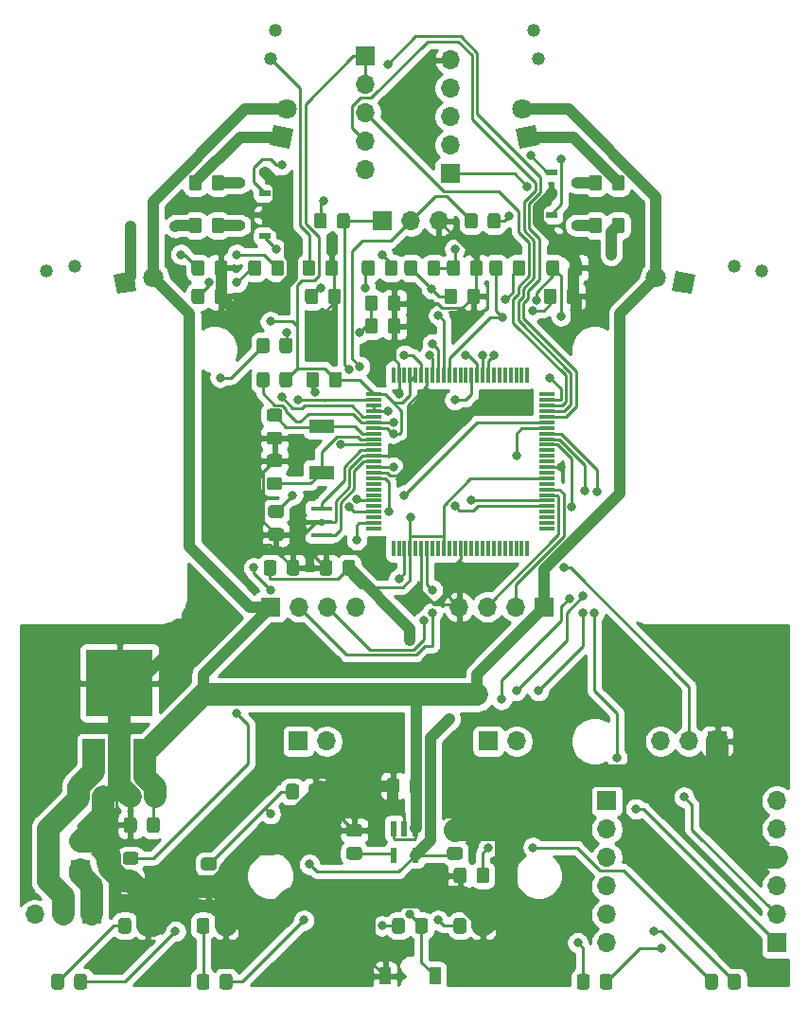
<source format=gbr>
%TF.GenerationSoftware,KiCad,Pcbnew,(5.1.6)-1*%
%TF.CreationDate,2022-04-30T17:28:47+09:00*%
%TF.ProjectId,RX621,52583632-312e-46b6-9963-61645f706362,rev?*%
%TF.SameCoordinates,Original*%
%TF.FileFunction,Copper,L1,Top*%
%TF.FilePolarity,Positive*%
%FSLAX46Y46*%
G04 Gerber Fmt 4.6, Leading zero omitted, Abs format (unit mm)*
G04 Created by KiCad (PCBNEW (5.1.6)-1) date 2022-04-30 17:28:47*
%MOMM*%
%LPD*%
G01*
G04 APERTURE LIST*
%TA.AperFunction,ComponentPad*%
%ADD10R,1.700000X1.700000*%
%TD*%
%TA.AperFunction,ComponentPad*%
%ADD11O,1.700000X1.700000*%
%TD*%
%TA.AperFunction,SMDPad,CuDef*%
%ADD12R,1.475000X0.300000*%
%TD*%
%TA.AperFunction,SMDPad,CuDef*%
%ADD13R,0.300000X1.475000*%
%TD*%
%TA.AperFunction,SMDPad,CuDef*%
%ADD14R,2.000000X2.500000*%
%TD*%
%TA.AperFunction,SMDPad,CuDef*%
%ADD15R,6.000000X6.000000*%
%TD*%
%TA.AperFunction,SMDPad,CuDef*%
%ADD16R,0.600000X1.350000*%
%TD*%
%TA.AperFunction,ComponentPad*%
%ADD17C,1.800000*%
%TD*%
%TA.AperFunction,ComponentPad*%
%ADD18C,0.100000*%
%TD*%
%TA.AperFunction,ComponentPad*%
%ADD19C,1.192000*%
%TD*%
%TA.AperFunction,SMDPad,CuDef*%
%ADD20R,1.050000X1.600000*%
%TD*%
%TA.AperFunction,SMDPad,CuDef*%
%ADD21R,1.000000X0.600000*%
%TD*%
%TA.AperFunction,SMDPad,CuDef*%
%ADD22R,2.200000X1.300000*%
%TD*%
%TA.AperFunction,SMDPad,CuDef*%
%ADD23R,1.900000X0.400000*%
%TD*%
%TA.AperFunction,ViaPad*%
%ADD24C,0.800000*%
%TD*%
%TA.AperFunction,Conductor*%
%ADD25C,0.250000*%
%TD*%
%TA.AperFunction,Conductor*%
%ADD26C,2.000000*%
%TD*%
%TA.AperFunction,Conductor*%
%ADD27C,1.000000*%
%TD*%
%TA.AperFunction,Conductor*%
%ADD28C,0.254000*%
%TD*%
G04 APERTURE END LIST*
%TO.P,R10,2*%
%TO.N,GND*%
%TA.AperFunction,SMDPad,CuDef*%
G36*
G01*
X232550000Y-146549999D02*
X232550000Y-147450001D01*
G75*
G02*
X232300001Y-147700000I-249999J0D01*
G01*
X231649999Y-147700000D01*
G75*
G02*
X231400000Y-147450001I0J249999D01*
G01*
X231400000Y-146549999D01*
G75*
G02*
X231649999Y-146300000I249999J0D01*
G01*
X232300001Y-146300000D01*
G75*
G02*
X232550000Y-146549999I0J-249999D01*
G01*
G37*
%TD.AperFunction*%
%TO.P,R10,1*%
%TO.N,Net-(L4-Pad1)*%
%TA.AperFunction,SMDPad,CuDef*%
G36*
G01*
X234600000Y-146549999D02*
X234600000Y-147450001D01*
G75*
G02*
X234350001Y-147700000I-249999J0D01*
G01*
X233699999Y-147700000D01*
G75*
G02*
X233450000Y-147450001I0J249999D01*
G01*
X233450000Y-146549999D01*
G75*
G02*
X233699999Y-146300000I249999J0D01*
G01*
X234350001Y-146300000D01*
G75*
G02*
X234600000Y-146549999I0J-249999D01*
G01*
G37*
%TD.AperFunction*%
%TD*%
D10*
%TO.P,BAT1,1*%
%TO.N,+BAT*%
X198000000Y-146500000D03*
D11*
%TO.P,BAT1,2*%
%TO.N,GND*%
X198000000Y-143960000D03*
%TD*%
%TO.P,C1,1*%
%TO.N,+3.3V*%
%TA.AperFunction,SMDPad,CuDef*%
G36*
G01*
X216400000Y-139950001D02*
X216400000Y-139049999D01*
G75*
G02*
X216649999Y-138800000I249999J0D01*
G01*
X217300001Y-138800000D01*
G75*
G02*
X217550000Y-139049999I0J-249999D01*
G01*
X217550000Y-139950001D01*
G75*
G02*
X217300001Y-140200000I-249999J0D01*
G01*
X216649999Y-140200000D01*
G75*
G02*
X216400000Y-139950001I0J249999D01*
G01*
G37*
%TD.AperFunction*%
%TO.P,C1,2*%
%TO.N,GND*%
%TA.AperFunction,SMDPad,CuDef*%
G36*
G01*
X218450000Y-139950001D02*
X218450000Y-139049999D01*
G75*
G02*
X218699999Y-138800000I249999J0D01*
G01*
X219350001Y-138800000D01*
G75*
G02*
X219600000Y-139049999I0J-249999D01*
G01*
X219600000Y-139950001D01*
G75*
G02*
X219350001Y-140200000I-249999J0D01*
G01*
X218699999Y-140200000D01*
G75*
G02*
X218450000Y-139950001I0J249999D01*
G01*
G37*
%TD.AperFunction*%
%TD*%
%TO.P,C2,2*%
%TO.N,GND*%
%TA.AperFunction,SMDPad,CuDef*%
G36*
G01*
X209049999Y-147450000D02*
X209950001Y-147450000D01*
G75*
G02*
X210200000Y-147699999I0J-249999D01*
G01*
X210200000Y-148350001D01*
G75*
G02*
X209950001Y-148600000I-249999J0D01*
G01*
X209049999Y-148600000D01*
G75*
G02*
X208800000Y-148350001I0J249999D01*
G01*
X208800000Y-147699999D01*
G75*
G02*
X209049999Y-147450000I249999J0D01*
G01*
G37*
%TD.AperFunction*%
%TO.P,C2,1*%
%TO.N,+3.3V*%
%TA.AperFunction,SMDPad,CuDef*%
G36*
G01*
X209049999Y-145400000D02*
X209950001Y-145400000D01*
G75*
G02*
X210200000Y-145649999I0J-249999D01*
G01*
X210200000Y-146300001D01*
G75*
G02*
X209950001Y-146550000I-249999J0D01*
G01*
X209049999Y-146550000D01*
G75*
G02*
X208800000Y-146300001I0J249999D01*
G01*
X208800000Y-145649999D01*
G75*
G02*
X209049999Y-145400000I249999J0D01*
G01*
G37*
%TD.AperFunction*%
%TD*%
%TO.P,C3,1*%
%TO.N,+3.3V*%
%TA.AperFunction,SMDPad,CuDef*%
G36*
G01*
X231950001Y-145600000D02*
X231049999Y-145600000D01*
G75*
G02*
X230800000Y-145350001I0J249999D01*
G01*
X230800000Y-144699999D01*
G75*
G02*
X231049999Y-144450000I249999J0D01*
G01*
X231950001Y-144450000D01*
G75*
G02*
X232200000Y-144699999I0J-249999D01*
G01*
X232200000Y-145350001D01*
G75*
G02*
X231950001Y-145600000I-249999J0D01*
G01*
G37*
%TD.AperFunction*%
%TO.P,C3,2*%
%TO.N,GND*%
%TA.AperFunction,SMDPad,CuDef*%
G36*
G01*
X231950001Y-143550000D02*
X231049999Y-143550000D01*
G75*
G02*
X230800000Y-143300001I0J249999D01*
G01*
X230800000Y-142649999D01*
G75*
G02*
X231049999Y-142400000I249999J0D01*
G01*
X231950001Y-142400000D01*
G75*
G02*
X232200000Y-142649999I0J-249999D01*
G01*
X232200000Y-143300001D01*
G75*
G02*
X231950001Y-143550000I-249999J0D01*
G01*
G37*
%TD.AperFunction*%
%TD*%
%TO.P,C4,1*%
%TO.N,+5V*%
%TA.AperFunction,SMDPad,CuDef*%
G36*
G01*
X228600000Y-138549999D02*
X228600000Y-139450001D01*
G75*
G02*
X228350001Y-139700000I-249999J0D01*
G01*
X227699999Y-139700000D01*
G75*
G02*
X227450000Y-139450001I0J249999D01*
G01*
X227450000Y-138549999D01*
G75*
G02*
X227699999Y-138300000I249999J0D01*
G01*
X228350001Y-138300000D01*
G75*
G02*
X228600000Y-138549999I0J-249999D01*
G01*
G37*
%TD.AperFunction*%
%TO.P,C4,2*%
%TO.N,GND*%
%TA.AperFunction,SMDPad,CuDef*%
G36*
G01*
X226550000Y-138549999D02*
X226550000Y-139450001D01*
G75*
G02*
X226300001Y-139700000I-249999J0D01*
G01*
X225649999Y-139700000D01*
G75*
G02*
X225400000Y-139450001I0J249999D01*
G01*
X225400000Y-138549999D01*
G75*
G02*
X225649999Y-138300000I249999J0D01*
G01*
X226300001Y-138300000D01*
G75*
G02*
X226550000Y-138549999I0J-249999D01*
G01*
G37*
%TD.AperFunction*%
%TD*%
%TO.P,C5,2*%
%TO.N,GND*%
%TA.AperFunction,SMDPad,CuDef*%
G36*
G01*
X222950001Y-143550000D02*
X222049999Y-143550000D01*
G75*
G02*
X221800000Y-143300001I0J249999D01*
G01*
X221800000Y-142649999D01*
G75*
G02*
X222049999Y-142400000I249999J0D01*
G01*
X222950001Y-142400000D01*
G75*
G02*
X223200000Y-142649999I0J-249999D01*
G01*
X223200000Y-143300001D01*
G75*
G02*
X222950001Y-143550000I-249999J0D01*
G01*
G37*
%TD.AperFunction*%
%TO.P,C5,1*%
%TO.N,Net-(C5-Pad1)*%
%TA.AperFunction,SMDPad,CuDef*%
G36*
G01*
X222950001Y-145600000D02*
X222049999Y-145600000D01*
G75*
G02*
X221800000Y-145350001I0J249999D01*
G01*
X221800000Y-144699999D01*
G75*
G02*
X222049999Y-144450000I249999J0D01*
G01*
X222950001Y-144450000D01*
G75*
G02*
X223200000Y-144699999I0J-249999D01*
G01*
X223200000Y-145350001D01*
G75*
G02*
X222950001Y-145600000I-249999J0D01*
G01*
G37*
%TD.AperFunction*%
%TD*%
%TO.P,C6,1*%
%TO.N,GND*%
%TA.AperFunction,SMDPad,CuDef*%
G36*
G01*
X219400000Y-119950001D02*
X219400000Y-119049999D01*
G75*
G02*
X219649999Y-118800000I249999J0D01*
G01*
X220300001Y-118800000D01*
G75*
G02*
X220550000Y-119049999I0J-249999D01*
G01*
X220550000Y-119950001D01*
G75*
G02*
X220300001Y-120200000I-249999J0D01*
G01*
X219649999Y-120200000D01*
G75*
G02*
X219400000Y-119950001I0J249999D01*
G01*
G37*
%TD.AperFunction*%
%TO.P,C6,2*%
%TO.N,+3.3V*%
%TA.AperFunction,SMDPad,CuDef*%
G36*
G01*
X221450000Y-119950001D02*
X221450000Y-119049999D01*
G75*
G02*
X221699999Y-118800000I249999J0D01*
G01*
X222350001Y-118800000D01*
G75*
G02*
X222600000Y-119049999I0J-249999D01*
G01*
X222600000Y-119950001D01*
G75*
G02*
X222350001Y-120200000I-249999J0D01*
G01*
X221699999Y-120200000D01*
G75*
G02*
X221450000Y-119950001I0J249999D01*
G01*
G37*
%TD.AperFunction*%
%TD*%
%TO.P,C7,2*%
%TO.N,Net-(C7-Pad2)*%
%TA.AperFunction,SMDPad,CuDef*%
G36*
G01*
X202950001Y-146050000D02*
X202049999Y-146050000D01*
G75*
G02*
X201800000Y-145800001I0J249999D01*
G01*
X201800000Y-145149999D01*
G75*
G02*
X202049999Y-144900000I249999J0D01*
G01*
X202950001Y-144900000D01*
G75*
G02*
X203200000Y-145149999I0J-249999D01*
G01*
X203200000Y-145800001D01*
G75*
G02*
X202950001Y-146050000I-249999J0D01*
G01*
G37*
%TD.AperFunction*%
%TO.P,C7,1*%
%TO.N,GND*%
%TA.AperFunction,SMDPad,CuDef*%
G36*
G01*
X202950001Y-148100000D02*
X202049999Y-148100000D01*
G75*
G02*
X201800000Y-147850001I0J249999D01*
G01*
X201800000Y-147199999D01*
G75*
G02*
X202049999Y-146950000I249999J0D01*
G01*
X202950001Y-146950000D01*
G75*
G02*
X203200000Y-147199999I0J-249999D01*
G01*
X203200000Y-147850001D01*
G75*
G02*
X202950001Y-148100000I-249999J0D01*
G01*
G37*
%TD.AperFunction*%
%TD*%
%TO.P,C8,2*%
%TO.N,+3.3V*%
%TA.AperFunction,SMDPad,CuDef*%
G36*
G01*
X215550000Y-119049999D02*
X215550000Y-119950001D01*
G75*
G02*
X215300001Y-120200000I-249999J0D01*
G01*
X214649999Y-120200000D01*
G75*
G02*
X214400000Y-119950001I0J249999D01*
G01*
X214400000Y-119049999D01*
G75*
G02*
X214649999Y-118800000I249999J0D01*
G01*
X215300001Y-118800000D01*
G75*
G02*
X215550000Y-119049999I0J-249999D01*
G01*
G37*
%TD.AperFunction*%
%TO.P,C8,1*%
%TO.N,GND*%
%TA.AperFunction,SMDPad,CuDef*%
G36*
G01*
X217600000Y-119049999D02*
X217600000Y-119950001D01*
G75*
G02*
X217350001Y-120200000I-249999J0D01*
G01*
X216699999Y-120200000D01*
G75*
G02*
X216450000Y-119950001I0J249999D01*
G01*
X216450000Y-119049999D01*
G75*
G02*
X216699999Y-118800000I249999J0D01*
G01*
X217350001Y-118800000D01*
G75*
G02*
X217600000Y-119049999I0J-249999D01*
G01*
G37*
%TD.AperFunction*%
%TD*%
%TO.P,C9,2*%
%TO.N,GND*%
%TA.AperFunction,SMDPad,CuDef*%
G36*
G01*
X214917999Y-107332000D02*
X215818001Y-107332000D01*
G75*
G02*
X216068000Y-107581999I0J-249999D01*
G01*
X216068000Y-108232001D01*
G75*
G02*
X215818001Y-108482000I-249999J0D01*
G01*
X214917999Y-108482000D01*
G75*
G02*
X214668000Y-108232001I0J249999D01*
G01*
X214668000Y-107581999D01*
G75*
G02*
X214917999Y-107332000I249999J0D01*
G01*
G37*
%TD.AperFunction*%
%TO.P,C9,1*%
%TO.N,XCIN*%
%TA.AperFunction,SMDPad,CuDef*%
G36*
G01*
X214917999Y-105282000D02*
X215818001Y-105282000D01*
G75*
G02*
X216068000Y-105531999I0J-249999D01*
G01*
X216068000Y-106182001D01*
G75*
G02*
X215818001Y-106432000I-249999J0D01*
G01*
X214917999Y-106432000D01*
G75*
G02*
X214668000Y-106182001I0J249999D01*
G01*
X214668000Y-105531999D01*
G75*
G02*
X214917999Y-105282000I249999J0D01*
G01*
G37*
%TD.AperFunction*%
%TD*%
%TO.P,C10,1*%
%TO.N,XCOUT*%
%TA.AperFunction,SMDPad,CuDef*%
G36*
G01*
X215818001Y-112546000D02*
X214917999Y-112546000D01*
G75*
G02*
X214668000Y-112296001I0J249999D01*
G01*
X214668000Y-111645999D01*
G75*
G02*
X214917999Y-111396000I249999J0D01*
G01*
X215818001Y-111396000D01*
G75*
G02*
X216068000Y-111645999I0J-249999D01*
G01*
X216068000Y-112296001D01*
G75*
G02*
X215818001Y-112546000I-249999J0D01*
G01*
G37*
%TD.AperFunction*%
%TO.P,C10,2*%
%TO.N,GND*%
%TA.AperFunction,SMDPad,CuDef*%
G36*
G01*
X215818001Y-110496000D02*
X214917999Y-110496000D01*
G75*
G02*
X214668000Y-110246001I0J249999D01*
G01*
X214668000Y-109595999D01*
G75*
G02*
X214917999Y-109346000I249999J0D01*
G01*
X215818001Y-109346000D01*
G75*
G02*
X216068000Y-109595999I0J-249999D01*
G01*
X216068000Y-110246001D01*
G75*
G02*
X215818001Y-110496000I-249999J0D01*
G01*
G37*
%TD.AperFunction*%
%TD*%
%TO.P,C11,2*%
%TO.N,Net-(C11-Pad2)*%
%TA.AperFunction,SMDPad,CuDef*%
G36*
G01*
X198550000Y-139549999D02*
X198550000Y-140450001D01*
G75*
G02*
X198300001Y-140700000I-249999J0D01*
G01*
X197649999Y-140700000D01*
G75*
G02*
X197400000Y-140450001I0J249999D01*
G01*
X197400000Y-139549999D01*
G75*
G02*
X197649999Y-139300000I249999J0D01*
G01*
X198300001Y-139300000D01*
G75*
G02*
X198550000Y-139549999I0J-249999D01*
G01*
G37*
%TD.AperFunction*%
%TO.P,C11,1*%
%TO.N,GND*%
%TA.AperFunction,SMDPad,CuDef*%
G36*
G01*
X200600000Y-139549999D02*
X200600000Y-140450001D01*
G75*
G02*
X200350001Y-140700000I-249999J0D01*
G01*
X199699999Y-140700000D01*
G75*
G02*
X199450000Y-140450001I0J249999D01*
G01*
X199450000Y-139549999D01*
G75*
G02*
X199699999Y-139300000I249999J0D01*
G01*
X200350001Y-139300000D01*
G75*
G02*
X200600000Y-139549999I0J-249999D01*
G01*
G37*
%TD.AperFunction*%
%TD*%
%TO.P,C12,1*%
%TO.N,GND*%
%TA.AperFunction,SMDPad,CuDef*%
G36*
G01*
X201900000Y-140450001D02*
X201900000Y-139549999D01*
G75*
G02*
X202149999Y-139300000I249999J0D01*
G01*
X202800001Y-139300000D01*
G75*
G02*
X203050000Y-139549999I0J-249999D01*
G01*
X203050000Y-140450001D01*
G75*
G02*
X202800001Y-140700000I-249999J0D01*
G01*
X202149999Y-140700000D01*
G75*
G02*
X201900000Y-140450001I0J249999D01*
G01*
G37*
%TD.AperFunction*%
%TO.P,C12,2*%
%TO.N,+5V*%
%TA.AperFunction,SMDPad,CuDef*%
G36*
G01*
X203950000Y-140450001D02*
X203950000Y-139549999D01*
G75*
G02*
X204199999Y-139300000I249999J0D01*
G01*
X204850001Y-139300000D01*
G75*
G02*
X205100000Y-139549999I0J-249999D01*
G01*
X205100000Y-140450001D01*
G75*
G02*
X204850001Y-140700000I-249999J0D01*
G01*
X204199999Y-140700000D01*
G75*
G02*
X203950000Y-140450001I0J249999D01*
G01*
G37*
%TD.AperFunction*%
%TD*%
%TO.P,C13,2*%
%TO.N,+5V*%
%TA.AperFunction,SMDPad,CuDef*%
G36*
G01*
X203950000Y-142950001D02*
X203950000Y-142049999D01*
G75*
G02*
X204199999Y-141800000I249999J0D01*
G01*
X204850001Y-141800000D01*
G75*
G02*
X205100000Y-142049999I0J-249999D01*
G01*
X205100000Y-142950001D01*
G75*
G02*
X204850001Y-143200000I-249999J0D01*
G01*
X204199999Y-143200000D01*
G75*
G02*
X203950000Y-142950001I0J249999D01*
G01*
G37*
%TD.AperFunction*%
%TO.P,C13,1*%
%TO.N,GND*%
%TA.AperFunction,SMDPad,CuDef*%
G36*
G01*
X201900000Y-142950001D02*
X201900000Y-142049999D01*
G75*
G02*
X202149999Y-141800000I249999J0D01*
G01*
X202800001Y-141800000D01*
G75*
G02*
X203050000Y-142049999I0J-249999D01*
G01*
X203050000Y-142950001D01*
G75*
G02*
X202800001Y-143200000I-249999J0D01*
G01*
X202149999Y-143200000D01*
G75*
G02*
X201900000Y-142950001I0J249999D01*
G01*
G37*
%TD.AperFunction*%
%TD*%
%TO.P,C14,1*%
%TO.N,AN0*%
%TA.AperFunction,SMDPad,CuDef*%
G36*
G01*
X223460000Y-98339001D02*
X223460000Y-97438999D01*
G75*
G02*
X223709999Y-97189000I249999J0D01*
G01*
X224360001Y-97189000D01*
G75*
G02*
X224610000Y-97438999I0J-249999D01*
G01*
X224610000Y-98339001D01*
G75*
G02*
X224360001Y-98589000I-249999J0D01*
G01*
X223709999Y-98589000D01*
G75*
G02*
X223460000Y-98339001I0J249999D01*
G01*
G37*
%TD.AperFunction*%
%TO.P,C14,2*%
%TO.N,GND*%
%TA.AperFunction,SMDPad,CuDef*%
G36*
G01*
X225510000Y-98339001D02*
X225510000Y-97438999D01*
G75*
G02*
X225759999Y-97189000I249999J0D01*
G01*
X226410001Y-97189000D01*
G75*
G02*
X226660000Y-97438999I0J-249999D01*
G01*
X226660000Y-98339001D01*
G75*
G02*
X226410001Y-98589000I-249999J0D01*
G01*
X225759999Y-98589000D01*
G75*
G02*
X225510000Y-98339001I0J249999D01*
G01*
G37*
%TD.AperFunction*%
%TD*%
%TO.P,C15,2*%
%TO.N,Net-(C15-Pad2)*%
%TA.AperFunction,SMDPad,CuDef*%
G36*
G01*
X215080000Y-93160001D02*
X215080000Y-92259999D01*
G75*
G02*
X215329999Y-92010000I249999J0D01*
G01*
X215980001Y-92010000D01*
G75*
G02*
X216230000Y-92259999I0J-249999D01*
G01*
X216230000Y-93160001D01*
G75*
G02*
X215980001Y-93410000I-249999J0D01*
G01*
X215329999Y-93410000D01*
G75*
G02*
X215080000Y-93160001I0J249999D01*
G01*
G37*
%TD.AperFunction*%
%TO.P,C15,1*%
%TO.N,AN1*%
%TA.AperFunction,SMDPad,CuDef*%
G36*
G01*
X213030000Y-93160001D02*
X213030000Y-92259999D01*
G75*
G02*
X213279999Y-92010000I249999J0D01*
G01*
X213930001Y-92010000D01*
G75*
G02*
X214180000Y-92259999I0J-249999D01*
G01*
X214180000Y-93160001D01*
G75*
G02*
X213930001Y-93410000I-249999J0D01*
G01*
X213279999Y-93410000D01*
G75*
G02*
X213030000Y-93160001I0J249999D01*
G01*
G37*
%TD.AperFunction*%
%TD*%
%TO.P,C16,1*%
%TO.N,AN2*%
%TA.AperFunction,SMDPad,CuDef*%
G36*
G01*
X223190000Y-93160001D02*
X223190000Y-92259999D01*
G75*
G02*
X223439999Y-92010000I249999J0D01*
G01*
X224090001Y-92010000D01*
G75*
G02*
X224340000Y-92259999I0J-249999D01*
G01*
X224340000Y-93160001D01*
G75*
G02*
X224090001Y-93410000I-249999J0D01*
G01*
X223439999Y-93410000D01*
G75*
G02*
X223190000Y-93160001I0J249999D01*
G01*
G37*
%TD.AperFunction*%
%TO.P,C16,2*%
%TO.N,Net-(C16-Pad2)*%
%TA.AperFunction,SMDPad,CuDef*%
G36*
G01*
X225240000Y-93160001D02*
X225240000Y-92259999D01*
G75*
G02*
X225489999Y-92010000I249999J0D01*
G01*
X226140001Y-92010000D01*
G75*
G02*
X226390000Y-92259999I0J-249999D01*
G01*
X226390000Y-93160001D01*
G75*
G02*
X226140001Y-93410000I-249999J0D01*
G01*
X225489999Y-93410000D01*
G75*
G02*
X225240000Y-93160001I0J249999D01*
G01*
G37*
%TD.AperFunction*%
%TD*%
%TO.P,C17,2*%
%TO.N,Net-(C17-Pad2)*%
%TA.AperFunction,SMDPad,CuDef*%
G36*
G01*
X229050000Y-93160001D02*
X229050000Y-92259999D01*
G75*
G02*
X229299999Y-92010000I249999J0D01*
G01*
X229950001Y-92010000D01*
G75*
G02*
X230200000Y-92259999I0J-249999D01*
G01*
X230200000Y-93160001D01*
G75*
G02*
X229950001Y-93410000I-249999J0D01*
G01*
X229299999Y-93410000D01*
G75*
G02*
X229050000Y-93160001I0J249999D01*
G01*
G37*
%TD.AperFunction*%
%TO.P,C17,1*%
%TO.N,AN3*%
%TA.AperFunction,SMDPad,CuDef*%
G36*
G01*
X227000000Y-93160001D02*
X227000000Y-92259999D01*
G75*
G02*
X227249999Y-92010000I249999J0D01*
G01*
X227900001Y-92010000D01*
G75*
G02*
X228150000Y-92259999I0J-249999D01*
G01*
X228150000Y-93160001D01*
G75*
G02*
X227900001Y-93410000I-249999J0D01*
G01*
X227249999Y-93410000D01*
G75*
G02*
X227000000Y-93160001I0J249999D01*
G01*
G37*
%TD.AperFunction*%
%TD*%
%TO.P,C18,1*%
%TO.N,AN4*%
%TA.AperFunction,SMDPad,CuDef*%
G36*
G01*
X234620000Y-93160001D02*
X234620000Y-92259999D01*
G75*
G02*
X234869999Y-92010000I249999J0D01*
G01*
X235520001Y-92010000D01*
G75*
G02*
X235770000Y-92259999I0J-249999D01*
G01*
X235770000Y-93160001D01*
G75*
G02*
X235520001Y-93410000I-249999J0D01*
G01*
X234869999Y-93410000D01*
G75*
G02*
X234620000Y-93160001I0J249999D01*
G01*
G37*
%TD.AperFunction*%
%TO.P,C18,2*%
%TO.N,Net-(C18-Pad2)*%
%TA.AperFunction,SMDPad,CuDef*%
G36*
G01*
X236670000Y-93160001D02*
X236670000Y-92259999D01*
G75*
G02*
X236919999Y-92010000I249999J0D01*
G01*
X237570001Y-92010000D01*
G75*
G02*
X237820000Y-92259999I0J-249999D01*
G01*
X237820000Y-93160001D01*
G75*
G02*
X237570001Y-93410000I-249999J0D01*
G01*
X236919999Y-93410000D01*
G75*
G02*
X236670000Y-93160001I0J249999D01*
G01*
G37*
%TD.AperFunction*%
%TD*%
%TO.P,CN1,3*%
%TO.N,GND*%
X230080000Y-88500000D03*
%TO.P,CN1,2*%
%TO.N,RxD1*%
X227540000Y-88500000D03*
D10*
%TO.P,CN1,1*%
%TO.N,TxD1*%
X225000000Y-88500000D03*
%TD*%
%TO.P,ENC_L1,1*%
%TO.N,+5V*%
X215000000Y-123000000D03*
D11*
%TO.P,ENC_L1,2*%
%TO.N,PB4*%
X217540000Y-123000000D03*
%TO.P,ENC_L1,3*%
%TO.N,PB5*%
X220080000Y-123000000D03*
%TO.P,ENC_L1,4*%
%TO.N,GND*%
X222620000Y-123000000D03*
%TD*%
%TO.P,ENC_R1,4*%
%TO.N,GND*%
X231880000Y-123000000D03*
%TO.P,ENC_R1,3*%
%TO.N,PB3*%
X234420000Y-123000000D03*
%TO.P,ENC_R1,2*%
%TO.N,PB2*%
X236960000Y-123000000D03*
D10*
%TO.P,ENC_R1,1*%
%TO.N,+5V*%
X239500000Y-123000000D03*
%TD*%
%TO.P,G1,1*%
%TO.N,+3.3V*%
X223500000Y-73750000D03*
D11*
%TO.P,G1,2*%
X223500000Y-76290000D03*
%TO.P,G1,3*%
%TO.N,PE5*%
X223500000Y-78830000D03*
%TO.P,G1,4*%
%TO.N,PE6*%
X223500000Y-81370000D03*
%TO.P,G1,5*%
%TO.N,PE7*%
X223500000Y-83910000D03*
%TD*%
%TO.P,G2,5*%
%TO.N,GND*%
X231100000Y-74090000D03*
%TO.P,G2,4*%
%TO.N,N/C*%
X231100000Y-76630000D03*
%TO.P,G2,3*%
X231100000Y-79170000D03*
%TO.P,G2,2*%
X231100000Y-81710000D03*
D10*
%TO.P,G2,1*%
%TO.N,PE4*%
X231100000Y-84250000D03*
%TD*%
D12*
%TO.P,IC1,1*%
%TO.N,+3.3V*%
X224262000Y-104000000D03*
%TO.P,IC1,2*%
%TO.N,EMLE*%
X224262000Y-104500000D03*
%TO.P,IC1,3*%
%TO.N,GND*%
X224262000Y-105000000D03*
%TO.P,IC1,4*%
X224262000Y-105500000D03*
%TO.P,IC1,5*%
%TO.N,Net-(C7-Pad2)*%
X224262000Y-106000000D03*
%TO.P,IC1,6*%
%TO.N,MD1*%
X224262000Y-106500000D03*
%TO.P,IC1,7*%
%TO.N,+3.3V*%
X224262000Y-107000000D03*
%TO.P,IC1,8*%
%TO.N,XCIN*%
X224262000Y-107500000D03*
%TO.P,IC1,9*%
%TO.N,XCOUT*%
X224262000Y-108000000D03*
%TO.P,IC1,10*%
%TO.N,RST*%
X224262000Y-108500000D03*
%TO.P,IC1,11*%
%TO.N,XTAL*%
X224262000Y-109000000D03*
%TO.P,IC1,12*%
%TO.N,GND*%
X224262000Y-109500000D03*
%TO.P,IC1,13*%
%TO.N,EXTAL*%
X224262000Y-110000000D03*
%TO.P,IC1,14*%
%TO.N,+3.3V*%
X224262000Y-110500000D03*
%TO.P,IC1,15*%
%TO.N,GND*%
X224262000Y-111000000D03*
%TO.P,IC1,16*%
%TO.N,P34*%
X224262000Y-111500000D03*
%TO.P,IC1,17*%
%TO.N,N/C*%
X224262000Y-112000000D03*
%TO.P,IC1,18*%
X224262000Y-112500000D03*
%TO.P,IC1,19*%
X224262000Y-113000000D03*
%TO.P,IC1,20*%
%TO.N,RxD1*%
X224262000Y-113500000D03*
%TO.P,IC1,21*%
%TO.N,N/C*%
X224262000Y-114000000D03*
%TO.P,IC1,22*%
%TO.N,TxD1*%
X224262000Y-114500000D03*
%TO.P,IC1,23*%
%TO.N,N/C*%
X224262000Y-115000000D03*
%TO.P,IC1,24*%
%TO.N,P24*%
X224262000Y-115500000D03*
%TO.P,IC1,25*%
%TO.N,N/C*%
X224262000Y-116000000D03*
D13*
%TO.P,IC1,26*%
X226000000Y-117738000D03*
%TO.P,IC1,27*%
X226500000Y-117738000D03*
%TO.P,IC1,28*%
%TO.N,P20*%
X227000000Y-117738000D03*
%TO.P,IC1,29*%
%TO.N,+3.3V*%
X227500000Y-117738000D03*
%TO.P,IC1,30*%
%TO.N,N/C*%
X228000000Y-117738000D03*
%TO.P,IC1,31*%
%TO.N,GND*%
X228500000Y-117738000D03*
%TO.P,IC1,32*%
%TO.N,P14*%
X229000000Y-117738000D03*
%TO.P,IC1,33*%
%TO.N,N/C*%
X229500000Y-117738000D03*
%TO.P,IC1,34*%
X230000000Y-117738000D03*
%TO.P,IC1,35*%
%TO.N,+3.3V*%
X230500000Y-117738000D03*
%TO.P,IC1,36*%
%TO.N,N/C*%
X231000000Y-117738000D03*
%TO.P,IC1,37*%
X231500000Y-117738000D03*
%TO.P,IC1,38*%
%TO.N,GND*%
X232000000Y-117738000D03*
%TO.P,IC1,39*%
%TO.N,N/C*%
X232500000Y-117738000D03*
%TO.P,IC1,40*%
X233000000Y-117738000D03*
%TO.P,IC1,41*%
X233500000Y-117738000D03*
%TO.P,IC1,42*%
X234000000Y-117738000D03*
%TO.P,IC1,43*%
X234500000Y-117738000D03*
%TO.P,IC1,44*%
X235000000Y-117738000D03*
%TO.P,IC1,45*%
X235500000Y-117738000D03*
%TO.P,IC1,46*%
X236000000Y-117738000D03*
%TO.P,IC1,47*%
X236500000Y-117738000D03*
%TO.P,IC1,48*%
X237000000Y-117738000D03*
%TO.P,IC1,49*%
X237500000Y-117738000D03*
%TO.P,IC1,50*%
X238000000Y-117738000D03*
D12*
%TO.P,IC1,51*%
X239738000Y-116000000D03*
%TO.P,IC1,52*%
X239738000Y-115500000D03*
%TO.P,IC1,53*%
X239738000Y-115000000D03*
%TO.P,IC1,54*%
X239738000Y-114500000D03*
%TO.P,IC1,55*%
%TO.N,PB5*%
X239738000Y-114000000D03*
%TO.P,IC1,56*%
%TO.N,PB4*%
X239738000Y-113500000D03*
%TO.P,IC1,57*%
%TO.N,PB3*%
X239738000Y-113000000D03*
%TO.P,IC1,58*%
%TO.N,PB2*%
X239738000Y-112500000D03*
%TO.P,IC1,59*%
%TO.N,N/C*%
X239738000Y-112000000D03*
%TO.P,IC1,60*%
%TO.N,+3.3V*%
X239738000Y-111500000D03*
%TO.P,IC1,61*%
%TO.N,N/C*%
X239738000Y-111000000D03*
%TO.P,IC1,62*%
%TO.N,GND*%
X239738000Y-110500000D03*
%TO.P,IC1,63*%
%TO.N,N/C*%
X239738000Y-110000000D03*
%TO.P,IC1,64*%
X239738000Y-109500000D03*
%TO.P,IC1,65*%
X239738000Y-109000000D03*
%TO.P,IC1,66*%
%TO.N,PA4*%
X239738000Y-108500000D03*
%TO.P,IC1,67*%
%TO.N,PA3*%
X239738000Y-108000000D03*
%TO.P,IC1,68*%
%TO.N,PA2*%
X239738000Y-107500000D03*
%TO.P,IC1,69*%
%TO.N,PA1*%
X239738000Y-107000000D03*
%TO.P,IC1,70*%
%TO.N,PA0*%
X239738000Y-106500000D03*
%TO.P,IC1,71*%
%TO.N,PE7*%
X239738000Y-106000000D03*
%TO.P,IC1,72*%
%TO.N,PE6*%
X239738000Y-105500000D03*
%TO.P,IC1,73*%
%TO.N,PE5*%
X239738000Y-105000000D03*
%TO.P,IC1,74*%
%TO.N,PE4*%
X239738000Y-104500000D03*
%TO.P,IC1,75*%
%TO.N,N/C*%
X239738000Y-104000000D03*
D13*
%TO.P,IC1,76*%
X238000000Y-102262000D03*
%TO.P,IC1,77*%
X237500000Y-102262000D03*
%TO.P,IC1,78*%
X237000000Y-102262000D03*
%TO.P,IC1,79*%
X236500000Y-102262000D03*
%TO.P,IC1,80*%
X236000000Y-102262000D03*
%TO.P,IC1,81*%
X235500000Y-102262000D03*
%TO.P,IC1,82*%
X235000000Y-102262000D03*
%TO.P,IC1,83*%
%TO.N,PD3*%
X234500000Y-102262000D03*
%TO.P,IC1,84*%
%TO.N,PD2*%
X234000000Y-102262000D03*
%TO.P,IC1,85*%
%TO.N,PD1*%
X233500000Y-102262000D03*
%TO.P,IC1,86*%
%TO.N,PD0*%
X233000000Y-102262000D03*
%TO.P,IC1,87*%
%TO.N,N/C*%
X232500000Y-102262000D03*
%TO.P,IC1,88*%
X232000000Y-102262000D03*
%TO.P,IC1,89*%
X231500000Y-102262000D03*
%TO.P,IC1,90*%
%TO.N,AN4*%
X231000000Y-102262000D03*
%TO.P,IC1,91*%
%TO.N,AN3*%
X230500000Y-102262000D03*
%TO.P,IC1,92*%
%TO.N,AN2*%
X230000000Y-102262000D03*
%TO.P,IC1,93*%
%TO.N,AN1*%
X229500000Y-102262000D03*
%TO.P,IC1,94*%
%TO.N,GND*%
X229000000Y-102262000D03*
%TO.P,IC1,95*%
%TO.N,AN0*%
X228500000Y-102262000D03*
%TO.P,IC1,96*%
%TO.N,+3.3V*%
X228000000Y-102262000D03*
%TO.P,IC1,97*%
X227500000Y-102262000D03*
%TO.P,IC1,98*%
%TO.N,N/C*%
X227000000Y-102262000D03*
%TO.P,IC1,99*%
%TO.N,GND*%
X226500000Y-102262000D03*
%TO.P,IC1,100*%
%TO.N,N/C*%
X226000000Y-102262000D03*
%TD*%
D14*
%TO.P,IC2,1*%
%TO.N,Net-(C11-Pad2)*%
X199200000Y-136055000D03*
D15*
%TO.P,IC2,2*%
%TO.N,GND*%
X201500000Y-129805000D03*
D14*
%TO.P,IC2,3*%
%TO.N,+5V*%
X203800000Y-136055000D03*
%TD*%
D16*
%TO.P,IC3,1*%
%TO.N,+5V*%
X227950000Y-142800000D03*
%TO.P,IC3,2*%
%TO.N,GND*%
X227000000Y-142800000D03*
%TO.P,IC3,3*%
%TO.N,+5V*%
X226050000Y-142800000D03*
%TO.P,IC3,4*%
%TO.N,Net-(C5-Pad1)*%
X226050000Y-145200000D03*
%TO.P,IC3,5*%
%TO.N,+3.3V*%
X227950000Y-145200000D03*
%TD*%
D17*
%TO.P,IR1,2*%
%TO.N,+5V*%
X204501412Y-93558934D03*
%TA.AperFunction,ComponentPad*%
D18*
%TO.P,IR1,1*%
%TO.N,Net-(IR1-Pad1)*%
G36*
X201269956Y-95042610D02*
G01*
X200957390Y-93269956D01*
X202730044Y-92957390D01*
X203042610Y-94730044D01*
X201269956Y-95042610D01*
G37*
%TD.AperFunction*%
%TD*%
%TA.AperFunction,ComponentPad*%
%TO.P,IR2,1*%
%TO.N,Net-(IR2-Pad1)*%
G36*
X216730044Y-82042610D02*
G01*
X214957390Y-81730044D01*
X215269956Y-79957390D01*
X217042610Y-80269956D01*
X216730044Y-82042610D01*
G37*
%TD.AperFunction*%
D17*
%TO.P,IR2,2*%
%TO.N,+5V*%
X216441066Y-78498588D03*
%TD*%
%TO.P,IR3,2*%
%TO.N,+5V*%
X237558934Y-78498588D03*
%TA.AperFunction,ComponentPad*%
D18*
%TO.P,IR3,1*%
%TO.N,Net-(IR3-Pad1)*%
G36*
X239042610Y-81730044D02*
G01*
X237269956Y-82042610D01*
X236957390Y-80269956D01*
X238730044Y-79957390D01*
X239042610Y-81730044D01*
G37*
%TD.AperFunction*%
%TD*%
%TA.AperFunction,ComponentPad*%
%TO.P,IR4,1*%
%TO.N,Net-(IR4-Pad1)*%
G36*
X253042610Y-93269956D02*
G01*
X252730044Y-95042610D01*
X250957390Y-94730044D01*
X251269956Y-92957390D01*
X253042610Y-93269956D01*
G37*
%TD.AperFunction*%
D17*
%TO.P,IR4,2*%
%TO.N,+5V*%
X249498588Y-93558934D03*
%TD*%
%TO.P,L1,1*%
%TO.N,Net-(L1-Pad1)*%
%TA.AperFunction,SMDPad,CuDef*%
G36*
G01*
X195400000Y-156950001D02*
X195400000Y-156049999D01*
G75*
G02*
X195649999Y-155800000I249999J0D01*
G01*
X196300001Y-155800000D01*
G75*
G02*
X196550000Y-156049999I0J-249999D01*
G01*
X196550000Y-156950001D01*
G75*
G02*
X196300001Y-157200000I-249999J0D01*
G01*
X195649999Y-157200000D01*
G75*
G02*
X195400000Y-156950001I0J249999D01*
G01*
G37*
%TD.AperFunction*%
%TO.P,L1,2*%
%TO.N,PA0*%
%TA.AperFunction,SMDPad,CuDef*%
G36*
G01*
X197450000Y-156950001D02*
X197450000Y-156049999D01*
G75*
G02*
X197699999Y-155800000I249999J0D01*
G01*
X198350001Y-155800000D01*
G75*
G02*
X198600000Y-156049999I0J-249999D01*
G01*
X198600000Y-156950001D01*
G75*
G02*
X198350001Y-157200000I-249999J0D01*
G01*
X197699999Y-157200000D01*
G75*
G02*
X197450000Y-156950001I0J249999D01*
G01*
G37*
%TD.AperFunction*%
%TD*%
%TO.P,L2,2*%
%TO.N,PA1*%
%TA.AperFunction,SMDPad,CuDef*%
G36*
G01*
X210450000Y-156950001D02*
X210450000Y-156049999D01*
G75*
G02*
X210699999Y-155800000I249999J0D01*
G01*
X211350001Y-155800000D01*
G75*
G02*
X211600000Y-156049999I0J-249999D01*
G01*
X211600000Y-156950001D01*
G75*
G02*
X211350001Y-157200000I-249999J0D01*
G01*
X210699999Y-157200000D01*
G75*
G02*
X210450000Y-156950001I0J249999D01*
G01*
G37*
%TD.AperFunction*%
%TO.P,L2,1*%
%TO.N,Net-(L2-Pad1)*%
%TA.AperFunction,SMDPad,CuDef*%
G36*
G01*
X208400000Y-156950001D02*
X208400000Y-156049999D01*
G75*
G02*
X208649999Y-155800000I249999J0D01*
G01*
X209300001Y-155800000D01*
G75*
G02*
X209550000Y-156049999I0J-249999D01*
G01*
X209550000Y-156950001D01*
G75*
G02*
X209300001Y-157200000I-249999J0D01*
G01*
X208649999Y-157200000D01*
G75*
G02*
X208400000Y-156950001I0J249999D01*
G01*
G37*
%TD.AperFunction*%
%TD*%
%TO.P,L3,1*%
%TO.N,Net-(L3-Pad1)*%
%TA.AperFunction,SMDPad,CuDef*%
G36*
G01*
X242425000Y-156950001D02*
X242425000Y-156049999D01*
G75*
G02*
X242674999Y-155800000I249999J0D01*
G01*
X243325001Y-155800000D01*
G75*
G02*
X243575000Y-156049999I0J-249999D01*
G01*
X243575000Y-156950001D01*
G75*
G02*
X243325001Y-157200000I-249999J0D01*
G01*
X242674999Y-157200000D01*
G75*
G02*
X242425000Y-156950001I0J249999D01*
G01*
G37*
%TD.AperFunction*%
%TO.P,L3,2*%
%TO.N,PA2*%
%TA.AperFunction,SMDPad,CuDef*%
G36*
G01*
X244475000Y-156950001D02*
X244475000Y-156049999D01*
G75*
G02*
X244724999Y-155800000I249999J0D01*
G01*
X245375001Y-155800000D01*
G75*
G02*
X245625000Y-156049999I0J-249999D01*
G01*
X245625000Y-156950001D01*
G75*
G02*
X245375001Y-157200000I-249999J0D01*
G01*
X244724999Y-157200000D01*
G75*
G02*
X244475000Y-156950001I0J249999D01*
G01*
G37*
%TD.AperFunction*%
%TD*%
%TO.P,L4,2*%
%TO.N,PA3*%
%TA.AperFunction,SMDPad,CuDef*%
G36*
G01*
X255050000Y-156049999D02*
X255050000Y-156950001D01*
G75*
G02*
X254800001Y-157200000I-249999J0D01*
G01*
X254149999Y-157200000D01*
G75*
G02*
X253900000Y-156950001I0J249999D01*
G01*
X253900000Y-156049999D01*
G75*
G02*
X254149999Y-155800000I249999J0D01*
G01*
X254800001Y-155800000D01*
G75*
G02*
X255050000Y-156049999I0J-249999D01*
G01*
G37*
%TD.AperFunction*%
%TO.P,L4,1*%
%TO.N,Net-(L4-Pad1)*%
%TA.AperFunction,SMDPad,CuDef*%
G36*
G01*
X257100000Y-156049999D02*
X257100000Y-156950001D01*
G75*
G02*
X256850001Y-157200000I-249999J0D01*
G01*
X256199999Y-157200000D01*
G75*
G02*
X255950000Y-156950001I0J249999D01*
G01*
X255950000Y-156049999D01*
G75*
G02*
X256199999Y-155800000I249999J0D01*
G01*
X256850001Y-155800000D01*
G75*
G02*
X257100000Y-156049999I0J-249999D01*
G01*
G37*
%TD.AperFunction*%
%TD*%
D11*
%TO.P,M_L1,2*%
%TO.N,PWM_L2*%
X237040000Y-135000000D03*
D10*
%TO.P,M_L1,1*%
%TO.N,PWM_L1*%
X234500000Y-135000000D03*
%TD*%
%TO.P,M_R1,1*%
%TO.N,PWM_R1*%
X217500000Y-135000000D03*
D11*
%TO.P,M_R1,2*%
%TO.N,PWM_R2*%
X220040000Y-135000000D03*
%TD*%
D10*
%TO.P,MD1,1*%
%TO.N,N/C*%
X245094000Y-140334000D03*
D11*
%TO.P,MD1,2*%
%TO.N,PWM_L1*%
X245094000Y-142874000D03*
%TO.P,MD1,3*%
%TO.N,PWM_L2*%
X245094000Y-145414000D03*
%TO.P,MD1,4*%
%TO.N,PWM_R1*%
X245094000Y-147954000D03*
%TO.P,MD1,5*%
%TO.N,PWM_R2*%
X245094000Y-150494000D03*
%TO.P,MD1,6*%
%TO.N,N/C*%
X245094000Y-153034000D03*
%TD*%
%TO.P,MD2,6*%
%TO.N,P24*%
X260334000Y-140334000D03*
%TO.P,MD2,5*%
%TO.N,P14*%
X260334000Y-142874000D03*
%TO.P,MD2,4*%
%TO.N,GND*%
X260334000Y-145414000D03*
%TO.P,MD2,3*%
%TO.N,+BAT*%
X260334000Y-147954000D03*
%TO.P,MD2,2*%
%TO.N,P20*%
X260334000Y-150494000D03*
D10*
%TO.P,MD2,1*%
%TO.N,P34*%
X260334000Y-153034000D03*
%TD*%
%TO.P,R1,2*%
%TO.N,TxD1*%
%TA.AperFunction,SMDPad,CuDef*%
G36*
G01*
X220950000Y-88950001D02*
X220950000Y-88049999D01*
G75*
G02*
X221199999Y-87800000I249999J0D01*
G01*
X221850001Y-87800000D01*
G75*
G02*
X222100000Y-88049999I0J-249999D01*
G01*
X222100000Y-88950001D01*
G75*
G02*
X221850001Y-89200000I-249999J0D01*
G01*
X221199999Y-89200000D01*
G75*
G02*
X220950000Y-88950001I0J249999D01*
G01*
G37*
%TD.AperFunction*%
%TO.P,R1,1*%
%TO.N,+5V*%
%TA.AperFunction,SMDPad,CuDef*%
G36*
G01*
X218900000Y-88950001D02*
X218900000Y-88049999D01*
G75*
G02*
X219149999Y-87800000I249999J0D01*
G01*
X219800001Y-87800000D01*
G75*
G02*
X220050000Y-88049999I0J-249999D01*
G01*
X220050000Y-88950001D01*
G75*
G02*
X219800001Y-89200000I-249999J0D01*
G01*
X219149999Y-89200000D01*
G75*
G02*
X218900000Y-88950001I0J249999D01*
G01*
G37*
%TD.AperFunction*%
%TD*%
%TO.P,R2,2*%
%TO.N,RxD1*%
%TA.AperFunction,SMDPad,CuDef*%
G36*
G01*
X233550000Y-88049999D02*
X233550000Y-88950001D01*
G75*
G02*
X233300001Y-89200000I-249999J0D01*
G01*
X232649999Y-89200000D01*
G75*
G02*
X232400000Y-88950001I0J249999D01*
G01*
X232400000Y-88049999D01*
G75*
G02*
X232649999Y-87800000I249999J0D01*
G01*
X233300001Y-87800000D01*
G75*
G02*
X233550000Y-88049999I0J-249999D01*
G01*
G37*
%TD.AperFunction*%
%TO.P,R2,1*%
%TO.N,+5V*%
%TA.AperFunction,SMDPad,CuDef*%
G36*
G01*
X235600000Y-88049999D02*
X235600000Y-88950001D01*
G75*
G02*
X235350001Y-89200000I-249999J0D01*
G01*
X234699999Y-89200000D01*
G75*
G02*
X234450000Y-88950001I0J249999D01*
G01*
X234450000Y-88049999D01*
G75*
G02*
X234699999Y-87800000I249999J0D01*
G01*
X235350001Y-87800000D01*
G75*
G02*
X235600000Y-88049999I0J-249999D01*
G01*
G37*
%TD.AperFunction*%
%TD*%
%TO.P,R3,1*%
%TO.N,GND*%
%TA.AperFunction,SMDPad,CuDef*%
G36*
G01*
X215950001Y-117100000D02*
X215049999Y-117100000D01*
G75*
G02*
X214800000Y-116850001I0J249999D01*
G01*
X214800000Y-116199999D01*
G75*
G02*
X215049999Y-115950000I249999J0D01*
G01*
X215950001Y-115950000D01*
G75*
G02*
X216200000Y-116199999I0J-249999D01*
G01*
X216200000Y-116850001D01*
G75*
G02*
X215950001Y-117100000I-249999J0D01*
G01*
G37*
%TD.AperFunction*%
%TO.P,R3,2*%
%TO.N,EMLE*%
%TA.AperFunction,SMDPad,CuDef*%
G36*
G01*
X215950001Y-115050000D02*
X215049999Y-115050000D01*
G75*
G02*
X214800000Y-114800001I0J249999D01*
G01*
X214800000Y-114149999D01*
G75*
G02*
X215049999Y-113900000I249999J0D01*
G01*
X215950001Y-113900000D01*
G75*
G02*
X216200000Y-114149999I0J-249999D01*
G01*
X216200000Y-114800001D01*
G75*
G02*
X215950001Y-115050000I-249999J0D01*
G01*
G37*
%TD.AperFunction*%
%TD*%
%TO.P,R4,1*%
%TO.N,+3.3V*%
%TA.AperFunction,SMDPad,CuDef*%
G36*
G01*
X221413000Y-102240999D02*
X221413000Y-103141001D01*
G75*
G02*
X221163001Y-103391000I-249999J0D01*
G01*
X220512999Y-103391000D01*
G75*
G02*
X220263000Y-103141001I0J249999D01*
G01*
X220263000Y-102240999D01*
G75*
G02*
X220512999Y-101991000I249999J0D01*
G01*
X221163001Y-101991000D01*
G75*
G02*
X221413000Y-102240999I0J-249999D01*
G01*
G37*
%TD.AperFunction*%
%TO.P,R4,2*%
%TO.N,RST*%
%TA.AperFunction,SMDPad,CuDef*%
G36*
G01*
X219363000Y-102240999D02*
X219363000Y-103141001D01*
G75*
G02*
X219113001Y-103391000I-249999J0D01*
G01*
X218462999Y-103391000D01*
G75*
G02*
X218213000Y-103141001I0J249999D01*
G01*
X218213000Y-102240999D01*
G75*
G02*
X218462999Y-101991000I249999J0D01*
G01*
X219113001Y-101991000D01*
G75*
G02*
X219363000Y-102240999I0J-249999D01*
G01*
G37*
%TD.AperFunction*%
%TD*%
%TO.P,R5,1*%
%TO.N,+3.3V*%
%TA.AperFunction,SMDPad,CuDef*%
G36*
G01*
X216968000Y-102240999D02*
X216968000Y-103141001D01*
G75*
G02*
X216718001Y-103391000I-249999J0D01*
G01*
X216067999Y-103391000D01*
G75*
G02*
X215818000Y-103141001I0J249999D01*
G01*
X215818000Y-102240999D01*
G75*
G02*
X216067999Y-101991000I249999J0D01*
G01*
X216718001Y-101991000D01*
G75*
G02*
X216968000Y-102240999I0J-249999D01*
G01*
G37*
%TD.AperFunction*%
%TO.P,R5,2*%
%TO.N,MD1*%
%TA.AperFunction,SMDPad,CuDef*%
G36*
G01*
X214918000Y-102240999D02*
X214918000Y-103141001D01*
G75*
G02*
X214668001Y-103391000I-249999J0D01*
G01*
X214017999Y-103391000D01*
G75*
G02*
X213768000Y-103141001I0J249999D01*
G01*
X213768000Y-102240999D01*
G75*
G02*
X214017999Y-101991000I249999J0D01*
G01*
X214668001Y-101991000D01*
G75*
G02*
X214918000Y-102240999I0J-249999D01*
G01*
G37*
%TD.AperFunction*%
%TD*%
%TO.P,R6,2*%
%TO.N,PA4*%
%TA.AperFunction,SMDPad,CuDef*%
G36*
G01*
X227950000Y-151950001D02*
X227950000Y-151049999D01*
G75*
G02*
X228199999Y-150800000I249999J0D01*
G01*
X228850001Y-150800000D01*
G75*
G02*
X229100000Y-151049999I0J-249999D01*
G01*
X229100000Y-151950001D01*
G75*
G02*
X228850001Y-152200000I-249999J0D01*
G01*
X228199999Y-152200000D01*
G75*
G02*
X227950000Y-151950001I0J249999D01*
G01*
G37*
%TD.AperFunction*%
%TO.P,R6,1*%
%TO.N,+3.3V*%
%TA.AperFunction,SMDPad,CuDef*%
G36*
G01*
X225900000Y-151950001D02*
X225900000Y-151049999D01*
G75*
G02*
X226149999Y-150800000I249999J0D01*
G01*
X226800001Y-150800000D01*
G75*
G02*
X227050000Y-151049999I0J-249999D01*
G01*
X227050000Y-151950001D01*
G75*
G02*
X226800001Y-152200000I-249999J0D01*
G01*
X226149999Y-152200000D01*
G75*
G02*
X225900000Y-151950001I0J249999D01*
G01*
G37*
%TD.AperFunction*%
%TD*%
%TO.P,R7,1*%
%TO.N,Net-(L1-Pad1)*%
%TA.AperFunction,SMDPad,CuDef*%
G36*
G01*
X201400000Y-151950001D02*
X201400000Y-151049999D01*
G75*
G02*
X201649999Y-150800000I249999J0D01*
G01*
X202300001Y-150800000D01*
G75*
G02*
X202550000Y-151049999I0J-249999D01*
G01*
X202550000Y-151950001D01*
G75*
G02*
X202300001Y-152200000I-249999J0D01*
G01*
X201649999Y-152200000D01*
G75*
G02*
X201400000Y-151950001I0J249999D01*
G01*
G37*
%TD.AperFunction*%
%TO.P,R7,2*%
%TO.N,GND*%
%TA.AperFunction,SMDPad,CuDef*%
G36*
G01*
X203450000Y-151950001D02*
X203450000Y-151049999D01*
G75*
G02*
X203699999Y-150800000I249999J0D01*
G01*
X204350001Y-150800000D01*
G75*
G02*
X204600000Y-151049999I0J-249999D01*
G01*
X204600000Y-151950001D01*
G75*
G02*
X204350001Y-152200000I-249999J0D01*
G01*
X203699999Y-152200000D01*
G75*
G02*
X203450000Y-151950001I0J249999D01*
G01*
G37*
%TD.AperFunction*%
%TD*%
%TO.P,R8,2*%
%TO.N,GND*%
%TA.AperFunction,SMDPad,CuDef*%
G36*
G01*
X210450000Y-151950001D02*
X210450000Y-151049999D01*
G75*
G02*
X210699999Y-150800000I249999J0D01*
G01*
X211350001Y-150800000D01*
G75*
G02*
X211600000Y-151049999I0J-249999D01*
G01*
X211600000Y-151950001D01*
G75*
G02*
X211350001Y-152200000I-249999J0D01*
G01*
X210699999Y-152200000D01*
G75*
G02*
X210450000Y-151950001I0J249999D01*
G01*
G37*
%TD.AperFunction*%
%TO.P,R8,1*%
%TO.N,Net-(L2-Pad1)*%
%TA.AperFunction,SMDPad,CuDef*%
G36*
G01*
X208400000Y-151950001D02*
X208400000Y-151049999D01*
G75*
G02*
X208649999Y-150800000I249999J0D01*
G01*
X209300001Y-150800000D01*
G75*
G02*
X209550000Y-151049999I0J-249999D01*
G01*
X209550000Y-151950001D01*
G75*
G02*
X209300001Y-152200000I-249999J0D01*
G01*
X208649999Y-152200000D01*
G75*
G02*
X208400000Y-151950001I0J249999D01*
G01*
G37*
%TD.AperFunction*%
%TD*%
%TO.P,R9,1*%
%TO.N,Net-(L3-Pad1)*%
%TA.AperFunction,SMDPad,CuDef*%
G36*
G01*
X231400000Y-151950001D02*
X231400000Y-151049999D01*
G75*
G02*
X231649999Y-150800000I249999J0D01*
G01*
X232300001Y-150800000D01*
G75*
G02*
X232550000Y-151049999I0J-249999D01*
G01*
X232550000Y-151950001D01*
G75*
G02*
X232300001Y-152200000I-249999J0D01*
G01*
X231649999Y-152200000D01*
G75*
G02*
X231400000Y-151950001I0J249999D01*
G01*
G37*
%TD.AperFunction*%
%TO.P,R9,2*%
%TO.N,GND*%
%TA.AperFunction,SMDPad,CuDef*%
G36*
G01*
X233450000Y-151950001D02*
X233450000Y-151049999D01*
G75*
G02*
X233699999Y-150800000I249999J0D01*
G01*
X234350001Y-150800000D01*
G75*
G02*
X234600000Y-151049999I0J-249999D01*
G01*
X234600000Y-151950001D01*
G75*
G02*
X234350001Y-152200000I-249999J0D01*
G01*
X233699999Y-152200000D01*
G75*
G02*
X233450000Y-151950001I0J249999D01*
G01*
G37*
%TD.AperFunction*%
%TD*%
%TO.P,R11,1*%
%TO.N,Net-(IR1-Pad1)*%
%TA.AperFunction,SMDPad,CuDef*%
G36*
G01*
X207705000Y-89350001D02*
X207705000Y-88449999D01*
G75*
G02*
X207954999Y-88200000I249999J0D01*
G01*
X208605001Y-88200000D01*
G75*
G02*
X208855000Y-88449999I0J-249999D01*
G01*
X208855000Y-89350001D01*
G75*
G02*
X208605001Y-89600000I-249999J0D01*
G01*
X207954999Y-89600000D01*
G75*
G02*
X207705000Y-89350001I0J249999D01*
G01*
G37*
%TD.AperFunction*%
%TO.P,R11,2*%
%TO.N,Net-(R11-Pad2)*%
%TA.AperFunction,SMDPad,CuDef*%
G36*
G01*
X209755000Y-89350001D02*
X209755000Y-88449999D01*
G75*
G02*
X210004999Y-88200000I249999J0D01*
G01*
X210655001Y-88200000D01*
G75*
G02*
X210905000Y-88449999I0J-249999D01*
G01*
X210905000Y-89350001D01*
G75*
G02*
X210655001Y-89600000I-249999J0D01*
G01*
X210004999Y-89600000D01*
G75*
G02*
X209755000Y-89350001I0J249999D01*
G01*
G37*
%TD.AperFunction*%
%TD*%
%TO.P,R12,2*%
%TO.N,Net-(R12-Pad2)*%
%TA.AperFunction,SMDPad,CuDef*%
G36*
G01*
X209755000Y-85540001D02*
X209755000Y-84639999D01*
G75*
G02*
X210004999Y-84390000I249999J0D01*
G01*
X210655001Y-84390000D01*
G75*
G02*
X210905000Y-84639999I0J-249999D01*
G01*
X210905000Y-85540001D01*
G75*
G02*
X210655001Y-85790000I-249999J0D01*
G01*
X210004999Y-85790000D01*
G75*
G02*
X209755000Y-85540001I0J249999D01*
G01*
G37*
%TD.AperFunction*%
%TO.P,R12,1*%
%TO.N,Net-(IR2-Pad1)*%
%TA.AperFunction,SMDPad,CuDef*%
G36*
G01*
X207705000Y-85540001D02*
X207705000Y-84639999D01*
G75*
G02*
X207954999Y-84390000I249999J0D01*
G01*
X208605001Y-84390000D01*
G75*
G02*
X208855000Y-84639999I0J-249999D01*
G01*
X208855000Y-85540001D01*
G75*
G02*
X208605001Y-85790000I-249999J0D01*
G01*
X207954999Y-85790000D01*
G75*
G02*
X207705000Y-85540001I0J249999D01*
G01*
G37*
%TD.AperFunction*%
%TD*%
%TO.P,R13,2*%
%TO.N,Net-(R13-Pad2)*%
%TA.AperFunction,SMDPad,CuDef*%
G36*
G01*
X244660000Y-84639999D02*
X244660000Y-85540001D01*
G75*
G02*
X244410001Y-85790000I-249999J0D01*
G01*
X243759999Y-85790000D01*
G75*
G02*
X243510000Y-85540001I0J249999D01*
G01*
X243510000Y-84639999D01*
G75*
G02*
X243759999Y-84390000I249999J0D01*
G01*
X244410001Y-84390000D01*
G75*
G02*
X244660000Y-84639999I0J-249999D01*
G01*
G37*
%TD.AperFunction*%
%TO.P,R13,1*%
%TO.N,Net-(IR3-Pad1)*%
%TA.AperFunction,SMDPad,CuDef*%
G36*
G01*
X246710000Y-84639999D02*
X246710000Y-85540001D01*
G75*
G02*
X246460001Y-85790000I-249999J0D01*
G01*
X245809999Y-85790000D01*
G75*
G02*
X245560000Y-85540001I0J249999D01*
G01*
X245560000Y-84639999D01*
G75*
G02*
X245809999Y-84390000I249999J0D01*
G01*
X246460001Y-84390000D01*
G75*
G02*
X246710000Y-84639999I0J-249999D01*
G01*
G37*
%TD.AperFunction*%
%TD*%
%TO.P,R14,1*%
%TO.N,Net-(IR4-Pad1)*%
%TA.AperFunction,SMDPad,CuDef*%
G36*
G01*
X246710000Y-88449999D02*
X246710000Y-89350001D01*
G75*
G02*
X246460001Y-89600000I-249999J0D01*
G01*
X245809999Y-89600000D01*
G75*
G02*
X245560000Y-89350001I0J249999D01*
G01*
X245560000Y-88449999D01*
G75*
G02*
X245809999Y-88200000I249999J0D01*
G01*
X246460001Y-88200000D01*
G75*
G02*
X246710000Y-88449999I0J-249999D01*
G01*
G37*
%TD.AperFunction*%
%TO.P,R14,2*%
%TO.N,Net-(R14-Pad2)*%
%TA.AperFunction,SMDPad,CuDef*%
G36*
G01*
X244660000Y-88449999D02*
X244660000Y-89350001D01*
G75*
G02*
X244410001Y-89600000I-249999J0D01*
G01*
X243759999Y-89600000D01*
G75*
G02*
X243510000Y-89350001I0J249999D01*
G01*
X243510000Y-88449999D01*
G75*
G02*
X243759999Y-88200000I249999J0D01*
G01*
X244410001Y-88200000D01*
G75*
G02*
X244660000Y-88449999I0J-249999D01*
G01*
G37*
%TD.AperFunction*%
%TD*%
%TO.P,R15,2*%
%TO.N,GND*%
%TA.AperFunction,SMDPad,CuDef*%
G36*
G01*
X210000000Y-93160001D02*
X210000000Y-92259999D01*
G75*
G02*
X210249999Y-92010000I249999J0D01*
G01*
X210900001Y-92010000D01*
G75*
G02*
X211150000Y-92259999I0J-249999D01*
G01*
X211150000Y-93160001D01*
G75*
G02*
X210900001Y-93410000I-249999J0D01*
G01*
X210249999Y-93410000D01*
G75*
G02*
X210000000Y-93160001I0J249999D01*
G01*
G37*
%TD.AperFunction*%
%TO.P,R15,1*%
%TO.N,Net-(C15-Pad2)*%
%TA.AperFunction,SMDPad,CuDef*%
G36*
G01*
X207950000Y-93160001D02*
X207950000Y-92259999D01*
G75*
G02*
X208199999Y-92010000I249999J0D01*
G01*
X208850001Y-92010000D01*
G75*
G02*
X209100000Y-92259999I0J-249999D01*
G01*
X209100000Y-93160001D01*
G75*
G02*
X208850001Y-93410000I-249999J0D01*
G01*
X208199999Y-93410000D01*
G75*
G02*
X207950000Y-93160001I0J249999D01*
G01*
G37*
%TD.AperFunction*%
%TD*%
%TO.P,R16,1*%
%TO.N,AN1*%
%TA.AperFunction,SMDPad,CuDef*%
G36*
G01*
X207950000Y-95700001D02*
X207950000Y-94799999D01*
G75*
G02*
X208199999Y-94550000I249999J0D01*
G01*
X208850001Y-94550000D01*
G75*
G02*
X209100000Y-94799999I0J-249999D01*
G01*
X209100000Y-95700001D01*
G75*
G02*
X208850001Y-95950000I-249999J0D01*
G01*
X208199999Y-95950000D01*
G75*
G02*
X207950000Y-95700001I0J249999D01*
G01*
G37*
%TD.AperFunction*%
%TO.P,R16,2*%
%TO.N,GND*%
%TA.AperFunction,SMDPad,CuDef*%
G36*
G01*
X210000000Y-95700001D02*
X210000000Y-94799999D01*
G75*
G02*
X210249999Y-94550000I249999J0D01*
G01*
X210900001Y-94550000D01*
G75*
G02*
X211150000Y-94799999I0J-249999D01*
G01*
X211150000Y-95700001D01*
G75*
G02*
X210900001Y-95950000I-249999J0D01*
G01*
X210249999Y-95950000D01*
G75*
G02*
X210000000Y-95700001I0J249999D01*
G01*
G37*
%TD.AperFunction*%
%TD*%
%TO.P,R17,2*%
%TO.N,GND*%
%TA.AperFunction,SMDPad,CuDef*%
G36*
G01*
X219915000Y-93160001D02*
X219915000Y-92259999D01*
G75*
G02*
X220164999Y-92010000I249999J0D01*
G01*
X220815001Y-92010000D01*
G75*
G02*
X221065000Y-92259999I0J-249999D01*
G01*
X221065000Y-93160001D01*
G75*
G02*
X220815001Y-93410000I-249999J0D01*
G01*
X220164999Y-93410000D01*
G75*
G02*
X219915000Y-93160001I0J249999D01*
G01*
G37*
%TD.AperFunction*%
%TO.P,R17,1*%
%TO.N,Net-(C16-Pad2)*%
%TA.AperFunction,SMDPad,CuDef*%
G36*
G01*
X217865000Y-93160001D02*
X217865000Y-92259999D01*
G75*
G02*
X218114999Y-92010000I249999J0D01*
G01*
X218765001Y-92010000D01*
G75*
G02*
X219015000Y-92259999I0J-249999D01*
G01*
X219015000Y-93160001D01*
G75*
G02*
X218765001Y-93410000I-249999J0D01*
G01*
X218114999Y-93410000D01*
G75*
G02*
X217865000Y-93160001I0J249999D01*
G01*
G37*
%TD.AperFunction*%
%TD*%
%TO.P,R18,1*%
%TO.N,AN2*%
%TA.AperFunction,SMDPad,CuDef*%
G36*
G01*
X218110000Y-95700001D02*
X218110000Y-94799999D01*
G75*
G02*
X218359999Y-94550000I249999J0D01*
G01*
X219010001Y-94550000D01*
G75*
G02*
X219260000Y-94799999I0J-249999D01*
G01*
X219260000Y-95700001D01*
G75*
G02*
X219010001Y-95950000I-249999J0D01*
G01*
X218359999Y-95950000D01*
G75*
G02*
X218110000Y-95700001I0J249999D01*
G01*
G37*
%TD.AperFunction*%
%TO.P,R18,2*%
%TO.N,GND*%
%TA.AperFunction,SMDPad,CuDef*%
G36*
G01*
X220160000Y-95700001D02*
X220160000Y-94799999D01*
G75*
G02*
X220409999Y-94550000I249999J0D01*
G01*
X221060001Y-94550000D01*
G75*
G02*
X221310000Y-94799999I0J-249999D01*
G01*
X221310000Y-95700001D01*
G75*
G02*
X221060001Y-95950000I-249999J0D01*
G01*
X220409999Y-95950000D01*
G75*
G02*
X220160000Y-95700001I0J249999D01*
G01*
G37*
%TD.AperFunction*%
%TD*%
%TO.P,R19,2*%
%TO.N,GND*%
%TA.AperFunction,SMDPad,CuDef*%
G36*
G01*
X232860000Y-93160001D02*
X232860000Y-92259999D01*
G75*
G02*
X233109999Y-92010000I249999J0D01*
G01*
X233760001Y-92010000D01*
G75*
G02*
X234010000Y-92259999I0J-249999D01*
G01*
X234010000Y-93160001D01*
G75*
G02*
X233760001Y-93410000I-249999J0D01*
G01*
X233109999Y-93410000D01*
G75*
G02*
X232860000Y-93160001I0J249999D01*
G01*
G37*
%TD.AperFunction*%
%TO.P,R19,1*%
%TO.N,Net-(C17-Pad2)*%
%TA.AperFunction,SMDPad,CuDef*%
G36*
G01*
X230810000Y-93160001D02*
X230810000Y-92259999D01*
G75*
G02*
X231059999Y-92010000I249999J0D01*
G01*
X231710001Y-92010000D01*
G75*
G02*
X231960000Y-92259999I0J-249999D01*
G01*
X231960000Y-93160001D01*
G75*
G02*
X231710001Y-93410000I-249999J0D01*
G01*
X231059999Y-93410000D01*
G75*
G02*
X230810000Y-93160001I0J249999D01*
G01*
G37*
%TD.AperFunction*%
%TD*%
%TO.P,R20,1*%
%TO.N,AN3*%
%TA.AperFunction,SMDPad,CuDef*%
G36*
G01*
X230565000Y-95700001D02*
X230565000Y-94799999D01*
G75*
G02*
X230814999Y-94550000I249999J0D01*
G01*
X231465001Y-94550000D01*
G75*
G02*
X231715000Y-94799999I0J-249999D01*
G01*
X231715000Y-95700001D01*
G75*
G02*
X231465001Y-95950000I-249999J0D01*
G01*
X230814999Y-95950000D01*
G75*
G02*
X230565000Y-95700001I0J249999D01*
G01*
G37*
%TD.AperFunction*%
%TO.P,R20,2*%
%TO.N,GND*%
%TA.AperFunction,SMDPad,CuDef*%
G36*
G01*
X232615000Y-95700001D02*
X232615000Y-94799999D01*
G75*
G02*
X232864999Y-94550000I249999J0D01*
G01*
X233515001Y-94550000D01*
G75*
G02*
X233765000Y-94799999I0J-249999D01*
G01*
X233765000Y-95700001D01*
G75*
G02*
X233515001Y-95950000I-249999J0D01*
G01*
X232864999Y-95950000D01*
G75*
G02*
X232615000Y-95700001I0J249999D01*
G01*
G37*
%TD.AperFunction*%
%TD*%
%TO.P,R21,1*%
%TO.N,Net-(C18-Pad2)*%
%TA.AperFunction,SMDPad,CuDef*%
G36*
G01*
X239700000Y-93160001D02*
X239700000Y-92259999D01*
G75*
G02*
X239949999Y-92010000I249999J0D01*
G01*
X240600001Y-92010000D01*
G75*
G02*
X240850000Y-92259999I0J-249999D01*
G01*
X240850000Y-93160001D01*
G75*
G02*
X240600001Y-93410000I-249999J0D01*
G01*
X239949999Y-93410000D01*
G75*
G02*
X239700000Y-93160001I0J249999D01*
G01*
G37*
%TD.AperFunction*%
%TO.P,R21,2*%
%TO.N,GND*%
%TA.AperFunction,SMDPad,CuDef*%
G36*
G01*
X241750000Y-93160001D02*
X241750000Y-92259999D01*
G75*
G02*
X241999999Y-92010000I249999J0D01*
G01*
X242650001Y-92010000D01*
G75*
G02*
X242900000Y-92259999I0J-249999D01*
G01*
X242900000Y-93160001D01*
G75*
G02*
X242650001Y-93410000I-249999J0D01*
G01*
X241999999Y-93410000D01*
G75*
G02*
X241750000Y-93160001I0J249999D01*
G01*
G37*
%TD.AperFunction*%
%TD*%
%TO.P,R22,2*%
%TO.N,GND*%
%TA.AperFunction,SMDPad,CuDef*%
G36*
G01*
X241505000Y-95700001D02*
X241505000Y-94799999D01*
G75*
G02*
X241754999Y-94550000I249999J0D01*
G01*
X242405001Y-94550000D01*
G75*
G02*
X242655000Y-94799999I0J-249999D01*
G01*
X242655000Y-95700001D01*
G75*
G02*
X242405001Y-95950000I-249999J0D01*
G01*
X241754999Y-95950000D01*
G75*
G02*
X241505000Y-95700001I0J249999D01*
G01*
G37*
%TD.AperFunction*%
%TO.P,R22,1*%
%TO.N,AN4*%
%TA.AperFunction,SMDPad,CuDef*%
G36*
G01*
X239455000Y-95700001D02*
X239455000Y-94799999D01*
G75*
G02*
X239704999Y-94550000I249999J0D01*
G01*
X240355001Y-94550000D01*
G75*
G02*
X240605000Y-94799999I0J-249999D01*
G01*
X240605000Y-95700001D01*
G75*
G02*
X240355001Y-95950000I-249999J0D01*
G01*
X239704999Y-95950000D01*
G75*
G02*
X239455000Y-95700001I0J249999D01*
G01*
G37*
%TD.AperFunction*%
%TD*%
%TO.P,R23,2*%
%TO.N,AN0*%
%TA.AperFunction,SMDPad,CuDef*%
G36*
G01*
X215818000Y-100093001D02*
X215818000Y-99192999D01*
G75*
G02*
X216067999Y-98943000I249999J0D01*
G01*
X216718001Y-98943000D01*
G75*
G02*
X216968000Y-99192999I0J-249999D01*
G01*
X216968000Y-100093001D01*
G75*
G02*
X216718001Y-100343000I-249999J0D01*
G01*
X216067999Y-100343000D01*
G75*
G02*
X215818000Y-100093001I0J249999D01*
G01*
G37*
%TD.AperFunction*%
%TO.P,R23,1*%
%TO.N,+BAT*%
%TA.AperFunction,SMDPad,CuDef*%
G36*
G01*
X213768000Y-100093001D02*
X213768000Y-99192999D01*
G75*
G02*
X214017999Y-98943000I249999J0D01*
G01*
X214668001Y-98943000D01*
G75*
G02*
X214918000Y-99192999I0J-249999D01*
G01*
X214918000Y-100093001D01*
G75*
G02*
X214668001Y-100343000I-249999J0D01*
G01*
X214017999Y-100343000D01*
G75*
G02*
X213768000Y-100093001I0J249999D01*
G01*
G37*
%TD.AperFunction*%
%TD*%
%TO.P,R24,1*%
%TO.N,AN0*%
%TA.AperFunction,SMDPad,CuDef*%
G36*
G01*
X223460000Y-96307001D02*
X223460000Y-95406999D01*
G75*
G02*
X223709999Y-95157000I249999J0D01*
G01*
X224360001Y-95157000D01*
G75*
G02*
X224610000Y-95406999I0J-249999D01*
G01*
X224610000Y-96307001D01*
G75*
G02*
X224360001Y-96557000I-249999J0D01*
G01*
X223709999Y-96557000D01*
G75*
G02*
X223460000Y-96307001I0J249999D01*
G01*
G37*
%TD.AperFunction*%
%TO.P,R24,2*%
%TO.N,GND*%
%TA.AperFunction,SMDPad,CuDef*%
G36*
G01*
X225510000Y-96307001D02*
X225510000Y-95406999D01*
G75*
G02*
X225759999Y-95157000I249999J0D01*
G01*
X226410001Y-95157000D01*
G75*
G02*
X226660000Y-95406999I0J-249999D01*
G01*
X226660000Y-96307001D01*
G75*
G02*
X226410001Y-96557000I-249999J0D01*
G01*
X225759999Y-96557000D01*
G75*
G02*
X225510000Y-96307001I0J249999D01*
G01*
G37*
%TD.AperFunction*%
%TD*%
D19*
%TO.P,S1,1*%
%TO.N,Net-(C15-Pad2)*%
X195000000Y-93000000D03*
%TO.P,S1,2*%
%TO.N,+3.3V*%
X197501412Y-92558934D03*
%TD*%
%TO.P,S2,2*%
%TO.N,+3.3V*%
X215441066Y-71498588D03*
%TO.P,S2,1*%
%TO.N,Net-(C16-Pad2)*%
X215000000Y-74000000D03*
%TD*%
%TO.P,S3,1*%
%TO.N,Net-(C17-Pad2)*%
X239000000Y-74000000D03*
%TO.P,S3,2*%
%TO.N,+3.3V*%
X238558934Y-71498588D03*
%TD*%
%TO.P,S4,2*%
%TO.N,+3.3V*%
X256498588Y-92558934D03*
%TO.P,S4,1*%
%TO.N,Net-(C18-Pad2)*%
X259000000Y-93000000D03*
%TD*%
D10*
%TO.P,SW1,1*%
%TO.N,GND*%
X255000000Y-135000000D03*
D11*
%TO.P,SW1,2*%
%TO.N,MD1*%
X252460000Y-135000000D03*
%TO.P,SW1,3*%
%TO.N,N/C*%
X249920000Y-135000000D03*
%TD*%
D20*
%TO.P,SW3,1*%
%TO.N,GND*%
X225275000Y-156000000D03*
%TO.P,SW3,2*%
%TO.N,PA4*%
X229725000Y-156000000D03*
%TD*%
D10*
%TO.P,SW4,1*%
%TO.N,+BAT*%
X199000000Y-150500000D03*
D11*
%TO.P,SW4,2*%
%TO.N,Net-(C11-Pad2)*%
X196460000Y-150500000D03*
%TO.P,SW4,3*%
%TO.N,N/C*%
X193920000Y-150500000D03*
%TD*%
D21*
%TO.P,TR1,1*%
%TO.N,PD0*%
X214510000Y-89850000D03*
%TO.P,TR1,2*%
%TO.N,GND*%
X214510000Y-87950000D03*
%TO.P,TR1,3*%
%TO.N,Net-(R11-Pad2)*%
X212210000Y-88900000D03*
%TD*%
%TO.P,TR2,3*%
%TO.N,Net-(R12-Pad2)*%
X212210000Y-85090000D03*
%TO.P,TR2,2*%
%TO.N,GND*%
X214510000Y-84140000D03*
%TO.P,TR2,1*%
%TO.N,PD1*%
X214510000Y-86040000D03*
%TD*%
%TO.P,TR3,3*%
%TO.N,Net-(R13-Pad2)*%
X242450000Y-85090000D03*
%TO.P,TR3,2*%
%TO.N,GND*%
X240150000Y-86040000D03*
%TO.P,TR3,1*%
%TO.N,PD2*%
X240150000Y-84140000D03*
%TD*%
%TO.P,TR4,1*%
%TO.N,PD3*%
X240150000Y-87950000D03*
%TO.P,TR4,2*%
%TO.N,GND*%
X240150000Y-89850000D03*
%TO.P,TR4,3*%
%TO.N,Net-(R14-Pad2)*%
X242450000Y-88900000D03*
%TD*%
D22*
%TO.P,X1,1*%
%TO.N,XCIN*%
X219559000Y-106814000D03*
%TO.P,X1,2*%
%TO.N,XCOUT*%
X219559000Y-111014000D03*
%TD*%
D23*
%TO.P,X2,1*%
%TO.N,XTAL*%
X219559000Y-114191000D03*
%TO.P,X2,2*%
%TO.N,GND*%
X219559000Y-115391000D03*
%TO.P,X2,3*%
%TO.N,EXTAL*%
X219559000Y-116591000D03*
%TD*%
D24*
%TO.N,GND*%
X226500000Y-104000000D03*
X229000000Y-104000000D03*
X225500000Y-105500000D03*
X207500000Y-125500000D03*
X212000000Y-97500000D03*
X242000000Y-98500000D03*
X219500000Y-97000000D03*
X214491760Y-95991760D03*
X241000000Y-110500000D03*
X212398255Y-117398255D03*
%TO.N,+3.3V*%
X218500000Y-146000000D03*
X215000000Y-141500000D03*
X231000000Y-133000000D03*
X227500000Y-126000000D03*
X225000000Y-151500000D03*
X226000000Y-110500000D03*
X215000000Y-97500000D03*
X226000000Y-107500013D03*
X227512660Y-115012660D03*
%TO.N,Net-(C7-Pad2)*%
X216000000Y-104231976D03*
X212000000Y-132500000D03*
X215000000Y-121500000D03*
X213500000Y-119500000D03*
%TO.N,+5V*%
X219800411Y-86699589D03*
X236324979Y-88097986D03*
%TO.N,P34*%
X225599502Y-114500000D03*
X247715542Y-141059448D03*
%TO.N,P24*%
X222725010Y-117000000D03*
%TO.N,P20*%
X252000000Y-140000000D03*
X226512660Y-120487340D03*
%TO.N,PE4*%
X240000000Y-102500000D03*
X237993243Y-85411470D03*
%TO.N,PD3*%
X241000000Y-83000000D03*
X235000000Y-100500000D03*
%TO.N,PD2*%
X238299479Y-82675202D03*
X233987340Y-100487340D03*
%TO.N,PD1*%
X216000000Y-83500000D03*
X232500000Y-100500000D03*
%TO.N,PD0*%
X215500000Y-91000000D03*
X231500000Y-104500000D03*
%TO.N,AN4*%
X235725010Y-97094498D03*
X238494209Y-96519173D03*
%TO.N,AN3*%
X229432500Y-94567500D03*
X230050411Y-96949589D03*
%TO.N,AN2*%
X229500000Y-99500000D03*
X223500000Y-94500000D03*
X219500000Y-94500000D03*
%TO.N,AN1*%
X212000000Y-94000000D03*
X209500000Y-94000000D03*
X229274990Y-100500000D03*
%TO.N,AN0*%
X223000000Y-98500000D03*
X216500000Y-98500000D03*
X227000000Y-100500000D03*
%TO.N,RST*%
X221274990Y-108500000D03*
X219000000Y-103774990D03*
%TO.N,EMLE*%
X217000000Y-113000000D03*
X217500000Y-104500000D03*
%TO.N,PE7*%
X225500000Y-74500000D03*
%TO.N,PA0*%
X206500000Y-152000000D03*
X227000000Y-113000000D03*
%TO.N,PA1*%
X218000000Y-151000000D03*
X237000000Y-130500000D03*
X243000000Y-122000000D03*
X237000000Y-109500000D03*
%TO.N,PA2*%
X244000000Y-123500000D03*
X246000000Y-136500000D03*
X250000000Y-153500000D03*
X244247772Y-112697336D03*
%TO.N,PA3*%
X243000000Y-123500000D03*
X239000000Y-130500000D03*
X249274990Y-152000000D03*
X243150155Y-112624835D03*
%TO.N,PA4*%
X227500000Y-150500000D03*
X235666994Y-131268051D03*
X241737340Y-122237340D03*
X241987340Y-114012660D03*
%TO.N,PB4*%
X233000000Y-113500000D03*
X229500000Y-123500000D03*
%TO.N,PB5*%
X231500000Y-114000000D03*
X228774990Y-124225010D03*
%TO.N,TxD1*%
X222040308Y-101781095D03*
X222022547Y-114025206D03*
%TO.N,RxD1*%
X223000000Y-101500000D03*
X222753289Y-113342534D03*
%TO.N,P14*%
X229500000Y-121500000D03*
%TO.N,MD1*%
X226000000Y-106500000D03*
X241274990Y-119487340D03*
%TO.N,+BAT*%
X210500000Y-102500000D03*
%TO.N,Net-(C15-Pad2)*%
X207000000Y-91500000D03*
X212000000Y-91500000D03*
%TO.N,Net-(C16-Pad2)*%
X225000000Y-91500000D03*
%TO.N,Net-(C17-Pad2)*%
X231500000Y-91000000D03*
%TO.N,Net-(C18-Pad2)*%
X241000000Y-97000000D03*
X236000000Y-95500000D03*
X238783353Y-95561875D03*
%TO.N,Net-(IR1-Pad1)*%
X206500000Y-89000000D03*
X202500000Y-89000000D03*
%TO.N,Net-(IR4-Pad1)*%
X245500000Y-91500000D03*
%TO.N,Net-(L3-Pad1)*%
X242500000Y-153000000D03*
X230000000Y-151000000D03*
%TO.N,Net-(L4-Pad1)*%
X234500000Y-144500000D03*
X238500000Y-144500000D03*
%TD*%
D25*
%TO.N,GND*%
X215368000Y-107907000D02*
X215368000Y-109921000D01*
X219975000Y-119500000D02*
X219975000Y-119475000D01*
X219975000Y-119475000D02*
X217500000Y-117000000D01*
X219109000Y-115391000D02*
X219559000Y-115391000D01*
X217500000Y-117000000D02*
X219109000Y-115391000D01*
X217025000Y-116525000D02*
X217500000Y-117000000D01*
X215500000Y-116525000D02*
X217025000Y-116525000D01*
X217025000Y-117475000D02*
X217500000Y-117000000D01*
X217025000Y-119500000D02*
X217025000Y-117475000D01*
X214342990Y-115367990D02*
X215500000Y-116525000D01*
X214342990Y-110946010D02*
X214342990Y-115367990D01*
X215368000Y-109921000D02*
X214342990Y-110946010D01*
X200025000Y-140000000D02*
X202475000Y-140000000D01*
X209000000Y-147525000D02*
X209500000Y-148025000D01*
X204025000Y-151500000D02*
X204025000Y-152025000D01*
X219025000Y-139500000D02*
X222500000Y-142975000D01*
X210500000Y-148025000D02*
X219025000Y-139500000D01*
X209500000Y-148025000D02*
X210500000Y-148025000D01*
X255000000Y-140080000D02*
X260334000Y-145414000D01*
X242500000Y-137500000D02*
X255000000Y-137500000D01*
X255000000Y-135000000D02*
X255000000Y-137500000D01*
X255000000Y-137500000D02*
X255000000Y-140080000D01*
D26*
X200025000Y-141935000D02*
X200025000Y-140000000D01*
X198000000Y-143960000D02*
X200025000Y-141935000D01*
X255000000Y-141282081D02*
X255000000Y-135000000D01*
X259131919Y-145414000D02*
X255000000Y-141282081D01*
X260334000Y-145414000D02*
X259131919Y-145414000D01*
D25*
X242000000Y-138000000D02*
X242500000Y-137500000D01*
D26*
X242000000Y-138000000D02*
X237000000Y-143000000D01*
X210275626Y-148025000D02*
X209500000Y-148025000D01*
X211400010Y-146900616D02*
X210275626Y-148025000D01*
X211400010Y-146599990D02*
X211400010Y-146900616D01*
X213768846Y-144231154D02*
X211400010Y-146599990D01*
X215069471Y-144231154D02*
X213768846Y-144231154D01*
X219500000Y-139800626D02*
X215069471Y-144231154D01*
X219500000Y-139500000D02*
X219500000Y-139800626D01*
X209500000Y-148025000D02*
X207975000Y-148025000D01*
X204500000Y-151500000D02*
X204025000Y-151500000D01*
X207975000Y-148025000D02*
X204500000Y-151500000D01*
X204025000Y-149050000D02*
X202500000Y-147525000D01*
X204025000Y-151500000D02*
X204025000Y-149050000D01*
X200599990Y-145239988D02*
X199320002Y-143960000D01*
X201724374Y-147525000D02*
X200599990Y-146400616D01*
X202500000Y-147525000D02*
X201724374Y-147525000D01*
X199320002Y-143960000D02*
X198000000Y-143960000D01*
X200599990Y-146400616D02*
X200599990Y-145239988D01*
X201500000Y-139025000D02*
X201500000Y-129805000D01*
X202475000Y-140000000D02*
X201500000Y-139025000D01*
D25*
X202475000Y-142500000D02*
X202475000Y-140000000D01*
D26*
X211025000Y-148774374D02*
X210275626Y-148025000D01*
D27*
X220000000Y-139000000D02*
X219500000Y-139500000D01*
X225975000Y-139000000D02*
X220000000Y-139000000D01*
X225975000Y-139000000D02*
X225975000Y-140475000D01*
X225975000Y-140475000D02*
X226500000Y-141000000D01*
D25*
X227000000Y-141500000D02*
X227000000Y-142800000D01*
X226500000Y-141000000D02*
X227000000Y-141500000D01*
D26*
X236100002Y-143899998D02*
X236100002Y-149424998D01*
X237000000Y-143000000D02*
X236100002Y-143899998D01*
X231575002Y-142899998D02*
X231500000Y-142975000D01*
X237000000Y-143000000D02*
X236899998Y-142899998D01*
X236899998Y-142899998D02*
X231575002Y-142899998D01*
X236100002Y-149424998D02*
X234025000Y-151500000D01*
X234025000Y-150724374D02*
X232300626Y-149000000D01*
X234025000Y-151500000D02*
X234025000Y-150724374D01*
D25*
X231975000Y-148674374D02*
X232300626Y-149000000D01*
X231975000Y-147000000D02*
X231975000Y-148674374D01*
D26*
X215457119Y-150475000D02*
X211025000Y-150475000D01*
X216932119Y-149000000D02*
X215457119Y-150475000D01*
X211025000Y-151500000D02*
X211025000Y-150475000D01*
X211025000Y-150475000D02*
X211025000Y-148774374D01*
X224500000Y-149000000D02*
X216932119Y-149000000D01*
D25*
X225275000Y-156000000D02*
X224274999Y-154999999D01*
X224274999Y-149225001D02*
X224500000Y-149000000D01*
X224274999Y-154999999D02*
X224274999Y-149225001D01*
X233435000Y-95005000D02*
X233190000Y-95250000D01*
X233435000Y-92710000D02*
X233435000Y-95005000D01*
X226085000Y-95857000D02*
X226085000Y-97889000D01*
X220735000Y-92955000D02*
X220490000Y-92710000D01*
X220735000Y-95250000D02*
X220735000Y-92955000D01*
X233435000Y-91855000D02*
X233435000Y-92710000D01*
X230080000Y-88500000D02*
X233435000Y-91855000D01*
X227000000Y-109926996D02*
X226573004Y-109500000D01*
X224262000Y-111000000D02*
X225426996Y-111000000D01*
X227000000Y-110573004D02*
X227000000Y-109926996D01*
X225651998Y-111225002D02*
X226348002Y-111225002D01*
X226573004Y-109500000D02*
X224262000Y-109500000D01*
X226348002Y-111225002D02*
X227000000Y-110573004D01*
X225426996Y-111000000D02*
X225651998Y-111225002D01*
X224262000Y-105000000D02*
X224262000Y-105500000D01*
X226500000Y-102262000D02*
X226500000Y-104000000D01*
X224262000Y-105500000D02*
X225500000Y-105500000D01*
D27*
X201500000Y-129805000D02*
X203195000Y-129805000D01*
X203195000Y-129805000D02*
X207500000Y-125500000D01*
X212000000Y-96675000D02*
X210575000Y-95250000D01*
X212000000Y-97500000D02*
X212000000Y-96675000D01*
X215710001Y-85340001D02*
X214510000Y-84140000D01*
X215710001Y-86749999D02*
X215710001Y-85340001D01*
X214510000Y-87950000D02*
X215710001Y-86749999D01*
X242325000Y-92025000D02*
X240150000Y-89850000D01*
X242325000Y-92710000D02*
X242325000Y-92025000D01*
X242080000Y-92955000D02*
X242325000Y-92710000D01*
X242080000Y-95250000D02*
X242080000Y-92955000D01*
X242399999Y-95569999D02*
X242399999Y-98100001D01*
X242080000Y-95250000D02*
X242399999Y-95569999D01*
X242399999Y-98100001D02*
X242000000Y-98500000D01*
D25*
X230348014Y-96275010D02*
X232164990Y-96275010D01*
X229930004Y-95857000D02*
X230348014Y-96275010D01*
X226085000Y-95857000D02*
X229930004Y-95857000D01*
X232164990Y-96275010D02*
X233190000Y-95250000D01*
D27*
X212000000Y-96675000D02*
X213808520Y-96675000D01*
X216674991Y-91611471D02*
X216674991Y-90114991D01*
X216674991Y-90114991D02*
X214510000Y-87950000D01*
X216930010Y-91866490D02*
X216674991Y-91611471D01*
X216930010Y-93553510D02*
X216930010Y-91866490D01*
X210575000Y-92710000D02*
X210600001Y-92735001D01*
X210600001Y-95224999D02*
X210575000Y-95250000D01*
X210600001Y-92735001D02*
X210600001Y-95224999D01*
D25*
X220735000Y-95250000D02*
X220735000Y-95765000D01*
X220735000Y-95765000D02*
X219500000Y-97000000D01*
D27*
X214491760Y-95991760D02*
X216930010Y-93553510D01*
X213808520Y-96675000D02*
X214491760Y-95991760D01*
X238949999Y-88649999D02*
X238949999Y-87330870D01*
X240150000Y-89850000D02*
X238949999Y-88649999D01*
X238949999Y-87330870D02*
X240150000Y-86130869D01*
X240150000Y-86130869D02*
X240150000Y-86040000D01*
D25*
X226475001Y-101264499D02*
X226475001Y-102237001D01*
X226085000Y-100874498D02*
X226475001Y-101264499D01*
X226475001Y-102237001D02*
X226500000Y-102262000D01*
X226085000Y-97889000D02*
X226085000Y-100874498D01*
X232000000Y-118710502D02*
X231030001Y-119680501D01*
X231030001Y-119680501D02*
X231030001Y-122150001D01*
X231030001Y-122150001D02*
X231880000Y-123000000D01*
X232000000Y-117738000D02*
X232000000Y-118710502D01*
X231654999Y-122774999D02*
X231880000Y-123000000D01*
X229701997Y-122774999D02*
X231654999Y-122774999D01*
X228500000Y-121573002D02*
X229701997Y-122774999D01*
X228500000Y-117738000D02*
X228500000Y-121573002D01*
X239738000Y-110500000D02*
X241000000Y-110500000D01*
D26*
X232200624Y-148899998D02*
X224600002Y-148899998D01*
X224600002Y-148899998D02*
X224500000Y-149000000D01*
X232300626Y-149000000D02*
X232200624Y-148899998D01*
X255000000Y-135000000D02*
X255000000Y-137850000D01*
X255000000Y-137850000D02*
X254749998Y-138100002D01*
X254749998Y-138100002D02*
X242100002Y-138100002D01*
X242100002Y-138100002D02*
X242000000Y-138000000D01*
D25*
X229000000Y-103249500D02*
X229000000Y-102262000D01*
X227274998Y-104974502D02*
X229000000Y-103249500D01*
X227274998Y-109651998D02*
X227274998Y-104974502D01*
X227000000Y-109926996D02*
X227274998Y-109651998D01*
X222049989Y-110659426D02*
X223209415Y-109500000D01*
X219559000Y-115391000D02*
X220759000Y-115391000D01*
X220759000Y-115391000D02*
X220834001Y-115315999D01*
X222049989Y-112288349D02*
X222049989Y-110659426D01*
X223209415Y-109500000D02*
X224262000Y-109500000D01*
X220834001Y-113504337D02*
X222049989Y-112288349D01*
X220834001Y-115315999D02*
X220834001Y-113504337D01*
X214923255Y-117398255D02*
X212398255Y-117398255D01*
X217025000Y-119500000D02*
X214923255Y-117398255D01*
%TO.N,+3.3V*%
X214975000Y-119500000D02*
X214975000Y-120475000D01*
X220999990Y-120525010D02*
X222025000Y-119500000D01*
X215025010Y-120525010D02*
X220999990Y-120525010D01*
X214975000Y-120475000D02*
X215025010Y-120525010D01*
X222953000Y-102691000D02*
X224262000Y-104000000D01*
X220838000Y-102691000D02*
X222953000Y-102691000D01*
X219812990Y-101665990D02*
X217418010Y-101665990D01*
X220838000Y-102691000D02*
X219812990Y-101665990D01*
X231325000Y-145200000D02*
X231500000Y-145025000D01*
X227950000Y-145200000D02*
X231325000Y-145200000D01*
X226475000Y-146675000D02*
X227950000Y-145200000D01*
X209500000Y-145975000D02*
X215975000Y-139500000D01*
X215975000Y-139500000D02*
X216975000Y-139500000D01*
X226475000Y-146675000D02*
X219175000Y-146675000D01*
X219175000Y-146675000D02*
X218500000Y-146000000D01*
X215000000Y-141500000D02*
X214500000Y-141000000D01*
D27*
X229300010Y-143849990D02*
X229300010Y-134699990D01*
X227950000Y-145200000D02*
X229300010Y-143849990D01*
X229300010Y-134699990D02*
X231000000Y-133000000D01*
X227500000Y-124975000D02*
X222025000Y-119500000D01*
X227500000Y-126000000D02*
X227500000Y-124975000D01*
D25*
X230410001Y-116675499D02*
X230500000Y-116765498D01*
X227575001Y-116675499D02*
X230410001Y-116675499D01*
X227500000Y-116750500D02*
X227575001Y-116675499D01*
X230500000Y-116765498D02*
X230500000Y-117738000D01*
X225000000Y-151500000D02*
X226475000Y-151500000D01*
X217367620Y-101716380D02*
X217042000Y-102042000D01*
X217418010Y-101665990D02*
X217042000Y-102042000D01*
X217042000Y-102042000D02*
X216393000Y-102691000D01*
X223500000Y-73750000D02*
X223500000Y-76290000D01*
X224262000Y-110500000D02*
X226000000Y-110500000D01*
X225234502Y-104000000D02*
X224262000Y-104000000D01*
X226000000Y-104765498D02*
X225234502Y-104000000D01*
X227500000Y-103265498D02*
X227500000Y-102262000D01*
X227500000Y-102762000D02*
X228000000Y-102262000D01*
X227500000Y-103265498D02*
X227500000Y-102762000D01*
X227500000Y-104073004D02*
X227500000Y-103265498D01*
X226807506Y-104765498D02*
X227500000Y-104073004D01*
X226000000Y-104765498D02*
X226807506Y-104765498D01*
X217367620Y-97867620D02*
X217367620Y-101716380D01*
X219340010Y-93398180D02*
X218912940Y-93825250D01*
X217367620Y-94282641D02*
X217367620Y-97867620D01*
X218116078Y-78033922D02*
X218116078Y-88729268D01*
X223500000Y-73750000D02*
X222400000Y-73750000D01*
X218912940Y-93825250D02*
X217825011Y-93825250D01*
X219340010Y-89953200D02*
X219340010Y-93398180D01*
X218116078Y-88729268D02*
X219340010Y-89953200D01*
X222400000Y-73750000D02*
X218116078Y-78033922D01*
X217825011Y-93825250D02*
X217367620Y-94282641D01*
X217000000Y-97500000D02*
X217367620Y-97867620D01*
X215000000Y-97500000D02*
X217000000Y-97500000D01*
X226000000Y-104765498D02*
X226725001Y-105490499D01*
X226725001Y-105490499D02*
X226725001Y-107340697D01*
X226725001Y-107340697D02*
X226565685Y-107500013D01*
X224262000Y-107000000D02*
X225426998Y-107000000D01*
X225927011Y-107500013D02*
X226000000Y-107500013D01*
X226565685Y-107500013D02*
X226000000Y-107500013D01*
X225426998Y-107000000D02*
X225927011Y-107500013D01*
X222025000Y-120200000D02*
X223050001Y-121225001D01*
X226848001Y-121225001D02*
X227500000Y-120573002D01*
X227500000Y-120573002D02*
X227500000Y-117738000D01*
X222025000Y-119500000D02*
X222025000Y-120200000D01*
X223050001Y-121225001D02*
X226848001Y-121225001D01*
X227500000Y-117738000D02*
X227500000Y-117000000D01*
X227500000Y-117000000D02*
X227500000Y-116750500D01*
X230500000Y-113926996D02*
X232926996Y-111500000D01*
X230500000Y-116765498D02*
X230500000Y-113926996D01*
X232926996Y-111500000D02*
X239738000Y-111500000D01*
X227500000Y-115025320D02*
X227512660Y-115012660D01*
X227500000Y-117000000D02*
X227500000Y-115025320D01*
%TO.N,Net-(C7-Pad2)*%
X202500000Y-145475000D02*
X204525000Y-145475000D01*
X224262000Y-106000000D02*
X224237001Y-105975001D01*
X224237001Y-105975001D02*
X223264499Y-105975001D01*
X217848001Y-105225001D02*
X216993025Y-105225001D01*
X216993025Y-105225001D02*
X216000000Y-104231976D01*
X222289498Y-105000000D02*
X218073002Y-105000000D01*
X223264499Y-105975001D02*
X222289498Y-105000000D01*
X218073002Y-105000000D02*
X217848001Y-105225001D01*
X204525000Y-145475000D02*
X213000000Y-137000000D01*
X213000000Y-133500000D02*
X212000000Y-132500000D01*
X213000000Y-137000000D02*
X213000000Y-133500000D01*
X215000000Y-121500000D02*
X213500000Y-120000000D01*
X213500000Y-120000000D02*
X213500000Y-119500000D01*
%TO.N,+5V*%
X225975000Y-142725000D02*
X226050000Y-142800000D01*
X226050000Y-143725000D02*
X226050000Y-142800000D01*
X226125001Y-143800001D02*
X226050000Y-143725000D01*
X227874999Y-143800001D02*
X226125001Y-143800001D01*
X227950000Y-143725000D02*
X227874999Y-143800001D01*
X227950000Y-142800000D02*
X227950000Y-143725000D01*
D26*
X204675008Y-139088726D02*
X204675008Y-140000000D01*
X203800000Y-136055000D02*
X203800000Y-138213718D01*
X203800000Y-138213718D02*
X204675008Y-139088726D01*
D25*
X204525000Y-140000000D02*
X204525000Y-142500000D01*
D26*
X203800000Y-136055000D02*
X209000000Y-130855000D01*
D27*
X209000000Y-129000000D02*
X215000000Y-123000000D01*
X209000000Y-130855000D02*
X209000000Y-129000000D01*
X228025000Y-142725000D02*
X228000001Y-142749999D01*
X228025000Y-139000000D02*
X228025000Y-142725000D01*
X228025000Y-131025000D02*
X227855000Y-130855000D01*
X228025000Y-139000000D02*
X228025000Y-131025000D01*
D26*
X209000000Y-130855000D02*
X227855000Y-130855000D01*
X227855000Y-130855000D02*
X233495000Y-130855000D01*
D25*
X234500000Y-88475000D02*
X234475000Y-88500000D01*
D27*
X212752892Y-78498588D02*
X216441066Y-78498588D01*
X204501412Y-86750068D02*
X212752892Y-78498588D01*
X204501412Y-93558934D02*
X204501412Y-86750068D01*
X249498588Y-86335068D02*
X249498588Y-93558934D01*
X241662108Y-78498588D02*
X249498588Y-86335068D01*
X237558934Y-78498588D02*
X241662108Y-78498588D01*
D25*
X219475000Y-87025000D02*
X219800411Y-86699589D01*
X219475000Y-88500000D02*
X219475000Y-87025000D01*
X235922965Y-88500000D02*
X236324979Y-88097986D01*
X235025000Y-88500000D02*
X235922965Y-88500000D01*
D27*
X239500000Y-119634326D02*
X239500000Y-123000000D01*
X246274990Y-96782532D02*
X246274990Y-112859336D01*
X246274990Y-112859336D02*
X239500000Y-119634326D01*
X249498588Y-93558934D02*
X246274990Y-96782532D01*
X233495000Y-129005000D02*
X233495000Y-130855000D01*
X239500000Y-123000000D02*
X233495000Y-129005000D01*
X207752940Y-117602940D02*
X213150000Y-123000000D01*
X213150000Y-123000000D02*
X215000000Y-123000000D01*
X204501412Y-93558934D02*
X207752940Y-96810462D01*
X207752940Y-96810462D02*
X207752940Y-117602940D01*
D25*
%TO.N,XCIN*%
X222588500Y-106814000D02*
X223274500Y-107500000D01*
X219559000Y-106814000D02*
X222588500Y-106814000D01*
X223274500Y-107500000D02*
X224262000Y-107500000D01*
X219472981Y-106900019D02*
X219559000Y-106814000D01*
X216411019Y-106900019D02*
X219472981Y-106900019D01*
X215368000Y-105857000D02*
X216411019Y-106900019D01*
%TO.N,XCOUT*%
X218602000Y-111971000D02*
X219559000Y-111014000D01*
X215368000Y-111971000D02*
X218602000Y-111971000D01*
X223073004Y-108000000D02*
X224262000Y-108000000D01*
X222848002Y-107774998D02*
X223073004Y-108000000D01*
X219559000Y-109142988D02*
X220926989Y-107774999D01*
X219559000Y-111014000D02*
X219559000Y-109142988D01*
X220926989Y-107774999D02*
X222848002Y-107774998D01*
%TO.N,P34*%
X225234502Y-111500000D02*
X224262000Y-111500000D01*
X225599502Y-111865000D02*
X225234502Y-111500000D01*
X225599502Y-114500000D02*
X225599502Y-111865000D01*
X260334000Y-153034000D02*
X248359448Y-141059448D01*
X248359448Y-141059448D02*
X247715542Y-141059448D01*
%TO.N,P24*%
X224262000Y-115500000D02*
X222934315Y-115500000D01*
X222725010Y-115709305D02*
X222725010Y-117000000D01*
X222934315Y-115500000D02*
X222725010Y-115709305D01*
%TO.N,P20*%
X227000000Y-120000000D02*
X226512660Y-120487340D01*
X227000000Y-117738000D02*
X227000000Y-120000000D01*
X260334000Y-150494000D02*
X252725001Y-142885001D01*
X252725001Y-142885001D02*
X252725001Y-140725001D01*
X252725001Y-140725001D02*
X252000000Y-140000000D01*
%TO.N,PE5*%
X223500000Y-78830000D02*
X230494988Y-85824988D01*
X230494988Y-85824988D02*
X235397990Y-85824988D01*
X237224966Y-89524531D02*
X238145067Y-90444632D01*
X237175012Y-94368178D02*
X237175012Y-95034401D01*
X237175012Y-95034401D02*
X236725001Y-95484412D01*
X236725001Y-95484412D02*
X236725001Y-97588590D01*
X235397990Y-85824988D02*
X237224966Y-87651964D01*
X241450011Y-102313600D02*
X241450011Y-104686400D01*
X241450011Y-104686400D02*
X241136411Y-105000000D01*
X238145067Y-93398123D02*
X237175012Y-94368178D01*
X238145067Y-90444632D02*
X238145067Y-93398123D01*
X236725001Y-97588590D02*
X241450011Y-102313600D01*
X237224966Y-87651964D02*
X237224966Y-89524531D01*
X241136411Y-105000000D02*
X239738000Y-105000000D01*
%TO.N,PE4*%
X239738000Y-104500000D02*
X241000000Y-104500000D01*
X240000000Y-102500000D02*
X241000000Y-103500000D01*
X241000000Y-104500000D02*
X241000000Y-104000000D01*
X241000000Y-103500000D02*
X241000000Y-104000000D01*
X241000000Y-104000000D02*
X241000000Y-103789498D01*
X231100000Y-84250000D02*
X236831773Y-84250000D01*
X236831773Y-84250000D02*
X237993243Y-85411470D01*
%TO.N,PD3*%
X240150000Y-87950000D02*
X240150000Y-87850000D01*
X240150000Y-87850000D02*
X241000000Y-87000000D01*
X241000000Y-87000000D02*
X241000000Y-83000000D01*
X234500000Y-101000000D02*
X234500000Y-102262000D01*
X235000000Y-100500000D02*
X234500000Y-101000000D01*
%TO.N,PD2*%
X240150000Y-84140000D02*
X239764277Y-84140000D01*
X239764277Y-84140000D02*
X238299479Y-82675202D01*
X234000000Y-100500000D02*
X233987340Y-100487340D01*
X234000000Y-102000000D02*
X234000000Y-100500000D01*
%TO.N,PD1*%
X214510000Y-86040000D02*
X213500000Y-85030000D01*
X213500000Y-83764998D02*
X214264998Y-83000000D01*
X213500000Y-85030000D02*
X213500000Y-83764998D01*
X214264998Y-83000000D02*
X215000000Y-83000000D01*
X215000000Y-83000000D02*
X215500000Y-83500000D01*
X215500000Y-83500000D02*
X216000000Y-83500000D01*
X232500000Y-100500000D02*
X232725500Y-100500000D01*
X233500000Y-101274500D02*
X233500000Y-102262000D01*
X232725500Y-100500000D02*
X233500000Y-101274500D01*
%TO.N,PD0*%
X214510000Y-89850000D02*
X214510000Y-90010000D01*
X214510000Y-90010000D02*
X215500000Y-91000000D01*
X231500000Y-104500000D02*
X232500000Y-104500000D01*
X232500000Y-104500000D02*
X233000000Y-104000000D01*
X233000000Y-104000000D02*
X233000000Y-102262000D01*
%TO.N,AN4*%
X240030000Y-95950000D02*
X239460827Y-96519173D01*
X234629315Y-97094498D02*
X235725010Y-97094498D01*
X231000000Y-100723813D02*
X234629315Y-97094498D01*
X235195000Y-96564488D02*
X235725010Y-97094498D01*
X239460827Y-96519173D02*
X238494209Y-96519173D01*
X240030000Y-95250000D02*
X240030000Y-95950000D01*
X231000000Y-102262000D02*
X231000000Y-100723813D01*
X235195000Y-92710000D02*
X235195000Y-96564488D01*
%TO.N,AN3*%
X230115000Y-95250000D02*
X231140000Y-95250000D01*
X227575000Y-92710000D02*
X230115000Y-95250000D01*
X230500000Y-97399178D02*
X230050411Y-96949589D01*
X230500000Y-102262000D02*
X230500000Y-97399178D01*
%TO.N,AN2*%
X230000000Y-100000000D02*
X229500000Y-99500000D01*
X230000000Y-102262000D02*
X230000000Y-100000000D01*
X223500000Y-92975000D02*
X223765000Y-92710000D01*
X223500000Y-94500000D02*
X223500000Y-92975000D01*
X219435000Y-94500000D02*
X218685000Y-95250000D01*
X219500000Y-94500000D02*
X219435000Y-94500000D01*
%TO.N,AN1*%
X213605000Y-92710000D02*
X213290000Y-92710000D01*
X213290000Y-92710000D02*
X212000000Y-94000000D01*
X209500000Y-94275000D02*
X208525000Y-95250000D01*
X209500000Y-94000000D02*
X209500000Y-94275000D01*
X229500000Y-100725010D02*
X229274990Y-100500000D01*
X229500000Y-102262000D02*
X229500000Y-100725010D01*
%TO.N,AN0*%
X224035000Y-95857000D02*
X224035000Y-97889000D01*
X223611000Y-97889000D02*
X223000000Y-98500000D01*
X224035000Y-97889000D02*
X223611000Y-97889000D01*
X216500000Y-99536000D02*
X216393000Y-99643000D01*
X216500000Y-98500000D02*
X216500000Y-99536000D01*
X227725500Y-100500000D02*
X227000000Y-100500000D01*
X228500000Y-101274500D02*
X227725500Y-100500000D01*
X228500000Y-102262000D02*
X228500000Y-101274500D01*
%TO.N,RST*%
X224262000Y-108500000D02*
X221274990Y-108500000D01*
X218788000Y-102691000D02*
X218788000Y-103562990D01*
X218788000Y-103562990D02*
X219000000Y-103774990D01*
%TO.N,EMLE*%
X216975000Y-113000000D02*
X215500000Y-114475000D01*
X217000000Y-113000000D02*
X216975000Y-113000000D01*
X219863589Y-104500000D02*
X219813600Y-104549989D01*
X220000000Y-104500000D02*
X219863589Y-104500000D01*
X224262000Y-104500000D02*
X220000000Y-104500000D01*
X217500000Y-104500000D02*
X220000000Y-104500000D01*
%TO.N,PE6*%
X223090998Y-77500000D02*
X224029002Y-77500000D01*
X233049989Y-73686399D02*
X233049989Y-79395212D01*
X238718245Y-85063468D02*
X238718245Y-85759472D01*
X229064014Y-72464988D02*
X231828578Y-72464988D01*
X237674977Y-86802740D02*
X237674977Y-89338131D01*
X238595078Y-90258232D02*
X238595078Y-93584523D01*
X241900022Y-104872800D02*
X241272822Y-105500000D01*
X237674977Y-89338131D02*
X238595078Y-90258232D01*
X238595078Y-93584523D02*
X237625023Y-94554578D01*
X224029002Y-77500000D02*
X229064014Y-72464988D01*
X222324999Y-80194999D02*
X222324999Y-78265999D01*
X223500000Y-81370000D02*
X222324999Y-80194999D01*
X237625023Y-95220801D02*
X237175012Y-95670811D01*
X237625023Y-94554578D02*
X237625023Y-95220801D01*
X222324999Y-78265999D02*
X223090998Y-77500000D01*
X241272822Y-105500000D02*
X239738000Y-105500000D01*
X237175012Y-95670811D02*
X237175012Y-97402190D01*
X237175012Y-97402190D02*
X241900022Y-102127200D01*
X238718245Y-85759472D02*
X237674977Y-86802740D01*
X241900022Y-102127200D02*
X241900022Y-104872800D01*
X231828578Y-72464988D02*
X233049989Y-73686399D01*
X233049989Y-79395212D02*
X238718245Y-85063468D01*
%TO.N,PE7*%
X233500000Y-73499998D02*
X232000000Y-72000000D01*
X242350033Y-105059200D02*
X242350033Y-101940800D01*
X237625023Y-97215790D02*
X237625023Y-95857211D01*
X238124988Y-89151731D02*
X238124988Y-86989140D01*
X239168256Y-84616983D02*
X233500000Y-78948727D01*
X233500000Y-78948727D02*
X233500000Y-73499998D01*
X241409233Y-106000000D02*
X242350033Y-105059200D01*
X239045089Y-93770923D02*
X239045089Y-90071832D01*
X239168256Y-85945872D02*
X239168256Y-84616983D01*
X232000000Y-72000000D02*
X228000000Y-72000000D01*
X239045089Y-90071832D02*
X238124988Y-89151731D01*
X239738000Y-106000000D02*
X241409233Y-106000000D01*
X242350033Y-101940800D02*
X237625023Y-97215790D01*
X238124988Y-86989140D02*
X239168256Y-85945872D01*
X237625023Y-95857211D02*
X238075034Y-95407201D01*
X228000000Y-72000000D02*
X225500000Y-74500000D01*
X238075034Y-95407201D02*
X238075034Y-94740978D01*
X238075034Y-94740978D02*
X239045089Y-93770923D01*
%TO.N,PA0*%
X198025000Y-156500000D02*
X202000000Y-156500000D01*
X202000000Y-156500000D02*
X206500000Y-152000000D01*
X238750500Y-106500000D02*
X239738000Y-106500000D01*
X227000000Y-113000000D02*
X233500000Y-106500000D01*
X233500000Y-106500000D02*
X238750500Y-106500000D01*
%TO.N,PA1*%
X211025000Y-156500000D02*
X212500000Y-156500000D01*
X212500000Y-156500000D02*
X218000000Y-151000000D01*
X237000000Y-130500000D02*
X241500000Y-126000000D01*
X241500000Y-123500000D02*
X243000000Y-122000000D01*
X241500000Y-126000000D02*
X241500000Y-123500000D01*
X237000000Y-109500000D02*
X237000000Y-107500000D01*
X237500000Y-107000000D02*
X239738000Y-107000000D01*
X237000000Y-107500000D02*
X237500000Y-107000000D01*
%TO.N,PA2*%
X244000000Y-123500000D02*
X244000000Y-130500000D01*
X244000000Y-130500000D02*
X246000000Y-132500000D01*
X246000000Y-132500000D02*
X246000000Y-136500000D01*
X248050000Y-153500000D02*
X245050000Y-156500000D01*
X250000000Y-153500000D02*
X248050000Y-153500000D01*
X239738000Y-107500000D02*
X241000000Y-107500000D01*
X244247772Y-110747772D02*
X244247772Y-112697336D01*
X241000000Y-107500000D02*
X244247772Y-110747772D01*
%TO.N,PA3*%
X249500000Y-152000000D02*
X249274990Y-152000000D01*
X249975000Y-152000000D02*
X249500000Y-152000000D01*
X254475000Y-156500000D02*
X249975000Y-152000000D01*
X239000000Y-130500000D02*
X243000000Y-126500000D01*
X243000000Y-126500000D02*
X243000000Y-123500000D01*
X240846913Y-108000000D02*
X243150155Y-110303242D01*
X243150155Y-110303242D02*
X243150155Y-112624835D01*
X239738000Y-108000000D02*
X240846913Y-108000000D01*
%TO.N,PA4*%
X228525000Y-154800000D02*
X229725000Y-156000000D01*
X228525000Y-151500000D02*
X228525000Y-154800000D01*
X228525000Y-151500000D02*
X228500000Y-151500000D01*
X228500000Y-151500000D02*
X227500000Y-150500000D01*
X241049989Y-124177189D02*
X241049989Y-122924691D01*
X241049989Y-122924691D02*
X241737340Y-122237340D01*
X235666994Y-129560184D02*
X241049989Y-124177189D01*
X235666994Y-131268051D02*
X235666994Y-129560184D01*
X240710502Y-108500000D02*
X241987340Y-109776838D01*
X239738000Y-108500000D02*
X240710502Y-108500000D01*
X241987340Y-109776838D02*
X241987340Y-114012660D01*
%TO.N,PB2*%
X241250512Y-112903599D02*
X240846913Y-112500000D01*
X240846913Y-112500000D02*
X239738000Y-112500000D01*
X236960000Y-123000000D02*
X236960000Y-121007585D01*
X241250512Y-116717073D02*
X241250512Y-112903599D01*
X236960000Y-121007585D02*
X241250512Y-116717073D01*
%TO.N,PB3*%
X234420000Y-123000000D02*
X234420000Y-122911174D01*
X240710502Y-113000000D02*
X239738000Y-113000000D01*
X234420000Y-122911174D02*
X240800501Y-116530673D01*
X240800501Y-116530673D02*
X240800501Y-113089999D01*
X240800501Y-113089999D02*
X240710502Y-113000000D01*
%TO.N,PB4*%
X239738000Y-113500000D02*
X233000000Y-113500000D01*
X229500000Y-123500000D02*
X229500000Y-126500000D01*
X221815018Y-127275018D02*
X217540000Y-123000000D01*
X228028130Y-127275020D02*
X221815018Y-127275018D01*
X228803150Y-126500000D02*
X228028130Y-127275020D01*
X229500000Y-126500000D02*
X228803150Y-126500000D01*
%TO.N,PB5*%
X239738000Y-114000000D02*
X233573004Y-114000000D01*
X233173005Y-114399999D02*
X231899999Y-114399999D01*
X233573004Y-114000000D02*
X233173005Y-114399999D01*
X231899999Y-114399999D02*
X231500000Y-114000000D01*
X220080000Y-123000000D02*
X223905010Y-126825010D01*
X228774990Y-125891750D02*
X228774990Y-124225010D01*
X227841730Y-126825010D02*
X228774990Y-125891750D01*
X223905010Y-126825010D02*
X227841730Y-126825010D01*
%TO.N,XTAL*%
X223073004Y-109000000D02*
X224262000Y-109000000D01*
X221599978Y-110473026D02*
X223073004Y-109000000D01*
X221599978Y-111700022D02*
X221599978Y-110473026D01*
X219559000Y-114191000D02*
X219559000Y-113741000D01*
X219559000Y-113741000D02*
X221599978Y-111700022D01*
%TO.N,EXTAL*%
X223345826Y-110000000D02*
X224262000Y-110000000D01*
X219559000Y-116591000D02*
X220759000Y-116591000D01*
X222500000Y-112474749D02*
X222500000Y-110845826D01*
X222500000Y-110845826D02*
X223345826Y-110000000D01*
X220759000Y-116591000D02*
X221297545Y-116052455D01*
X221297545Y-113677204D02*
X222500000Y-112474749D01*
X221297545Y-116052455D02*
X221297545Y-113677204D01*
%TO.N,TxD1*%
X225000000Y-88500000D02*
X221525000Y-88500000D01*
X221525000Y-88500000D02*
X221635010Y-88610010D01*
X221635010Y-101375797D02*
X222040308Y-101781095D01*
X221635010Y-88610010D02*
X221635010Y-101375797D01*
X224262000Y-114500000D02*
X222497341Y-114500000D01*
X222497341Y-114500000D02*
X222022547Y-114025206D01*
%TO.N,RxD1*%
X227540000Y-88500000D02*
X229765001Y-86274999D01*
X230749999Y-86274999D02*
X232975000Y-88500000D01*
X229765001Y-86274999D02*
X230749999Y-86274999D01*
X222274998Y-91225002D02*
X222274998Y-100774998D01*
X222274998Y-100774998D02*
X223000000Y-101500000D01*
X223214994Y-90285006D02*
X222274998Y-91225002D01*
X225754994Y-90285006D02*
X223214994Y-90285006D01*
X227540000Y-88500000D02*
X225754994Y-90285006D01*
X223000000Y-113500000D02*
X222842534Y-113342534D01*
X224262000Y-113500000D02*
X223000000Y-113500000D01*
X222842534Y-113342534D02*
X222753289Y-113342534D01*
%TO.N,P14*%
X229000000Y-121000000D02*
X229000000Y-117738000D01*
X229500000Y-121500000D02*
X229000000Y-121000000D01*
%TO.N,MD1*%
X226000000Y-106500000D02*
X224262000Y-106500000D01*
X252460000Y-135000000D02*
X252460000Y-130106665D01*
X241840675Y-119487340D02*
X241274990Y-119487340D01*
X252460000Y-130106665D02*
X241840675Y-119487340D01*
X217313599Y-106450009D02*
X217686401Y-106450009D01*
X217686401Y-106450009D02*
X218411410Y-105725001D01*
X223153087Y-106500000D02*
X224262000Y-106500000D01*
X216056180Y-104956990D02*
X216399699Y-105300509D01*
X216399699Y-105536109D02*
X217313599Y-106450009D01*
X222378089Y-105725002D02*
X223153087Y-106500000D01*
X216399699Y-105300509D02*
X216399699Y-105536109D01*
X214343000Y-103916004D02*
X215383986Y-104956990D01*
X214343000Y-102691000D02*
X214343000Y-103916004D01*
X215383986Y-104956990D02*
X216056180Y-104956990D01*
X218411410Y-105725001D02*
X222378089Y-105725002D01*
D26*
%TO.N,+BAT*%
X199000000Y-150500000D02*
X199000000Y-147911911D01*
X198000000Y-146911911D02*
X198000000Y-146500000D01*
X199000000Y-147911911D02*
X198000000Y-146911911D01*
D25*
X211486000Y-102500000D02*
X214343000Y-99643000D01*
X210500000Y-102500000D02*
X211486000Y-102500000D01*
%TO.N,Net-(C5-Pad1)*%
X225875000Y-145025000D02*
X226050000Y-145200000D01*
X222500000Y-145025000D02*
X225875000Y-145025000D01*
%TO.N,Net-(C11-Pad2)*%
X197975000Y-140000000D02*
X196460000Y-141515000D01*
D26*
X195139998Y-147500000D02*
X196460000Y-148820002D01*
X195139998Y-142835002D02*
X195139998Y-147500000D01*
X199200000Y-136055000D02*
X199200000Y-137799990D01*
X197824990Y-139088727D02*
X197824990Y-140150010D01*
X199200000Y-137799990D02*
X199113727Y-137799990D01*
X199113727Y-137799990D02*
X197824990Y-139088727D01*
X196460000Y-148820002D02*
X196460000Y-150500000D01*
X197824990Y-140150010D02*
X195139998Y-142835002D01*
D25*
%TO.N,Net-(C15-Pad2)*%
X207315000Y-91500000D02*
X208525000Y-92710000D01*
X207000000Y-91500000D02*
X207315000Y-91500000D01*
X215655000Y-92710000D02*
X214445000Y-91500000D01*
X214445000Y-91500000D02*
X212000000Y-91500000D01*
%TO.N,Net-(C16-Pad2)*%
X217666067Y-76666067D02*
X215000000Y-74000000D01*
X218504785Y-89754385D02*
X217666067Y-88915667D01*
X218440000Y-92710000D02*
X218504785Y-92645215D01*
X217666067Y-88915667D02*
X217666067Y-76666067D01*
X218504785Y-92645215D02*
X218504785Y-89754385D01*
X225815000Y-92710000D02*
X225815000Y-92315000D01*
X225815000Y-92315000D02*
X225000000Y-91500000D01*
%TO.N,Net-(C17-Pad2)*%
X229625000Y-92710000D02*
X231385000Y-92710000D01*
X231500000Y-92595000D02*
X231385000Y-92710000D01*
X231500000Y-91000000D02*
X231500000Y-92595000D01*
%TO.N,Net-(C18-Pad2)*%
X241000000Y-93435000D02*
X240275000Y-92710000D01*
X241000000Y-97000000D02*
X241000000Y-93435000D01*
X236073002Y-95500000D02*
X236725001Y-94848001D01*
X236725001Y-94848001D02*
X236725001Y-93229999D01*
X240275000Y-92710000D02*
X240275000Y-93416810D01*
X238783353Y-94908457D02*
X238783353Y-95561875D01*
X236000000Y-95500000D02*
X236073002Y-95500000D01*
X236725001Y-93229999D02*
X237245000Y-92710000D01*
X240275000Y-93416810D02*
X238783353Y-94908457D01*
D27*
%TO.N,Net-(IR1-Pad1)*%
X208280000Y-88900000D02*
X206600000Y-88900000D01*
X206600000Y-88900000D02*
X206500000Y-89000000D01*
X202500000Y-93500000D02*
X202000000Y-94000000D01*
X202500000Y-89000000D02*
X202500000Y-93500000D01*
%TO.N,Net-(IR2-Pad1)*%
X212301480Y-81000000D02*
X216000000Y-81000000D01*
X208280000Y-85021480D02*
X212301480Y-81000000D01*
X208280000Y-85090000D02*
X208280000Y-85021480D01*
%TO.N,Net-(IR3-Pad1)*%
X242113520Y-81000000D02*
X238000000Y-81000000D01*
X246135000Y-85021480D02*
X242113520Y-81000000D01*
X246135000Y-85090000D02*
X246135000Y-85021480D01*
%TO.N,Net-(IR4-Pad1)*%
X245500000Y-89535000D02*
X246135000Y-88900000D01*
X245500000Y-91500000D02*
X245500000Y-89535000D01*
D25*
%TO.N,Net-(L1-Pad1)*%
X200975000Y-151500000D02*
X201975000Y-151500000D01*
X195975000Y-156500000D02*
X200975000Y-151500000D01*
%TO.N,Net-(L2-Pad1)*%
X208975000Y-151500000D02*
X208975000Y-156500000D01*
%TO.N,Net-(L3-Pad1)*%
X243000000Y-153500000D02*
X242500000Y-153000000D01*
X243000000Y-156500000D02*
X243000000Y-153500000D01*
X231975000Y-151500000D02*
X230500000Y-151500000D01*
X230500000Y-151500000D02*
X230000000Y-151000000D01*
%TO.N,Net-(L4-Pad1)*%
X234025000Y-144975000D02*
X234500000Y-144500000D01*
X244529999Y-146589001D02*
X246614001Y-146589001D01*
X246614001Y-146589001D02*
X256525000Y-156500000D01*
X242440998Y-144500000D02*
X244529999Y-146589001D01*
X238500000Y-144500000D02*
X242440998Y-144500000D01*
X234025000Y-144975000D02*
X234025000Y-147000000D01*
D27*
%TO.N,Net-(R11-Pad2)*%
X210330000Y-88900000D02*
X212210000Y-88900000D01*
%TO.N,Net-(R12-Pad2)*%
X212210000Y-85090000D02*
X210330000Y-85090000D01*
%TO.N,Net-(R13-Pad2)*%
X244085000Y-85090000D02*
X242450000Y-85090000D01*
%TO.N,Net-(R14-Pad2)*%
X244085000Y-88900000D02*
X242450000Y-88900000D01*
%TD*%
D28*
%TO.N,GND*%
G36*
X212308009Y-123763141D02*
G01*
X212343551Y-123806449D01*
X212478044Y-123916825D01*
X208236860Y-128158009D01*
X208193552Y-128193551D01*
X208051717Y-128366377D01*
X208049044Y-128371378D01*
X207946324Y-128563554D01*
X207881423Y-128777502D01*
X207859509Y-129000000D01*
X207865001Y-129055761D01*
X207865001Y-129671362D01*
X207838286Y-129693286D01*
X207787084Y-129755676D01*
X205137619Y-132405142D01*
X205135000Y-130090750D01*
X204976250Y-129932000D01*
X201627000Y-129932000D01*
X201627000Y-133281250D01*
X201785750Y-133440000D01*
X204100142Y-133442619D01*
X203375834Y-134166928D01*
X202800000Y-134166928D01*
X202675518Y-134179188D01*
X202555820Y-134215498D01*
X202445506Y-134274463D01*
X202348815Y-134353815D01*
X202269463Y-134450506D01*
X202210498Y-134560820D01*
X202174188Y-134680518D01*
X202161928Y-134805000D01*
X202161928Y-136005870D01*
X202157089Y-136055000D01*
X202161928Y-136104130D01*
X202161928Y-137305000D01*
X202165001Y-137336198D01*
X202165001Y-138133389D01*
X202157089Y-138213718D01*
X202188658Y-138534234D01*
X202245339Y-138721089D01*
X202189250Y-138665000D01*
X201900000Y-138661928D01*
X201775518Y-138674188D01*
X201655820Y-138710498D01*
X201545506Y-138769463D01*
X201448815Y-138848815D01*
X201369463Y-138945506D01*
X201310498Y-139055820D01*
X201274188Y-139175518D01*
X201261928Y-139300000D01*
X201265000Y-139714250D01*
X201423750Y-139873000D01*
X202348000Y-139873000D01*
X202348000Y-139853000D01*
X202602000Y-139853000D01*
X202602000Y-139873000D01*
X202622000Y-139873000D01*
X202622000Y-140127000D01*
X202602000Y-140127000D01*
X202602000Y-141176250D01*
X202675750Y-141250000D01*
X202602000Y-141323750D01*
X202602000Y-142373000D01*
X202622000Y-142373000D01*
X202622000Y-142627000D01*
X202602000Y-142627000D01*
X202602000Y-143676250D01*
X202760750Y-143835000D01*
X203050000Y-143838072D01*
X203174482Y-143825812D01*
X203294180Y-143789502D01*
X203404494Y-143730537D01*
X203501185Y-143651185D01*
X203566658Y-143571406D01*
X203572038Y-143577962D01*
X203706613Y-143688405D01*
X203860149Y-143770472D01*
X204026745Y-143821008D01*
X204199999Y-143838072D01*
X204850001Y-143838072D01*
X205023255Y-143821008D01*
X205139433Y-143785766D01*
X204210199Y-144715000D01*
X203719614Y-144715000D01*
X203688405Y-144656613D01*
X203577962Y-144522038D01*
X203443387Y-144411595D01*
X203289851Y-144329528D01*
X203123255Y-144278992D01*
X202950001Y-144261928D01*
X202049999Y-144261928D01*
X201876745Y-144278992D01*
X201710149Y-144329528D01*
X201556613Y-144411595D01*
X201422038Y-144522038D01*
X201311595Y-144656613D01*
X201229528Y-144810149D01*
X201178992Y-144976745D01*
X201161928Y-145149999D01*
X201161928Y-145800001D01*
X201178992Y-145973255D01*
X201229528Y-146139851D01*
X201311595Y-146293387D01*
X201422038Y-146427962D01*
X201428594Y-146433342D01*
X201348815Y-146498815D01*
X201269463Y-146595506D01*
X201210498Y-146705820D01*
X201174188Y-146825518D01*
X201161928Y-146950000D01*
X201165000Y-147239250D01*
X201323750Y-147398000D01*
X202373000Y-147398000D01*
X202373000Y-147378000D01*
X202627000Y-147378000D01*
X202627000Y-147398000D01*
X203676250Y-147398000D01*
X203835000Y-147239250D01*
X203838072Y-146950000D01*
X203825812Y-146825518D01*
X203789502Y-146705820D01*
X203730537Y-146595506D01*
X203651185Y-146498815D01*
X203571406Y-146433342D01*
X203577962Y-146427962D01*
X203688405Y-146293387D01*
X203719614Y-146235000D01*
X204487678Y-146235000D01*
X204525000Y-146238676D01*
X204562322Y-146235000D01*
X204562333Y-146235000D01*
X204673986Y-146224003D01*
X204817247Y-146180546D01*
X204949276Y-146109974D01*
X205065001Y-146015001D01*
X205088804Y-145985997D01*
X205424802Y-145649999D01*
X208161928Y-145649999D01*
X208161928Y-146300001D01*
X208178992Y-146473255D01*
X208229528Y-146639851D01*
X208311595Y-146793387D01*
X208422038Y-146927962D01*
X208428594Y-146933342D01*
X208348815Y-146998815D01*
X208269463Y-147095506D01*
X208210498Y-147205820D01*
X208174188Y-147325518D01*
X208161928Y-147450000D01*
X208165000Y-147739250D01*
X208323750Y-147898000D01*
X209373000Y-147898000D01*
X209373000Y-147878000D01*
X209627000Y-147878000D01*
X209627000Y-147898000D01*
X210676250Y-147898000D01*
X210835000Y-147739250D01*
X210838072Y-147450000D01*
X210825812Y-147325518D01*
X210789502Y-147205820D01*
X210730537Y-147095506D01*
X210651185Y-146998815D01*
X210571406Y-146933342D01*
X210577962Y-146927962D01*
X210688405Y-146793387D01*
X210692180Y-146786323D01*
X212830497Y-146786323D01*
X212830497Y-147213677D01*
X212913870Y-147632821D01*
X213077412Y-148027645D01*
X213314837Y-148382977D01*
X213617023Y-148685163D01*
X213972355Y-148922588D01*
X214367179Y-149086130D01*
X214786323Y-149169503D01*
X215213677Y-149169503D01*
X215632821Y-149086130D01*
X216027645Y-148922588D01*
X216382977Y-148685163D01*
X216685163Y-148382977D01*
X216922588Y-148027645D01*
X217058303Y-147700000D01*
X230761928Y-147700000D01*
X230774188Y-147824482D01*
X230810498Y-147944180D01*
X230869463Y-148054494D01*
X230948815Y-148151185D01*
X231045506Y-148230537D01*
X231155820Y-148289502D01*
X231275518Y-148325812D01*
X231400000Y-148338072D01*
X231689250Y-148335000D01*
X231848000Y-148176250D01*
X231848000Y-147127000D01*
X230923750Y-147127000D01*
X230765000Y-147285750D01*
X230761928Y-147700000D01*
X217058303Y-147700000D01*
X217086130Y-147632821D01*
X217169503Y-147213677D01*
X217169503Y-146786323D01*
X217086130Y-146367179D01*
X216922588Y-145972355D01*
X216685163Y-145617023D01*
X216382977Y-145314837D01*
X216027645Y-145077412D01*
X215632821Y-144913870D01*
X215213677Y-144830497D01*
X214786323Y-144830497D01*
X214367179Y-144913870D01*
X213972355Y-145077412D01*
X213617023Y-145314837D01*
X213314837Y-145617023D01*
X213077412Y-145972355D01*
X212913870Y-146367179D01*
X212830497Y-146786323D01*
X210692180Y-146786323D01*
X210770472Y-146639851D01*
X210821008Y-146473255D01*
X210838072Y-146300001D01*
X210838072Y-145711729D01*
X214293045Y-142256756D01*
X214340226Y-142303937D01*
X214509744Y-142417205D01*
X214698102Y-142495226D01*
X214898061Y-142535000D01*
X215101939Y-142535000D01*
X215301898Y-142495226D01*
X215490256Y-142417205D01*
X215516005Y-142400000D01*
X221161928Y-142400000D01*
X221165000Y-142689250D01*
X221323750Y-142848000D01*
X222373000Y-142848000D01*
X222373000Y-141923750D01*
X222627000Y-141923750D01*
X222627000Y-142848000D01*
X223676250Y-142848000D01*
X223835000Y-142689250D01*
X223838072Y-142400000D01*
X223825812Y-142275518D01*
X223789502Y-142155820D01*
X223730537Y-142045506D01*
X223651185Y-141948815D01*
X223554494Y-141869463D01*
X223444180Y-141810498D01*
X223324482Y-141774188D01*
X223200000Y-141761928D01*
X222785750Y-141765000D01*
X222627000Y-141923750D01*
X222373000Y-141923750D01*
X222214250Y-141765000D01*
X221800000Y-141761928D01*
X221675518Y-141774188D01*
X221555820Y-141810498D01*
X221445506Y-141869463D01*
X221348815Y-141948815D01*
X221269463Y-142045506D01*
X221210498Y-142155820D01*
X221174188Y-142275518D01*
X221161928Y-142400000D01*
X215516005Y-142400000D01*
X215659774Y-142303937D01*
X215803937Y-142159774D01*
X215917205Y-141990256D01*
X215995226Y-141801898D01*
X216035000Y-141601939D01*
X216035000Y-141398061D01*
X215995226Y-141198102D01*
X215917205Y-141009744D01*
X215803937Y-140840226D01*
X215756756Y-140793045D01*
X215999411Y-140550391D01*
X216022038Y-140577962D01*
X216156613Y-140688405D01*
X216310149Y-140770472D01*
X216476745Y-140821008D01*
X216649999Y-140838072D01*
X217300001Y-140838072D01*
X217473255Y-140821008D01*
X217639851Y-140770472D01*
X217793387Y-140688405D01*
X217927962Y-140577962D01*
X217933342Y-140571406D01*
X217998815Y-140651185D01*
X218095506Y-140730537D01*
X218205820Y-140789502D01*
X218325518Y-140825812D01*
X218450000Y-140838072D01*
X218739250Y-140835000D01*
X218898000Y-140676250D01*
X218898000Y-139627000D01*
X219152000Y-139627000D01*
X219152000Y-140676250D01*
X219310750Y-140835000D01*
X219600000Y-140838072D01*
X219724482Y-140825812D01*
X219844180Y-140789502D01*
X219954494Y-140730537D01*
X220051185Y-140651185D01*
X220130537Y-140554494D01*
X220189502Y-140444180D01*
X220225812Y-140324482D01*
X220238072Y-140200000D01*
X220235000Y-139785750D01*
X220149250Y-139700000D01*
X224761928Y-139700000D01*
X224774188Y-139824482D01*
X224810498Y-139944180D01*
X224869463Y-140054494D01*
X224948815Y-140151185D01*
X225045506Y-140230537D01*
X225155820Y-140289502D01*
X225275518Y-140325812D01*
X225400000Y-140338072D01*
X225689250Y-140335000D01*
X225848000Y-140176250D01*
X225848000Y-139127000D01*
X224923750Y-139127000D01*
X224765000Y-139285750D01*
X224761928Y-139700000D01*
X220149250Y-139700000D01*
X220076250Y-139627000D01*
X219152000Y-139627000D01*
X218898000Y-139627000D01*
X218878000Y-139627000D01*
X218878000Y-139373000D01*
X218898000Y-139373000D01*
X218898000Y-138323750D01*
X219152000Y-138323750D01*
X219152000Y-139373000D01*
X220076250Y-139373000D01*
X220235000Y-139214250D01*
X220238072Y-138800000D01*
X220225812Y-138675518D01*
X220189502Y-138555820D01*
X220130537Y-138445506D01*
X220051185Y-138348815D01*
X219991704Y-138300000D01*
X224761928Y-138300000D01*
X224765000Y-138714250D01*
X224923750Y-138873000D01*
X225848000Y-138873000D01*
X225848000Y-137823750D01*
X225689250Y-137665000D01*
X225400000Y-137661928D01*
X225275518Y-137674188D01*
X225155820Y-137710498D01*
X225045506Y-137769463D01*
X224948815Y-137848815D01*
X224869463Y-137945506D01*
X224810498Y-138055820D01*
X224774188Y-138175518D01*
X224761928Y-138300000D01*
X219991704Y-138300000D01*
X219954494Y-138269463D01*
X219844180Y-138210498D01*
X219724482Y-138174188D01*
X219600000Y-138161928D01*
X219310750Y-138165000D01*
X219152000Y-138323750D01*
X218898000Y-138323750D01*
X218739250Y-138165000D01*
X218450000Y-138161928D01*
X218325518Y-138174188D01*
X218205820Y-138210498D01*
X218095506Y-138269463D01*
X217998815Y-138348815D01*
X217933342Y-138428594D01*
X217927962Y-138422038D01*
X217793387Y-138311595D01*
X217639851Y-138229528D01*
X217473255Y-138178992D01*
X217300001Y-138161928D01*
X216649999Y-138161928D01*
X216476745Y-138178992D01*
X216310149Y-138229528D01*
X216156613Y-138311595D01*
X216022038Y-138422038D01*
X215911595Y-138556613D01*
X215829528Y-138710149D01*
X215816237Y-138753963D01*
X215682753Y-138794454D01*
X215550724Y-138865026D01*
X215434999Y-138959999D01*
X215411201Y-138988997D01*
X209638271Y-144761928D01*
X209049999Y-144761928D01*
X208876745Y-144778992D01*
X208710149Y-144829528D01*
X208556613Y-144911595D01*
X208422038Y-145022038D01*
X208311595Y-145156613D01*
X208229528Y-145310149D01*
X208178992Y-145476745D01*
X208161928Y-145649999D01*
X205424802Y-145649999D01*
X213511004Y-137563798D01*
X213540001Y-137540001D01*
X213589674Y-137479474D01*
X213634974Y-137424277D01*
X213705546Y-137292247D01*
X213714212Y-137263677D01*
X213749003Y-137148986D01*
X213760000Y-137037333D01*
X213760000Y-137037323D01*
X213763676Y-137000000D01*
X213760000Y-136962677D01*
X213760000Y-134150000D01*
X216011928Y-134150000D01*
X216011928Y-135850000D01*
X216024188Y-135974482D01*
X216060498Y-136094180D01*
X216119463Y-136204494D01*
X216198815Y-136301185D01*
X216295506Y-136380537D01*
X216405820Y-136439502D01*
X216525518Y-136475812D01*
X216650000Y-136488072D01*
X218350000Y-136488072D01*
X218474482Y-136475812D01*
X218594180Y-136439502D01*
X218704494Y-136380537D01*
X218801185Y-136301185D01*
X218880537Y-136204494D01*
X218939502Y-136094180D01*
X218961513Y-136021620D01*
X219093368Y-136153475D01*
X219336589Y-136315990D01*
X219606842Y-136427932D01*
X219893740Y-136485000D01*
X220186260Y-136485000D01*
X220473158Y-136427932D01*
X220743411Y-136315990D01*
X220986632Y-136153475D01*
X221193475Y-135946632D01*
X221355990Y-135703411D01*
X221467932Y-135433158D01*
X221525000Y-135146260D01*
X221525000Y-134853740D01*
X221467932Y-134566842D01*
X221355990Y-134296589D01*
X221193475Y-134053368D01*
X220986632Y-133846525D01*
X220743411Y-133684010D01*
X220473158Y-133572068D01*
X220186260Y-133515000D01*
X219893740Y-133515000D01*
X219606842Y-133572068D01*
X219336589Y-133684010D01*
X219093368Y-133846525D01*
X218961513Y-133978380D01*
X218939502Y-133905820D01*
X218880537Y-133795506D01*
X218801185Y-133698815D01*
X218704494Y-133619463D01*
X218594180Y-133560498D01*
X218474482Y-133524188D01*
X218350000Y-133511928D01*
X216650000Y-133511928D01*
X216525518Y-133524188D01*
X216405820Y-133560498D01*
X216295506Y-133619463D01*
X216198815Y-133698815D01*
X216119463Y-133795506D01*
X216060498Y-133905820D01*
X216024188Y-134025518D01*
X216011928Y-134150000D01*
X213760000Y-134150000D01*
X213760000Y-133537333D01*
X213763677Y-133500000D01*
X213749003Y-133351014D01*
X213705546Y-133207753D01*
X213634974Y-133075724D01*
X213563799Y-132988997D01*
X213540001Y-132959999D01*
X213511003Y-132936201D01*
X213064802Y-132490000D01*
X226890001Y-132490000D01*
X226890000Y-137761716D01*
X226794180Y-137710498D01*
X226674482Y-137674188D01*
X226550000Y-137661928D01*
X226260750Y-137665000D01*
X226102000Y-137823750D01*
X226102000Y-138873000D01*
X226122000Y-138873000D01*
X226122000Y-139127000D01*
X226102000Y-139127000D01*
X226102000Y-140176250D01*
X226260750Y-140335000D01*
X226550000Y-140338072D01*
X226674482Y-140325812D01*
X226794180Y-140289502D01*
X226890000Y-140238284D01*
X226890001Y-141490000D01*
X226872998Y-141490000D01*
X226872998Y-141648748D01*
X226714250Y-141490000D01*
X226700000Y-141486928D01*
X226575518Y-141499188D01*
X226525000Y-141514512D01*
X226474482Y-141499188D01*
X226350000Y-141486928D01*
X225750000Y-141486928D01*
X225625518Y-141499188D01*
X225505820Y-141535498D01*
X225395506Y-141594463D01*
X225298815Y-141673815D01*
X225219463Y-141770506D01*
X225160498Y-141880820D01*
X225124188Y-142000518D01*
X225111928Y-142125000D01*
X225111928Y-143475000D01*
X225124188Y-143599482D01*
X225160498Y-143719180D01*
X225219463Y-143829494D01*
X225298815Y-143926185D01*
X225322803Y-143945872D01*
X225337543Y-143994463D01*
X225344454Y-144017246D01*
X225351556Y-144030532D01*
X225298815Y-144073815D01*
X225219463Y-144170506D01*
X225168954Y-144265000D01*
X223719614Y-144265000D01*
X223688405Y-144206613D01*
X223577962Y-144072038D01*
X223571406Y-144066658D01*
X223651185Y-144001185D01*
X223730537Y-143904494D01*
X223789502Y-143794180D01*
X223825812Y-143674482D01*
X223838072Y-143550000D01*
X223835000Y-143260750D01*
X223676250Y-143102000D01*
X222627000Y-143102000D01*
X222627000Y-143122000D01*
X222373000Y-143122000D01*
X222373000Y-143102000D01*
X221323750Y-143102000D01*
X221165000Y-143260750D01*
X221161928Y-143550000D01*
X221174188Y-143674482D01*
X221210498Y-143794180D01*
X221269463Y-143904494D01*
X221348815Y-144001185D01*
X221428594Y-144066658D01*
X221422038Y-144072038D01*
X221311595Y-144206613D01*
X221229528Y-144360149D01*
X221178992Y-144526745D01*
X221161928Y-144699999D01*
X221161928Y-145350001D01*
X221178992Y-145523255D01*
X221229528Y-145689851D01*
X221311595Y-145843387D01*
X221370366Y-145915000D01*
X219535000Y-145915000D01*
X219535000Y-145898061D01*
X219495226Y-145698102D01*
X219417205Y-145509744D01*
X219303937Y-145340226D01*
X219159774Y-145196063D01*
X218990256Y-145082795D01*
X218801898Y-145004774D01*
X218601939Y-144965000D01*
X218398061Y-144965000D01*
X218198102Y-145004774D01*
X218009744Y-145082795D01*
X217840226Y-145196063D01*
X217696063Y-145340226D01*
X217582795Y-145509744D01*
X217504774Y-145698102D01*
X217465000Y-145898061D01*
X217465000Y-146101939D01*
X217504774Y-146301898D01*
X217582795Y-146490256D01*
X217696063Y-146659774D01*
X217840226Y-146803937D01*
X218009744Y-146917205D01*
X218198102Y-146995226D01*
X218398061Y-147035000D01*
X218460198Y-147035000D01*
X218611200Y-147186002D01*
X218634999Y-147215001D01*
X218663997Y-147238799D01*
X218750723Y-147309974D01*
X218823737Y-147349001D01*
X218882753Y-147380546D01*
X219026014Y-147424003D01*
X219137667Y-147435000D01*
X219137676Y-147435000D01*
X219174999Y-147438676D01*
X219212322Y-147435000D01*
X226437678Y-147435000D01*
X226475000Y-147438676D01*
X226512322Y-147435000D01*
X226512333Y-147435000D01*
X226623986Y-147424003D01*
X226767247Y-147380546D01*
X226899276Y-147309974D01*
X227015001Y-147215001D01*
X227038804Y-147185997D01*
X227711729Y-146513072D01*
X228250000Y-146513072D01*
X228374482Y-146500812D01*
X228494180Y-146464502D01*
X228604494Y-146405537D01*
X228701185Y-146326185D01*
X228780537Y-146229494D01*
X228839502Y-146119180D01*
X228875812Y-145999482D01*
X228879701Y-145960000D01*
X230407297Y-145960000D01*
X230422038Y-145977962D01*
X230556613Y-146088405D01*
X230710149Y-146170472D01*
X230772813Y-146189481D01*
X230761928Y-146300000D01*
X230765000Y-146714250D01*
X230923750Y-146873000D01*
X231848000Y-146873000D01*
X231848000Y-146853000D01*
X232102000Y-146853000D01*
X232102000Y-146873000D01*
X232122000Y-146873000D01*
X232122000Y-147127000D01*
X232102000Y-147127000D01*
X232102000Y-148176250D01*
X232260750Y-148335000D01*
X232550000Y-148338072D01*
X232674482Y-148325812D01*
X232794180Y-148289502D01*
X232904494Y-148230537D01*
X233001185Y-148151185D01*
X233066658Y-148071406D01*
X233072038Y-148077962D01*
X233206613Y-148188405D01*
X233360149Y-148270472D01*
X233526745Y-148321008D01*
X233699999Y-148338072D01*
X234350001Y-148338072D01*
X234523255Y-148321008D01*
X234689851Y-148270472D01*
X234843387Y-148188405D01*
X234977962Y-148077962D01*
X235088405Y-147943387D01*
X235170472Y-147789851D01*
X235221008Y-147623255D01*
X235238072Y-147450001D01*
X235238072Y-146549999D01*
X235221008Y-146376745D01*
X235170472Y-146210149D01*
X235088405Y-146056613D01*
X234977962Y-145922038D01*
X234843387Y-145811595D01*
X234785000Y-145780386D01*
X234785000Y-145498587D01*
X234801898Y-145495226D01*
X234990256Y-145417205D01*
X235159774Y-145303937D01*
X235303937Y-145159774D01*
X235417205Y-144990256D01*
X235495226Y-144801898D01*
X235535000Y-144601939D01*
X235535000Y-144398061D01*
X235495226Y-144198102D01*
X235417205Y-144009744D01*
X235303937Y-143840226D01*
X235159774Y-143696063D01*
X234990256Y-143582795D01*
X234801898Y-143504774D01*
X234601939Y-143465000D01*
X234398061Y-143465000D01*
X234198102Y-143504774D01*
X234009744Y-143582795D01*
X233840226Y-143696063D01*
X233696063Y-143840226D01*
X233582795Y-144009744D01*
X233504774Y-144198102D01*
X233465000Y-144398061D01*
X233465000Y-144459368D01*
X233443965Y-144485000D01*
X233390026Y-144550724D01*
X233337503Y-144648987D01*
X233319454Y-144682754D01*
X233275997Y-144826015D01*
X233265000Y-144937668D01*
X233265000Y-144937678D01*
X233261324Y-144975000D01*
X233265000Y-145012323D01*
X233265000Y-145780386D01*
X233206613Y-145811595D01*
X233072038Y-145922038D01*
X233066658Y-145928594D01*
X233001185Y-145848815D01*
X232904494Y-145769463D01*
X232794180Y-145710498D01*
X232764283Y-145701429D01*
X232770472Y-145689851D01*
X232821008Y-145523255D01*
X232838072Y-145350001D01*
X232838072Y-144699999D01*
X232821008Y-144526745D01*
X232770472Y-144360149D01*
X232688405Y-144206613D01*
X232577962Y-144072038D01*
X232571406Y-144066658D01*
X232651185Y-144001185D01*
X232730537Y-143904494D01*
X232789502Y-143794180D01*
X232825812Y-143674482D01*
X232838072Y-143550000D01*
X232835000Y-143260750D01*
X232676250Y-143102000D01*
X231627000Y-143102000D01*
X231627000Y-143122000D01*
X231373000Y-143122000D01*
X231373000Y-143102000D01*
X231353000Y-143102000D01*
X231353000Y-142848000D01*
X231373000Y-142848000D01*
X231373000Y-141923750D01*
X231627000Y-141923750D01*
X231627000Y-142848000D01*
X232676250Y-142848000D01*
X232835000Y-142689250D01*
X232838072Y-142400000D01*
X232825812Y-142275518D01*
X232789502Y-142155820D01*
X232730537Y-142045506D01*
X232651185Y-141948815D01*
X232554494Y-141869463D01*
X232444180Y-141810498D01*
X232324482Y-141774188D01*
X232200000Y-141761928D01*
X231785750Y-141765000D01*
X231627000Y-141923750D01*
X231373000Y-141923750D01*
X231214250Y-141765000D01*
X230800000Y-141761928D01*
X230675518Y-141774188D01*
X230555820Y-141810498D01*
X230445506Y-141869463D01*
X230435010Y-141878077D01*
X230435010Y-135170121D01*
X231455131Y-134150000D01*
X233011928Y-134150000D01*
X233011928Y-135850000D01*
X233024188Y-135974482D01*
X233060498Y-136094180D01*
X233119463Y-136204494D01*
X233198815Y-136301185D01*
X233295506Y-136380537D01*
X233405820Y-136439502D01*
X233525518Y-136475812D01*
X233650000Y-136488072D01*
X235350000Y-136488072D01*
X235474482Y-136475812D01*
X235594180Y-136439502D01*
X235704494Y-136380537D01*
X235801185Y-136301185D01*
X235880537Y-136204494D01*
X235939502Y-136094180D01*
X235961513Y-136021620D01*
X236093368Y-136153475D01*
X236336589Y-136315990D01*
X236606842Y-136427932D01*
X236893740Y-136485000D01*
X237186260Y-136485000D01*
X237473158Y-136427932D01*
X237743411Y-136315990D01*
X237986632Y-136153475D01*
X238193475Y-135946632D01*
X238355990Y-135703411D01*
X238467932Y-135433158D01*
X238525000Y-135146260D01*
X238525000Y-134853740D01*
X238467932Y-134566842D01*
X238355990Y-134296589D01*
X238193475Y-134053368D01*
X237986632Y-133846525D01*
X237743411Y-133684010D01*
X237473158Y-133572068D01*
X237186260Y-133515000D01*
X236893740Y-133515000D01*
X236606842Y-133572068D01*
X236336589Y-133684010D01*
X236093368Y-133846525D01*
X235961513Y-133978380D01*
X235939502Y-133905820D01*
X235880537Y-133795506D01*
X235801185Y-133698815D01*
X235704494Y-133619463D01*
X235594180Y-133560498D01*
X235474482Y-133524188D01*
X235350000Y-133511928D01*
X233650000Y-133511928D01*
X233525518Y-133524188D01*
X233405820Y-133560498D01*
X233295506Y-133619463D01*
X233198815Y-133698815D01*
X233119463Y-133795506D01*
X233060498Y-133905820D01*
X233024188Y-134025518D01*
X233011928Y-134150000D01*
X231455131Y-134150000D01*
X231841988Y-133763144D01*
X231948283Y-133633623D01*
X232053676Y-133436447D01*
X232118577Y-133222499D01*
X232140491Y-133000000D01*
X232118577Y-132777502D01*
X232053676Y-132563554D01*
X232014360Y-132490000D01*
X233575322Y-132490000D01*
X233815516Y-132466343D01*
X234123715Y-132372852D01*
X234407752Y-132221031D01*
X234656714Y-132016714D01*
X234803192Y-131838230D01*
X234863057Y-131927825D01*
X235007220Y-132071988D01*
X235176738Y-132185256D01*
X235365096Y-132263277D01*
X235565055Y-132303051D01*
X235768933Y-132303051D01*
X235968892Y-132263277D01*
X236157250Y-132185256D01*
X236326768Y-132071988D01*
X236470931Y-131927825D01*
X236584199Y-131758307D01*
X236662220Y-131569949D01*
X236678683Y-131487182D01*
X236698102Y-131495226D01*
X236898061Y-131535000D01*
X237101939Y-131535000D01*
X237301898Y-131495226D01*
X237490256Y-131417205D01*
X237659774Y-131303937D01*
X237803937Y-131159774D01*
X237917205Y-130990256D01*
X237995226Y-130801898D01*
X238000000Y-130777897D01*
X238004774Y-130801898D01*
X238082795Y-130990256D01*
X238196063Y-131159774D01*
X238340226Y-131303937D01*
X238509744Y-131417205D01*
X238698102Y-131495226D01*
X238898061Y-131535000D01*
X239101939Y-131535000D01*
X239301898Y-131495226D01*
X239490256Y-131417205D01*
X239659774Y-131303937D01*
X239803937Y-131159774D01*
X239917205Y-130990256D01*
X239995226Y-130801898D01*
X240035000Y-130601939D01*
X240035000Y-130539801D01*
X243240001Y-127334801D01*
X243240001Y-130462668D01*
X243236324Y-130500000D01*
X243240001Y-130537333D01*
X243249375Y-130632502D01*
X243250998Y-130648985D01*
X243294454Y-130792246D01*
X243365026Y-130924276D01*
X243419175Y-130990256D01*
X243460000Y-131040001D01*
X243488998Y-131063799D01*
X245240000Y-132814802D01*
X245240000Y-133219303D01*
X245027645Y-133077412D01*
X244632821Y-132913870D01*
X244213677Y-132830497D01*
X243786323Y-132830497D01*
X243367179Y-132913870D01*
X242972355Y-133077412D01*
X242617023Y-133314837D01*
X242314837Y-133617023D01*
X242077412Y-133972355D01*
X241913870Y-134367179D01*
X241830497Y-134786323D01*
X241830497Y-135213677D01*
X241913870Y-135632821D01*
X242077412Y-136027645D01*
X242314837Y-136382977D01*
X242617023Y-136685163D01*
X242972355Y-136922588D01*
X243367179Y-137086130D01*
X243786323Y-137169503D01*
X244213677Y-137169503D01*
X244632821Y-137086130D01*
X245027645Y-136922588D01*
X245048887Y-136908395D01*
X245082795Y-136990256D01*
X245196063Y-137159774D01*
X245340226Y-137303937D01*
X245509744Y-137417205D01*
X245698102Y-137495226D01*
X245898061Y-137535000D01*
X246101939Y-137535000D01*
X246301898Y-137495226D01*
X246490256Y-137417205D01*
X246659774Y-137303937D01*
X246803937Y-137159774D01*
X246917205Y-136990256D01*
X246995226Y-136801898D01*
X247035000Y-136601939D01*
X247035000Y-136398061D01*
X246995226Y-136198102D01*
X246917205Y-136009744D01*
X246803937Y-135840226D01*
X246760000Y-135796289D01*
X246760000Y-132537322D01*
X246763676Y-132499999D01*
X246760000Y-132462676D01*
X246760000Y-132462667D01*
X246749003Y-132351014D01*
X246705546Y-132207753D01*
X246700387Y-132198102D01*
X246634974Y-132075723D01*
X246563799Y-131988997D01*
X246540001Y-131959999D01*
X246511003Y-131936201D01*
X244760000Y-130185199D01*
X244760000Y-124203711D01*
X244803937Y-124159774D01*
X244917205Y-123990256D01*
X244995226Y-123801898D01*
X245009362Y-123730829D01*
X251700001Y-130421469D01*
X251700000Y-133721821D01*
X251513368Y-133846525D01*
X251306525Y-134053368D01*
X251190000Y-134227760D01*
X251073475Y-134053368D01*
X250866632Y-133846525D01*
X250623411Y-133684010D01*
X250353158Y-133572068D01*
X250066260Y-133515000D01*
X249773740Y-133515000D01*
X249486842Y-133572068D01*
X249216589Y-133684010D01*
X248973368Y-133846525D01*
X248766525Y-134053368D01*
X248604010Y-134296589D01*
X248492068Y-134566842D01*
X248435000Y-134853740D01*
X248435000Y-135146260D01*
X248492068Y-135433158D01*
X248604010Y-135703411D01*
X248766525Y-135946632D01*
X248973368Y-136153475D01*
X249216589Y-136315990D01*
X249486842Y-136427932D01*
X249773740Y-136485000D01*
X250066260Y-136485000D01*
X250353158Y-136427932D01*
X250623411Y-136315990D01*
X250866632Y-136153475D01*
X251073475Y-135946632D01*
X251190000Y-135772240D01*
X251306525Y-135946632D01*
X251513368Y-136153475D01*
X251756589Y-136315990D01*
X252026842Y-136427932D01*
X252313740Y-136485000D01*
X252606260Y-136485000D01*
X252893158Y-136427932D01*
X253163411Y-136315990D01*
X253406632Y-136153475D01*
X253538487Y-136021620D01*
X253560498Y-136094180D01*
X253619463Y-136204494D01*
X253698815Y-136301185D01*
X253795506Y-136380537D01*
X253905820Y-136439502D01*
X254025518Y-136475812D01*
X254150000Y-136488072D01*
X254714250Y-136485000D01*
X254873000Y-136326250D01*
X254873000Y-135127000D01*
X255127000Y-135127000D01*
X255127000Y-136326250D01*
X255285750Y-136485000D01*
X255850000Y-136488072D01*
X255974482Y-136475812D01*
X256094180Y-136439502D01*
X256204494Y-136380537D01*
X256301185Y-136301185D01*
X256380537Y-136204494D01*
X256439502Y-136094180D01*
X256475812Y-135974482D01*
X256488072Y-135850000D01*
X256485000Y-135285750D01*
X256326250Y-135127000D01*
X255127000Y-135127000D01*
X254873000Y-135127000D01*
X254853000Y-135127000D01*
X254853000Y-134873000D01*
X254873000Y-134873000D01*
X254873000Y-133673750D01*
X255127000Y-133673750D01*
X255127000Y-134873000D01*
X256326250Y-134873000D01*
X256485000Y-134714250D01*
X256488072Y-134150000D01*
X256475812Y-134025518D01*
X256439502Y-133905820D01*
X256380537Y-133795506D01*
X256301185Y-133698815D01*
X256204494Y-133619463D01*
X256094180Y-133560498D01*
X255974482Y-133524188D01*
X255850000Y-133511928D01*
X255285750Y-133515000D01*
X255127000Y-133673750D01*
X254873000Y-133673750D01*
X254714250Y-133515000D01*
X254150000Y-133511928D01*
X254025518Y-133524188D01*
X253905820Y-133560498D01*
X253795506Y-133619463D01*
X253698815Y-133698815D01*
X253619463Y-133795506D01*
X253560498Y-133905820D01*
X253538487Y-133978380D01*
X253406632Y-133846525D01*
X253220000Y-133721822D01*
X253220000Y-130143987D01*
X253223676Y-130106664D01*
X253220000Y-130069341D01*
X253220000Y-130069332D01*
X253209003Y-129957679D01*
X253165546Y-129814418D01*
X253094974Y-129682389D01*
X253061897Y-129642084D01*
X253023799Y-129595661D01*
X253023795Y-129595657D01*
X253000001Y-129566664D01*
X252971008Y-129542870D01*
X247782727Y-124354590D01*
X247928007Y-124431837D01*
X247983311Y-124454631D01*
X248038295Y-124478198D01*
X248047098Y-124480923D01*
X248420770Y-124593741D01*
X248479458Y-124605361D01*
X248537961Y-124617797D01*
X248547126Y-124618760D01*
X248935595Y-124656850D01*
X248935598Y-124656850D01*
X248967581Y-124660000D01*
X261340001Y-124660000D01*
X261340001Y-139239894D01*
X261280632Y-139180525D01*
X261037411Y-139018010D01*
X260767158Y-138906068D01*
X260480260Y-138849000D01*
X260187740Y-138849000D01*
X259900842Y-138906068D01*
X259630589Y-139018010D01*
X259387368Y-139180525D01*
X259180525Y-139387368D01*
X259018010Y-139630589D01*
X258906068Y-139900842D01*
X258849000Y-140187740D01*
X258849000Y-140480260D01*
X258906068Y-140767158D01*
X259018010Y-141037411D01*
X259180525Y-141280632D01*
X259387368Y-141487475D01*
X259561760Y-141604000D01*
X259387368Y-141720525D01*
X259180525Y-141927368D01*
X259018010Y-142170589D01*
X258906068Y-142440842D01*
X258849000Y-142727740D01*
X258849000Y-143020260D01*
X258906068Y-143307158D01*
X259018010Y-143577411D01*
X259180525Y-143820632D01*
X259387368Y-144027475D01*
X259569534Y-144149195D01*
X259452645Y-144218822D01*
X259236412Y-144413731D01*
X259062359Y-144647080D01*
X258937175Y-144909901D01*
X258892524Y-145057110D01*
X259013845Y-145287000D01*
X260207000Y-145287000D01*
X260207000Y-145267000D01*
X260461000Y-145267000D01*
X260461000Y-145287000D01*
X260481000Y-145287000D01*
X260481000Y-145541000D01*
X260461000Y-145541000D01*
X260461000Y-145561000D01*
X260207000Y-145561000D01*
X260207000Y-145541000D01*
X259013845Y-145541000D01*
X258892524Y-145770890D01*
X258937175Y-145918099D01*
X259062359Y-146180920D01*
X259236412Y-146414269D01*
X259452645Y-146609178D01*
X259569534Y-146678805D01*
X259387368Y-146800525D01*
X259180525Y-147007368D01*
X259018010Y-147250589D01*
X258906068Y-147520842D01*
X258849000Y-147807740D01*
X258849000Y-147934198D01*
X253485001Y-142570200D01*
X253485001Y-140762323D01*
X253488677Y-140725000D01*
X253485001Y-140687677D01*
X253485001Y-140687668D01*
X253474004Y-140576015D01*
X253430547Y-140432754D01*
X253359975Y-140300725D01*
X253265002Y-140185000D01*
X253236003Y-140161202D01*
X253035000Y-139960198D01*
X253035000Y-139898061D01*
X252995226Y-139698102D01*
X252917205Y-139509744D01*
X252803937Y-139340226D01*
X252659774Y-139196063D01*
X252490256Y-139082795D01*
X252301898Y-139004774D01*
X252101939Y-138965000D01*
X251898061Y-138965000D01*
X251698102Y-139004774D01*
X251509744Y-139082795D01*
X251340226Y-139196063D01*
X251196063Y-139340226D01*
X251082795Y-139509744D01*
X251004774Y-139698102D01*
X250965000Y-139898061D01*
X250965000Y-140101939D01*
X251004774Y-140301898D01*
X251082795Y-140490256D01*
X251196063Y-140659774D01*
X251340226Y-140803937D01*
X251509744Y-140917205D01*
X251698102Y-140995226D01*
X251898061Y-141035000D01*
X251960198Y-141035000D01*
X251965002Y-141039804D01*
X251965001Y-142847678D01*
X251961325Y-142885001D01*
X251965001Y-142922323D01*
X251965001Y-142922333D01*
X251975998Y-143033986D01*
X252003077Y-143123255D01*
X252019455Y-143177247D01*
X252090027Y-143309277D01*
X252102506Y-143324482D01*
X252185000Y-143425002D01*
X252214004Y-143448805D01*
X258892790Y-150127592D01*
X258849000Y-150347740D01*
X258849000Y-150474198D01*
X248923252Y-140548451D01*
X248899449Y-140519447D01*
X248783724Y-140424474D01*
X248651695Y-140353902D01*
X248508434Y-140310445D01*
X248421708Y-140301903D01*
X248375316Y-140255511D01*
X248205798Y-140142243D01*
X248017440Y-140064222D01*
X247817481Y-140024448D01*
X247613603Y-140024448D01*
X247413644Y-140064222D01*
X247225286Y-140142243D01*
X247055768Y-140255511D01*
X246911605Y-140399674D01*
X246798337Y-140569192D01*
X246720316Y-140757550D01*
X246680542Y-140957509D01*
X246680542Y-141161387D01*
X246720316Y-141361346D01*
X246798337Y-141549704D01*
X246911605Y-141719222D01*
X247055768Y-141863385D01*
X247225286Y-141976653D01*
X247413644Y-142054674D01*
X247613603Y-142094448D01*
X247817481Y-142094448D01*
X248017440Y-142054674D01*
X248203008Y-141977809D01*
X258845928Y-152620730D01*
X258845928Y-153884000D01*
X258858188Y-154008482D01*
X258894498Y-154128180D01*
X258953463Y-154238494D01*
X259032815Y-154335185D01*
X259129506Y-154414537D01*
X259239820Y-154473502D01*
X259359518Y-154509812D01*
X259484000Y-154522072D01*
X261184000Y-154522072D01*
X261308482Y-154509812D01*
X261340000Y-154500251D01*
X261340000Y-155967582D01*
X261340001Y-156840000D01*
X257738072Y-156840000D01*
X257738072Y-156049999D01*
X257721008Y-155876745D01*
X257670472Y-155710149D01*
X257588405Y-155556613D01*
X257477962Y-155422038D01*
X257343387Y-155311595D01*
X257189851Y-155229528D01*
X257023255Y-155178992D01*
X256850001Y-155161928D01*
X256261730Y-155161928D01*
X247177805Y-146078004D01*
X247154002Y-146049000D01*
X247038277Y-145954027D01*
X246906248Y-145883455D01*
X246762987Y-145839998D01*
X246651334Y-145829001D01*
X246651323Y-145829001D01*
X246614001Y-145825325D01*
X246576679Y-145829001D01*
X246525544Y-145829001D01*
X246579000Y-145560260D01*
X246579000Y-145267740D01*
X246521932Y-144980842D01*
X246409990Y-144710589D01*
X246247475Y-144467368D01*
X246040632Y-144260525D01*
X245866240Y-144144000D01*
X246040632Y-144027475D01*
X246247475Y-143820632D01*
X246409990Y-143577411D01*
X246521932Y-143307158D01*
X246579000Y-143020260D01*
X246579000Y-142727740D01*
X246521932Y-142440842D01*
X246409990Y-142170589D01*
X246247475Y-141927368D01*
X246115620Y-141795513D01*
X246188180Y-141773502D01*
X246298494Y-141714537D01*
X246395185Y-141635185D01*
X246474537Y-141538494D01*
X246533502Y-141428180D01*
X246569812Y-141308482D01*
X246582072Y-141184000D01*
X246582072Y-139484000D01*
X246569812Y-139359518D01*
X246533502Y-139239820D01*
X246474537Y-139129506D01*
X246395185Y-139032815D01*
X246298494Y-138953463D01*
X246188180Y-138894498D01*
X246068482Y-138858188D01*
X245944000Y-138845928D01*
X244244000Y-138845928D01*
X244119518Y-138858188D01*
X243999820Y-138894498D01*
X243889506Y-138953463D01*
X243792815Y-139032815D01*
X243713463Y-139129506D01*
X243654498Y-139239820D01*
X243618188Y-139359518D01*
X243605928Y-139484000D01*
X243605928Y-141184000D01*
X243618188Y-141308482D01*
X243654498Y-141428180D01*
X243713463Y-141538494D01*
X243792815Y-141635185D01*
X243889506Y-141714537D01*
X243999820Y-141773502D01*
X244072380Y-141795513D01*
X243940525Y-141927368D01*
X243778010Y-142170589D01*
X243666068Y-142440842D01*
X243609000Y-142727740D01*
X243609000Y-143020260D01*
X243666068Y-143307158D01*
X243778010Y-143577411D01*
X243940525Y-143820632D01*
X244147368Y-144027475D01*
X244321760Y-144144000D01*
X244147368Y-144260525D01*
X243940525Y-144467368D01*
X243778010Y-144710589D01*
X243762890Y-144747091D01*
X243004802Y-143989003D01*
X242980999Y-143959999D01*
X242865274Y-143865026D01*
X242733245Y-143794454D01*
X242589984Y-143750997D01*
X242478331Y-143740000D01*
X242478320Y-143740000D01*
X242440998Y-143736324D01*
X242403676Y-143740000D01*
X239203711Y-143740000D01*
X239159774Y-143696063D01*
X238990256Y-143582795D01*
X238801898Y-143504774D01*
X238601939Y-143465000D01*
X238398061Y-143465000D01*
X238198102Y-143504774D01*
X238009744Y-143582795D01*
X237840226Y-143696063D01*
X237696063Y-143840226D01*
X237582795Y-144009744D01*
X237504774Y-144198102D01*
X237465000Y-144398061D01*
X237465000Y-144601939D01*
X237504774Y-144801898D01*
X237582795Y-144990256D01*
X237696063Y-145159774D01*
X237757358Y-145221069D01*
X237617023Y-145314837D01*
X237314837Y-145617023D01*
X237077412Y-145972355D01*
X236913870Y-146367179D01*
X236830497Y-146786323D01*
X236830497Y-147213677D01*
X236913870Y-147632821D01*
X237077412Y-148027645D01*
X237314837Y-148382977D01*
X237617023Y-148685163D01*
X237972355Y-148922588D01*
X238367179Y-149086130D01*
X238786323Y-149169503D01*
X239213677Y-149169503D01*
X239632821Y-149086130D01*
X240027645Y-148922588D01*
X240382977Y-148685163D01*
X240685163Y-148382977D01*
X240922588Y-148027645D01*
X241086130Y-147632821D01*
X241169503Y-147213677D01*
X241169503Y-146786323D01*
X241086130Y-146367179D01*
X240922588Y-145972355D01*
X240685163Y-145617023D01*
X240382977Y-145314837D01*
X240300908Y-145260000D01*
X242126197Y-145260000D01*
X243913704Y-147047508D01*
X243778010Y-147250589D01*
X243666068Y-147520842D01*
X243609000Y-147807740D01*
X243609000Y-148100260D01*
X243666068Y-148387158D01*
X243778010Y-148657411D01*
X243940525Y-148900632D01*
X244147368Y-149107475D01*
X244321760Y-149224000D01*
X244147368Y-149340525D01*
X243940525Y-149547368D01*
X243778010Y-149790589D01*
X243666068Y-150060842D01*
X243609000Y-150347740D01*
X243609000Y-150640260D01*
X243666068Y-150927158D01*
X243778010Y-151197411D01*
X243940525Y-151440632D01*
X244147368Y-151647475D01*
X244321760Y-151764000D01*
X244147368Y-151880525D01*
X243940525Y-152087368D01*
X243778010Y-152330589D01*
X243666068Y-152600842D01*
X243609000Y-152887740D01*
X243609000Y-153044075D01*
X243540001Y-152959999D01*
X243535000Y-152955895D01*
X243535000Y-152898061D01*
X243495226Y-152698102D01*
X243417205Y-152509744D01*
X243303937Y-152340226D01*
X243159774Y-152196063D01*
X242990256Y-152082795D01*
X242801898Y-152004774D01*
X242601939Y-151965000D01*
X242398061Y-151965000D01*
X242198102Y-152004774D01*
X242009744Y-152082795D01*
X241840226Y-152196063D01*
X241696063Y-152340226D01*
X241582795Y-152509744D01*
X241504774Y-152698102D01*
X241465000Y-152898061D01*
X241465000Y-153101939D01*
X241504774Y-153301898D01*
X241582795Y-153490256D01*
X241696063Y-153659774D01*
X241840226Y-153803937D01*
X242009744Y-153917205D01*
X242198102Y-153995226D01*
X242240001Y-154003560D01*
X242240000Y-155280386D01*
X242181613Y-155311595D01*
X242047038Y-155422038D01*
X241936595Y-155556613D01*
X241854528Y-155710149D01*
X241803992Y-155876745D01*
X241786928Y-156049999D01*
X241786928Y-156840000D01*
X230884132Y-156840000D01*
X230888072Y-156800000D01*
X230888072Y-155200000D01*
X230875812Y-155075518D01*
X230839502Y-154955820D01*
X230780537Y-154845506D01*
X230701185Y-154748815D01*
X230604494Y-154669463D01*
X230494180Y-154610498D01*
X230374482Y-154574188D01*
X230250000Y-154561928D01*
X229361729Y-154561928D01*
X229285000Y-154485199D01*
X229285000Y-152719614D01*
X229343387Y-152688405D01*
X229477962Y-152577962D01*
X229588405Y-152443387D01*
X229670472Y-152289851D01*
X229721008Y-152123255D01*
X229732935Y-152002155D01*
X229898061Y-152035000D01*
X229955895Y-152035000D01*
X229959999Y-152040001D01*
X230075724Y-152134974D01*
X230207753Y-152205546D01*
X230351014Y-152249003D01*
X230462667Y-152260000D01*
X230462675Y-152260000D01*
X230500000Y-152263676D01*
X230537325Y-152260000D01*
X230820473Y-152260000D01*
X230829528Y-152289851D01*
X230911595Y-152443387D01*
X231022038Y-152577962D01*
X231156613Y-152688405D01*
X231310149Y-152770472D01*
X231476745Y-152821008D01*
X231649999Y-152838072D01*
X232300001Y-152838072D01*
X232473255Y-152821008D01*
X232639851Y-152770472D01*
X232793387Y-152688405D01*
X232927962Y-152577962D01*
X232933342Y-152571406D01*
X232998815Y-152651185D01*
X233095506Y-152730537D01*
X233205820Y-152789502D01*
X233325518Y-152825812D01*
X233450000Y-152838072D01*
X233739250Y-152835000D01*
X233898000Y-152676250D01*
X233898000Y-151627000D01*
X234152000Y-151627000D01*
X234152000Y-152676250D01*
X234310750Y-152835000D01*
X234600000Y-152838072D01*
X234724482Y-152825812D01*
X234844180Y-152789502D01*
X234954494Y-152730537D01*
X235051185Y-152651185D01*
X235130537Y-152554494D01*
X235189502Y-152444180D01*
X235225812Y-152324482D01*
X235238072Y-152200000D01*
X235235000Y-151785750D01*
X235076250Y-151627000D01*
X234152000Y-151627000D01*
X233898000Y-151627000D01*
X233878000Y-151627000D01*
X233878000Y-151373000D01*
X233898000Y-151373000D01*
X233898000Y-150323750D01*
X234152000Y-150323750D01*
X234152000Y-151373000D01*
X235076250Y-151373000D01*
X235235000Y-151214250D01*
X235238072Y-150800000D01*
X235225812Y-150675518D01*
X235189502Y-150555820D01*
X235130537Y-150445506D01*
X235051185Y-150348815D01*
X234954494Y-150269463D01*
X234844180Y-150210498D01*
X234724482Y-150174188D01*
X234600000Y-150161928D01*
X234310750Y-150165000D01*
X234152000Y-150323750D01*
X233898000Y-150323750D01*
X233739250Y-150165000D01*
X233450000Y-150161928D01*
X233325518Y-150174188D01*
X233205820Y-150210498D01*
X233095506Y-150269463D01*
X232998815Y-150348815D01*
X232933342Y-150428594D01*
X232927962Y-150422038D01*
X232793387Y-150311595D01*
X232639851Y-150229528D01*
X232473255Y-150178992D01*
X232300001Y-150161928D01*
X231649999Y-150161928D01*
X231476745Y-150178992D01*
X231310149Y-150229528D01*
X231156613Y-150311595D01*
X231022038Y-150422038D01*
X230928225Y-150536349D01*
X230917205Y-150509744D01*
X230803937Y-150340226D01*
X230659774Y-150196063D01*
X230490256Y-150082795D01*
X230301898Y-150004774D01*
X230101939Y-149965000D01*
X229898061Y-149965000D01*
X229698102Y-150004774D01*
X229509744Y-150082795D01*
X229340226Y-150196063D01*
X229266038Y-150270251D01*
X229189851Y-150229528D01*
X229023255Y-150178992D01*
X228850001Y-150161928D01*
X228480242Y-150161928D01*
X228417205Y-150009744D01*
X228303937Y-149840226D01*
X228159774Y-149696063D01*
X227990256Y-149582795D01*
X227801898Y-149504774D01*
X227601939Y-149465000D01*
X227398061Y-149465000D01*
X227198102Y-149504774D01*
X227009744Y-149582795D01*
X226840226Y-149696063D01*
X226696063Y-149840226D01*
X226582795Y-150009744D01*
X226519758Y-150161928D01*
X226149999Y-150161928D01*
X225976745Y-150178992D01*
X225810149Y-150229528D01*
X225656613Y-150311595D01*
X225522038Y-150422038D01*
X225415515Y-150551836D01*
X225301898Y-150504774D01*
X225101939Y-150465000D01*
X224898061Y-150465000D01*
X224698102Y-150504774D01*
X224509744Y-150582795D01*
X224340226Y-150696063D01*
X224196063Y-150840226D01*
X224082795Y-151009744D01*
X224004774Y-151198102D01*
X223965000Y-151398061D01*
X223965000Y-151601939D01*
X224004774Y-151801898D01*
X224082795Y-151990256D01*
X224196063Y-152159774D01*
X224340226Y-152303937D01*
X224509744Y-152417205D01*
X224698102Y-152495226D01*
X224898061Y-152535000D01*
X225101939Y-152535000D01*
X225301898Y-152495226D01*
X225415515Y-152448164D01*
X225522038Y-152577962D01*
X225656613Y-152688405D01*
X225810149Y-152770472D01*
X225976745Y-152821008D01*
X226149999Y-152838072D01*
X226800001Y-152838072D01*
X226973255Y-152821008D01*
X227139851Y-152770472D01*
X227293387Y-152688405D01*
X227427962Y-152577962D01*
X227500000Y-152490184D01*
X227572038Y-152577962D01*
X227706613Y-152688405D01*
X227765000Y-152719614D01*
X227765001Y-154122925D01*
X227599476Y-154090000D01*
X227400524Y-154090000D01*
X227205394Y-154128814D01*
X227021586Y-154204950D01*
X226856163Y-154315482D01*
X226715482Y-154456163D01*
X226604950Y-154621586D01*
X226528814Y-154805394D01*
X226490000Y-155000524D01*
X226490000Y-155199476D01*
X226528814Y-155394606D01*
X226604950Y-155578414D01*
X226715482Y-155743837D01*
X226856163Y-155884518D01*
X227021586Y-155995050D01*
X227033536Y-156000000D01*
X227021586Y-156004950D01*
X226856163Y-156115482D01*
X226715482Y-156256163D01*
X226604950Y-156421586D01*
X226528814Y-156605394D01*
X226490000Y-156800524D01*
X226490000Y-156840000D01*
X226434132Y-156840000D01*
X226438072Y-156800000D01*
X226435000Y-156285750D01*
X226276250Y-156127000D01*
X225402000Y-156127000D01*
X225402000Y-156147000D01*
X225148000Y-156147000D01*
X225148000Y-156127000D01*
X224273750Y-156127000D01*
X224115000Y-156285750D01*
X224111928Y-156800000D01*
X224115868Y-156840000D01*
X213234801Y-156840000D01*
X214874801Y-155200000D01*
X224111928Y-155200000D01*
X224115000Y-155714250D01*
X224273750Y-155873000D01*
X225148000Y-155873000D01*
X225148000Y-154723750D01*
X225402000Y-154723750D01*
X225402000Y-155873000D01*
X226276250Y-155873000D01*
X226435000Y-155714250D01*
X226438072Y-155200000D01*
X226425812Y-155075518D01*
X226389502Y-154955820D01*
X226330537Y-154845506D01*
X226251185Y-154748815D01*
X226154494Y-154669463D01*
X226044180Y-154610498D01*
X225924482Y-154574188D01*
X225800000Y-154561928D01*
X225560750Y-154565000D01*
X225402000Y-154723750D01*
X225148000Y-154723750D01*
X224989250Y-154565000D01*
X224750000Y-154561928D01*
X224625518Y-154574188D01*
X224505820Y-154610498D01*
X224395506Y-154669463D01*
X224298815Y-154748815D01*
X224219463Y-154845506D01*
X224160498Y-154955820D01*
X224124188Y-155075518D01*
X224111928Y-155200000D01*
X214874801Y-155200000D01*
X218039802Y-152035000D01*
X218101939Y-152035000D01*
X218301898Y-151995226D01*
X218490256Y-151917205D01*
X218659774Y-151803937D01*
X218803937Y-151659774D01*
X218917205Y-151490256D01*
X218995226Y-151301898D01*
X219035000Y-151101939D01*
X219035000Y-150898061D01*
X218995226Y-150698102D01*
X218917205Y-150509744D01*
X218803937Y-150340226D01*
X218659774Y-150196063D01*
X218490256Y-150082795D01*
X218301898Y-150004774D01*
X218101939Y-149965000D01*
X217898061Y-149965000D01*
X217698102Y-150004774D01*
X217509744Y-150082795D01*
X217340226Y-150196063D01*
X217196063Y-150340226D01*
X217082795Y-150509744D01*
X217004774Y-150698102D01*
X216965000Y-150898061D01*
X216965000Y-150960198D01*
X212185199Y-155740000D01*
X212179527Y-155740000D01*
X212170472Y-155710149D01*
X212088405Y-155556613D01*
X211977962Y-155422038D01*
X211843387Y-155311595D01*
X211689851Y-155229528D01*
X211523255Y-155178992D01*
X211350001Y-155161928D01*
X210699999Y-155161928D01*
X210526745Y-155178992D01*
X210360149Y-155229528D01*
X210206613Y-155311595D01*
X210072038Y-155422038D01*
X210000000Y-155509816D01*
X209927962Y-155422038D01*
X209793387Y-155311595D01*
X209735000Y-155280386D01*
X209735000Y-152719614D01*
X209793387Y-152688405D01*
X209927962Y-152577962D01*
X209933342Y-152571406D01*
X209998815Y-152651185D01*
X210095506Y-152730537D01*
X210205820Y-152789502D01*
X210325518Y-152825812D01*
X210450000Y-152838072D01*
X210739250Y-152835000D01*
X210898000Y-152676250D01*
X210898000Y-151627000D01*
X211152000Y-151627000D01*
X211152000Y-152676250D01*
X211310750Y-152835000D01*
X211600000Y-152838072D01*
X211724482Y-152825812D01*
X211844180Y-152789502D01*
X211954494Y-152730537D01*
X212051185Y-152651185D01*
X212130537Y-152554494D01*
X212189502Y-152444180D01*
X212225812Y-152324482D01*
X212238072Y-152200000D01*
X212235000Y-151785750D01*
X212076250Y-151627000D01*
X211152000Y-151627000D01*
X210898000Y-151627000D01*
X210878000Y-151627000D01*
X210878000Y-151373000D01*
X210898000Y-151373000D01*
X210898000Y-150323750D01*
X211152000Y-150323750D01*
X211152000Y-151373000D01*
X212076250Y-151373000D01*
X212235000Y-151214250D01*
X212238072Y-150800000D01*
X212225812Y-150675518D01*
X212189502Y-150555820D01*
X212130537Y-150445506D01*
X212051185Y-150348815D01*
X211954494Y-150269463D01*
X211844180Y-150210498D01*
X211724482Y-150174188D01*
X211600000Y-150161928D01*
X211310750Y-150165000D01*
X211152000Y-150323750D01*
X210898000Y-150323750D01*
X210739250Y-150165000D01*
X210450000Y-150161928D01*
X210325518Y-150174188D01*
X210205820Y-150210498D01*
X210095506Y-150269463D01*
X209998815Y-150348815D01*
X209933342Y-150428594D01*
X209927962Y-150422038D01*
X209793387Y-150311595D01*
X209639851Y-150229528D01*
X209473255Y-150178992D01*
X209300001Y-150161928D01*
X208649999Y-150161928D01*
X208476745Y-150178992D01*
X208310149Y-150229528D01*
X208156613Y-150311595D01*
X208022038Y-150422038D01*
X207911595Y-150556613D01*
X207829528Y-150710149D01*
X207778992Y-150876745D01*
X207761928Y-151049999D01*
X207761928Y-151950001D01*
X207778992Y-152123255D01*
X207829528Y-152289851D01*
X207911595Y-152443387D01*
X208022038Y-152577962D01*
X208156613Y-152688405D01*
X208215000Y-152719614D01*
X208215001Y-155280386D01*
X208156613Y-155311595D01*
X208022038Y-155422038D01*
X207911595Y-155556613D01*
X207829528Y-155710149D01*
X207778992Y-155876745D01*
X207761928Y-156049999D01*
X207761928Y-156840000D01*
X202734801Y-156840000D01*
X206539802Y-153035000D01*
X206601939Y-153035000D01*
X206801898Y-152995226D01*
X206990256Y-152917205D01*
X207159774Y-152803937D01*
X207303937Y-152659774D01*
X207417205Y-152490256D01*
X207495226Y-152301898D01*
X207535000Y-152101939D01*
X207535000Y-151898061D01*
X207495226Y-151698102D01*
X207417205Y-151509744D01*
X207303937Y-151340226D01*
X207159774Y-151196063D01*
X206990256Y-151082795D01*
X206801898Y-151004774D01*
X206601939Y-150965000D01*
X206398061Y-150965000D01*
X206198102Y-151004774D01*
X206009744Y-151082795D01*
X205840226Y-151196063D01*
X205696063Y-151340226D01*
X205582795Y-151509744D01*
X205504774Y-151698102D01*
X205465000Y-151898061D01*
X205465000Y-151960198D01*
X205237977Y-152187221D01*
X205235000Y-151785750D01*
X205076250Y-151627000D01*
X204152000Y-151627000D01*
X204152000Y-152676250D01*
X204310750Y-152835000D01*
X204587262Y-152837937D01*
X201685199Y-155740000D01*
X199179527Y-155740000D01*
X199170472Y-155710149D01*
X199088405Y-155556613D01*
X198977962Y-155422038D01*
X198843387Y-155311595D01*
X198689851Y-155229528D01*
X198523255Y-155178992D01*
X198384478Y-155165324D01*
X200999411Y-152550391D01*
X201022038Y-152577962D01*
X201156613Y-152688405D01*
X201310149Y-152770472D01*
X201476745Y-152821008D01*
X201649999Y-152838072D01*
X202300001Y-152838072D01*
X202473255Y-152821008D01*
X202639851Y-152770472D01*
X202793387Y-152688405D01*
X202927962Y-152577962D01*
X202933342Y-152571406D01*
X202998815Y-152651185D01*
X203095506Y-152730537D01*
X203205820Y-152789502D01*
X203325518Y-152825812D01*
X203450000Y-152838072D01*
X203739250Y-152835000D01*
X203898000Y-152676250D01*
X203898000Y-151627000D01*
X203878000Y-151627000D01*
X203878000Y-151373000D01*
X203898000Y-151373000D01*
X203898000Y-150323750D01*
X204152000Y-150323750D01*
X204152000Y-151373000D01*
X205076250Y-151373000D01*
X205235000Y-151214250D01*
X205238072Y-150800000D01*
X205225812Y-150675518D01*
X205189502Y-150555820D01*
X205130537Y-150445506D01*
X205051185Y-150348815D01*
X204954494Y-150269463D01*
X204844180Y-150210498D01*
X204724482Y-150174188D01*
X204600000Y-150161928D01*
X204310750Y-150165000D01*
X204152000Y-150323750D01*
X203898000Y-150323750D01*
X203739250Y-150165000D01*
X203450000Y-150161928D01*
X203325518Y-150174188D01*
X203205820Y-150210498D01*
X203095506Y-150269463D01*
X202998815Y-150348815D01*
X202933342Y-150428594D01*
X202927962Y-150422038D01*
X202793387Y-150311595D01*
X202639851Y-150229528D01*
X202473255Y-150178992D01*
X202300001Y-150161928D01*
X201649999Y-150161928D01*
X201476745Y-150178992D01*
X201310149Y-150229528D01*
X201156613Y-150311595D01*
X201022038Y-150422038D01*
X200911595Y-150556613D01*
X200829528Y-150710149D01*
X200816237Y-150753963D01*
X200682753Y-150794454D01*
X200606959Y-150834967D01*
X200611343Y-150820516D01*
X200635000Y-150580322D01*
X200635000Y-148100000D01*
X201161928Y-148100000D01*
X201174188Y-148224482D01*
X201210498Y-148344180D01*
X201269463Y-148454494D01*
X201348815Y-148551185D01*
X201445506Y-148630537D01*
X201555820Y-148689502D01*
X201675518Y-148725812D01*
X201800000Y-148738072D01*
X202214250Y-148735000D01*
X202373000Y-148576250D01*
X202373000Y-147652000D01*
X202627000Y-147652000D01*
X202627000Y-148576250D01*
X202785750Y-148735000D01*
X203200000Y-148738072D01*
X203324482Y-148725812D01*
X203444180Y-148689502D01*
X203554494Y-148630537D01*
X203591703Y-148600000D01*
X208161928Y-148600000D01*
X208174188Y-148724482D01*
X208210498Y-148844180D01*
X208269463Y-148954494D01*
X208348815Y-149051185D01*
X208445506Y-149130537D01*
X208555820Y-149189502D01*
X208675518Y-149225812D01*
X208800000Y-149238072D01*
X209214250Y-149235000D01*
X209373000Y-149076250D01*
X209373000Y-148152000D01*
X209627000Y-148152000D01*
X209627000Y-149076250D01*
X209785750Y-149235000D01*
X210200000Y-149238072D01*
X210324482Y-149225812D01*
X210444180Y-149189502D01*
X210554494Y-149130537D01*
X210651185Y-149051185D01*
X210730537Y-148954494D01*
X210789502Y-148844180D01*
X210825812Y-148724482D01*
X210838072Y-148600000D01*
X210835000Y-148310750D01*
X210676250Y-148152000D01*
X209627000Y-148152000D01*
X209373000Y-148152000D01*
X208323750Y-148152000D01*
X208165000Y-148310750D01*
X208161928Y-148600000D01*
X203591703Y-148600000D01*
X203651185Y-148551185D01*
X203730537Y-148454494D01*
X203789502Y-148344180D01*
X203825812Y-148224482D01*
X203838072Y-148100000D01*
X203835000Y-147810750D01*
X203676250Y-147652000D01*
X202627000Y-147652000D01*
X202373000Y-147652000D01*
X201323750Y-147652000D01*
X201165000Y-147810750D01*
X201161928Y-148100000D01*
X200635000Y-148100000D01*
X200635000Y-147992241D01*
X200642912Y-147911911D01*
X200611343Y-147591394D01*
X200517852Y-147283196D01*
X200462417Y-147179484D01*
X200366031Y-146999159D01*
X200161714Y-146750197D01*
X200099318Y-146698990D01*
X199614788Y-146214460D01*
X199611343Y-146179485D01*
X199517852Y-145871286D01*
X199488072Y-145815571D01*
X199488072Y-145650000D01*
X199475812Y-145525518D01*
X199439502Y-145405820D01*
X199380537Y-145295506D01*
X199301185Y-145198815D01*
X199204494Y-145119463D01*
X199094180Y-145060498D01*
X199013534Y-145036034D01*
X199097588Y-144960269D01*
X199271641Y-144726920D01*
X199396825Y-144464099D01*
X199441476Y-144316890D01*
X199320155Y-144087000D01*
X198127000Y-144087000D01*
X198127000Y-144107000D01*
X197873000Y-144107000D01*
X197873000Y-144087000D01*
X197853000Y-144087000D01*
X197853000Y-143833000D01*
X197873000Y-143833000D01*
X197873000Y-142639186D01*
X198127000Y-142639186D01*
X198127000Y-143833000D01*
X199320155Y-143833000D01*
X199441476Y-143603110D01*
X199396825Y-143455901D01*
X199274938Y-143200000D01*
X201261928Y-143200000D01*
X201274188Y-143324482D01*
X201310498Y-143444180D01*
X201369463Y-143554494D01*
X201448815Y-143651185D01*
X201545506Y-143730537D01*
X201655820Y-143789502D01*
X201775518Y-143825812D01*
X201900000Y-143838072D01*
X202189250Y-143835000D01*
X202348000Y-143676250D01*
X202348000Y-142627000D01*
X201423750Y-142627000D01*
X201265000Y-142785750D01*
X201261928Y-143200000D01*
X199274938Y-143200000D01*
X199271641Y-143193080D01*
X199097588Y-142959731D01*
X198881355Y-142764822D01*
X198631252Y-142615843D01*
X198356891Y-142518519D01*
X198127000Y-142639186D01*
X197873000Y-142639186D01*
X197725483Y-142561756D01*
X198924309Y-141362930D01*
X198986704Y-141311724D01*
X199070305Y-141209855D01*
X199095506Y-141230537D01*
X199205820Y-141289502D01*
X199325518Y-141325812D01*
X199450000Y-141338072D01*
X199739250Y-141335000D01*
X199898000Y-141176250D01*
X199898000Y-140127000D01*
X200152000Y-140127000D01*
X200152000Y-141176250D01*
X200310750Y-141335000D01*
X200600000Y-141338072D01*
X200724482Y-141325812D01*
X200844180Y-141289502D01*
X200954494Y-141230537D01*
X201051185Y-141151185D01*
X201130537Y-141054494D01*
X201189502Y-140944180D01*
X201225812Y-140824482D01*
X201238072Y-140700000D01*
X201261928Y-140700000D01*
X201274188Y-140824482D01*
X201310498Y-140944180D01*
X201369463Y-141054494D01*
X201448815Y-141151185D01*
X201545506Y-141230537D01*
X201581918Y-141250000D01*
X201545506Y-141269463D01*
X201448815Y-141348815D01*
X201369463Y-141445506D01*
X201310498Y-141555820D01*
X201274188Y-141675518D01*
X201261928Y-141800000D01*
X201265000Y-142214250D01*
X201423750Y-142373000D01*
X202348000Y-142373000D01*
X202348000Y-141323750D01*
X202274250Y-141250000D01*
X202348000Y-141176250D01*
X202348000Y-140127000D01*
X201423750Y-140127000D01*
X201265000Y-140285750D01*
X201261928Y-140700000D01*
X201238072Y-140700000D01*
X201235000Y-140285750D01*
X201076250Y-140127000D01*
X200152000Y-140127000D01*
X199898000Y-140127000D01*
X199878000Y-140127000D01*
X199878000Y-139873000D01*
X199898000Y-139873000D01*
X199898000Y-139853000D01*
X200152000Y-139853000D01*
X200152000Y-139873000D01*
X201076250Y-139873000D01*
X201235000Y-139714250D01*
X201238072Y-139300000D01*
X201225812Y-139175518D01*
X201189502Y-139055820D01*
X201130537Y-138945506D01*
X201051185Y-138848815D01*
X200954494Y-138769463D01*
X200844180Y-138710498D01*
X200724482Y-138674188D01*
X200600000Y-138661928D01*
X200593153Y-138662001D01*
X200717852Y-138428705D01*
X200811343Y-138120506D01*
X200835000Y-137880312D01*
X200842911Y-137799990D01*
X200835000Y-137719668D01*
X200835000Y-137336192D01*
X200838072Y-137305000D01*
X200838072Y-134805000D01*
X200825812Y-134680518D01*
X200789502Y-134560820D01*
X200730537Y-134450506D01*
X200651185Y-134353815D01*
X200554494Y-134274463D01*
X200444180Y-134215498D01*
X200324482Y-134179188D01*
X200200000Y-134166928D01*
X198200000Y-134166928D01*
X198075518Y-134179188D01*
X197955820Y-134215498D01*
X197845506Y-134274463D01*
X197748815Y-134353815D01*
X197669463Y-134450506D01*
X197610498Y-134560820D01*
X197574188Y-134680518D01*
X197561928Y-134805000D01*
X197561928Y-137039550D01*
X196725676Y-137875803D01*
X196663276Y-137927013D01*
X196458959Y-138175976D01*
X196307138Y-138460013D01*
X196213647Y-138768212D01*
X196194758Y-138959999D01*
X196182079Y-139088727D01*
X196189990Y-139169046D01*
X196189990Y-139472771D01*
X194040685Y-141622077D01*
X193978284Y-141673288D01*
X193773967Y-141922251D01*
X193622146Y-142206288D01*
X193528655Y-142514487D01*
X193505459Y-142749999D01*
X193497087Y-142835002D01*
X193504998Y-142915322D01*
X193504999Y-147419671D01*
X193497087Y-147500000D01*
X193528656Y-147820516D01*
X193622146Y-148128714D01*
X193732409Y-148335000D01*
X193773968Y-148412752D01*
X193978285Y-148661714D01*
X194040679Y-148712920D01*
X194432827Y-149105068D01*
X194353158Y-149072068D01*
X194066260Y-149015000D01*
X193773740Y-149015000D01*
X193486842Y-149072068D01*
X193216589Y-149184010D01*
X192973368Y-149346525D01*
X192766525Y-149553368D01*
X192660000Y-149712794D01*
X192660000Y-132805000D01*
X197861928Y-132805000D01*
X197874188Y-132929482D01*
X197910498Y-133049180D01*
X197969463Y-133159494D01*
X198048815Y-133256185D01*
X198145506Y-133335537D01*
X198255820Y-133394502D01*
X198375518Y-133430812D01*
X198500000Y-133443072D01*
X201214250Y-133440000D01*
X201373000Y-133281250D01*
X201373000Y-129932000D01*
X198023750Y-129932000D01*
X197865000Y-130090750D01*
X197861928Y-132805000D01*
X192660000Y-132805000D01*
X192660000Y-126805000D01*
X197861928Y-126805000D01*
X197865000Y-129519250D01*
X198023750Y-129678000D01*
X201373000Y-129678000D01*
X201373000Y-126328750D01*
X201627000Y-126328750D01*
X201627000Y-129678000D01*
X204976250Y-129678000D01*
X205135000Y-129519250D01*
X205138072Y-126805000D01*
X205125812Y-126680518D01*
X205089502Y-126560820D01*
X205030537Y-126450506D01*
X204951185Y-126353815D01*
X204854494Y-126274463D01*
X204744180Y-126215498D01*
X204624482Y-126179188D01*
X204500000Y-126166928D01*
X201785750Y-126170000D01*
X201627000Y-126328750D01*
X201373000Y-126328750D01*
X201214250Y-126170000D01*
X198500000Y-126166928D01*
X198375518Y-126179188D01*
X198255820Y-126215498D01*
X198145506Y-126274463D01*
X198048815Y-126353815D01*
X197969463Y-126450506D01*
X197910498Y-126560820D01*
X197874188Y-126680518D01*
X197861928Y-126805000D01*
X192660000Y-126805000D01*
X192660000Y-124660000D01*
X205032419Y-124660000D01*
X205061373Y-124657148D01*
X205073781Y-124657235D01*
X205082952Y-124656335D01*
X205471145Y-124615534D01*
X205529708Y-124603513D01*
X205588501Y-124592298D01*
X205597323Y-124589634D01*
X205970198Y-124474210D01*
X206025353Y-124451025D01*
X206080806Y-124428621D01*
X206088943Y-124424294D01*
X206432298Y-124238643D01*
X206481849Y-124205220D01*
X206531946Y-124172438D01*
X206539087Y-124166613D01*
X206586971Y-124127000D01*
X207000000Y-124127000D01*
X207024776Y-124124560D01*
X207048601Y-124117333D01*
X207070557Y-124105597D01*
X207089803Y-124089803D01*
X207105597Y-124070557D01*
X207117333Y-124048601D01*
X207124560Y-124024776D01*
X207127000Y-124000000D01*
X207127000Y-123585603D01*
X207177305Y-123523923D01*
X207210409Y-123474096D01*
X207244204Y-123424741D01*
X207248587Y-123416635D01*
X207431837Y-123071993D01*
X207454631Y-123016689D01*
X207478198Y-122961705D01*
X207480923Y-122952902D01*
X207593741Y-122579230D01*
X207605361Y-122520542D01*
X207617797Y-122462039D01*
X207618760Y-122452874D01*
X207656850Y-122064405D01*
X207656850Y-122064402D01*
X207660000Y-122032419D01*
X207660000Y-119115131D01*
X212308009Y-123763141D01*
G37*
X212308009Y-123763141D02*
X212343551Y-123806449D01*
X212478044Y-123916825D01*
X208236860Y-128158009D01*
X208193552Y-128193551D01*
X208051717Y-128366377D01*
X208049044Y-128371378D01*
X207946324Y-128563554D01*
X207881423Y-128777502D01*
X207859509Y-129000000D01*
X207865001Y-129055761D01*
X207865001Y-129671362D01*
X207838286Y-129693286D01*
X207787084Y-129755676D01*
X205137619Y-132405142D01*
X205135000Y-130090750D01*
X204976250Y-129932000D01*
X201627000Y-129932000D01*
X201627000Y-133281250D01*
X201785750Y-133440000D01*
X204100142Y-133442619D01*
X203375834Y-134166928D01*
X202800000Y-134166928D01*
X202675518Y-134179188D01*
X202555820Y-134215498D01*
X202445506Y-134274463D01*
X202348815Y-134353815D01*
X202269463Y-134450506D01*
X202210498Y-134560820D01*
X202174188Y-134680518D01*
X202161928Y-134805000D01*
X202161928Y-136005870D01*
X202157089Y-136055000D01*
X202161928Y-136104130D01*
X202161928Y-137305000D01*
X202165001Y-137336198D01*
X202165001Y-138133389D01*
X202157089Y-138213718D01*
X202188658Y-138534234D01*
X202245339Y-138721089D01*
X202189250Y-138665000D01*
X201900000Y-138661928D01*
X201775518Y-138674188D01*
X201655820Y-138710498D01*
X201545506Y-138769463D01*
X201448815Y-138848815D01*
X201369463Y-138945506D01*
X201310498Y-139055820D01*
X201274188Y-139175518D01*
X201261928Y-139300000D01*
X201265000Y-139714250D01*
X201423750Y-139873000D01*
X202348000Y-139873000D01*
X202348000Y-139853000D01*
X202602000Y-139853000D01*
X202602000Y-139873000D01*
X202622000Y-139873000D01*
X202622000Y-140127000D01*
X202602000Y-140127000D01*
X202602000Y-141176250D01*
X202675750Y-141250000D01*
X202602000Y-141323750D01*
X202602000Y-142373000D01*
X202622000Y-142373000D01*
X202622000Y-142627000D01*
X202602000Y-142627000D01*
X202602000Y-143676250D01*
X202760750Y-143835000D01*
X203050000Y-143838072D01*
X203174482Y-143825812D01*
X203294180Y-143789502D01*
X203404494Y-143730537D01*
X203501185Y-143651185D01*
X203566658Y-143571406D01*
X203572038Y-143577962D01*
X203706613Y-143688405D01*
X203860149Y-143770472D01*
X204026745Y-143821008D01*
X204199999Y-143838072D01*
X204850001Y-143838072D01*
X205023255Y-143821008D01*
X205139433Y-143785766D01*
X204210199Y-144715000D01*
X203719614Y-144715000D01*
X203688405Y-144656613D01*
X203577962Y-144522038D01*
X203443387Y-144411595D01*
X203289851Y-144329528D01*
X203123255Y-144278992D01*
X202950001Y-144261928D01*
X202049999Y-144261928D01*
X201876745Y-144278992D01*
X201710149Y-144329528D01*
X201556613Y-144411595D01*
X201422038Y-144522038D01*
X201311595Y-144656613D01*
X201229528Y-144810149D01*
X201178992Y-144976745D01*
X201161928Y-145149999D01*
X201161928Y-145800001D01*
X201178992Y-145973255D01*
X201229528Y-146139851D01*
X201311595Y-146293387D01*
X201422038Y-146427962D01*
X201428594Y-146433342D01*
X201348815Y-146498815D01*
X201269463Y-146595506D01*
X201210498Y-146705820D01*
X201174188Y-146825518D01*
X201161928Y-146950000D01*
X201165000Y-147239250D01*
X201323750Y-147398000D01*
X202373000Y-147398000D01*
X202373000Y-147378000D01*
X202627000Y-147378000D01*
X202627000Y-147398000D01*
X203676250Y-147398000D01*
X203835000Y-147239250D01*
X203838072Y-146950000D01*
X203825812Y-146825518D01*
X203789502Y-146705820D01*
X203730537Y-146595506D01*
X203651185Y-146498815D01*
X203571406Y-146433342D01*
X203577962Y-146427962D01*
X203688405Y-146293387D01*
X203719614Y-146235000D01*
X204487678Y-146235000D01*
X204525000Y-146238676D01*
X204562322Y-146235000D01*
X204562333Y-146235000D01*
X204673986Y-146224003D01*
X204817247Y-146180546D01*
X204949276Y-146109974D01*
X205065001Y-146015001D01*
X205088804Y-145985997D01*
X205424802Y-145649999D01*
X208161928Y-145649999D01*
X208161928Y-146300001D01*
X208178992Y-146473255D01*
X208229528Y-146639851D01*
X208311595Y-146793387D01*
X208422038Y-146927962D01*
X208428594Y-146933342D01*
X208348815Y-146998815D01*
X208269463Y-147095506D01*
X208210498Y-147205820D01*
X208174188Y-147325518D01*
X208161928Y-147450000D01*
X208165000Y-147739250D01*
X208323750Y-147898000D01*
X209373000Y-147898000D01*
X209373000Y-147878000D01*
X209627000Y-147878000D01*
X209627000Y-147898000D01*
X210676250Y-147898000D01*
X210835000Y-147739250D01*
X210838072Y-147450000D01*
X210825812Y-147325518D01*
X210789502Y-147205820D01*
X210730537Y-147095506D01*
X210651185Y-146998815D01*
X210571406Y-146933342D01*
X210577962Y-146927962D01*
X210688405Y-146793387D01*
X210692180Y-146786323D01*
X212830497Y-146786323D01*
X212830497Y-147213677D01*
X212913870Y-147632821D01*
X213077412Y-148027645D01*
X213314837Y-148382977D01*
X213617023Y-148685163D01*
X213972355Y-148922588D01*
X214367179Y-149086130D01*
X214786323Y-149169503D01*
X215213677Y-149169503D01*
X215632821Y-149086130D01*
X216027645Y-148922588D01*
X216382977Y-148685163D01*
X216685163Y-148382977D01*
X216922588Y-148027645D01*
X217058303Y-147700000D01*
X230761928Y-147700000D01*
X230774188Y-147824482D01*
X230810498Y-147944180D01*
X230869463Y-148054494D01*
X230948815Y-148151185D01*
X231045506Y-148230537D01*
X231155820Y-148289502D01*
X231275518Y-148325812D01*
X231400000Y-148338072D01*
X231689250Y-148335000D01*
X231848000Y-148176250D01*
X231848000Y-147127000D01*
X230923750Y-147127000D01*
X230765000Y-147285750D01*
X230761928Y-147700000D01*
X217058303Y-147700000D01*
X217086130Y-147632821D01*
X217169503Y-147213677D01*
X217169503Y-146786323D01*
X217086130Y-146367179D01*
X216922588Y-145972355D01*
X216685163Y-145617023D01*
X216382977Y-145314837D01*
X216027645Y-145077412D01*
X215632821Y-144913870D01*
X215213677Y-144830497D01*
X214786323Y-144830497D01*
X214367179Y-144913870D01*
X213972355Y-145077412D01*
X213617023Y-145314837D01*
X213314837Y-145617023D01*
X213077412Y-145972355D01*
X212913870Y-146367179D01*
X212830497Y-146786323D01*
X210692180Y-146786323D01*
X210770472Y-146639851D01*
X210821008Y-146473255D01*
X210838072Y-146300001D01*
X210838072Y-145711729D01*
X214293045Y-142256756D01*
X214340226Y-142303937D01*
X214509744Y-142417205D01*
X214698102Y-142495226D01*
X214898061Y-142535000D01*
X215101939Y-142535000D01*
X215301898Y-142495226D01*
X215490256Y-142417205D01*
X215516005Y-142400000D01*
X221161928Y-142400000D01*
X221165000Y-142689250D01*
X221323750Y-142848000D01*
X222373000Y-142848000D01*
X222373000Y-141923750D01*
X222627000Y-141923750D01*
X222627000Y-142848000D01*
X223676250Y-142848000D01*
X223835000Y-142689250D01*
X223838072Y-142400000D01*
X223825812Y-142275518D01*
X223789502Y-142155820D01*
X223730537Y-142045506D01*
X223651185Y-141948815D01*
X223554494Y-141869463D01*
X223444180Y-141810498D01*
X223324482Y-141774188D01*
X223200000Y-141761928D01*
X222785750Y-141765000D01*
X222627000Y-141923750D01*
X222373000Y-141923750D01*
X222214250Y-141765000D01*
X221800000Y-141761928D01*
X221675518Y-141774188D01*
X221555820Y-141810498D01*
X221445506Y-141869463D01*
X221348815Y-141948815D01*
X221269463Y-142045506D01*
X221210498Y-142155820D01*
X221174188Y-142275518D01*
X221161928Y-142400000D01*
X215516005Y-142400000D01*
X215659774Y-142303937D01*
X215803937Y-142159774D01*
X215917205Y-141990256D01*
X215995226Y-141801898D01*
X216035000Y-141601939D01*
X216035000Y-141398061D01*
X215995226Y-141198102D01*
X215917205Y-141009744D01*
X215803937Y-140840226D01*
X215756756Y-140793045D01*
X215999411Y-140550391D01*
X216022038Y-140577962D01*
X216156613Y-140688405D01*
X216310149Y-140770472D01*
X216476745Y-140821008D01*
X216649999Y-140838072D01*
X217300001Y-140838072D01*
X217473255Y-140821008D01*
X217639851Y-140770472D01*
X217793387Y-140688405D01*
X217927962Y-140577962D01*
X217933342Y-140571406D01*
X217998815Y-140651185D01*
X218095506Y-140730537D01*
X218205820Y-140789502D01*
X218325518Y-140825812D01*
X218450000Y-140838072D01*
X218739250Y-140835000D01*
X218898000Y-140676250D01*
X218898000Y-139627000D01*
X219152000Y-139627000D01*
X219152000Y-140676250D01*
X219310750Y-140835000D01*
X219600000Y-140838072D01*
X219724482Y-140825812D01*
X219844180Y-140789502D01*
X219954494Y-140730537D01*
X220051185Y-140651185D01*
X220130537Y-140554494D01*
X220189502Y-140444180D01*
X220225812Y-140324482D01*
X220238072Y-140200000D01*
X220235000Y-139785750D01*
X220149250Y-139700000D01*
X224761928Y-139700000D01*
X224774188Y-139824482D01*
X224810498Y-139944180D01*
X224869463Y-140054494D01*
X224948815Y-140151185D01*
X225045506Y-140230537D01*
X225155820Y-140289502D01*
X225275518Y-140325812D01*
X225400000Y-140338072D01*
X225689250Y-140335000D01*
X225848000Y-140176250D01*
X225848000Y-139127000D01*
X224923750Y-139127000D01*
X224765000Y-139285750D01*
X224761928Y-139700000D01*
X220149250Y-139700000D01*
X220076250Y-139627000D01*
X219152000Y-139627000D01*
X218898000Y-139627000D01*
X218878000Y-139627000D01*
X218878000Y-139373000D01*
X218898000Y-139373000D01*
X218898000Y-138323750D01*
X219152000Y-138323750D01*
X219152000Y-139373000D01*
X220076250Y-139373000D01*
X220235000Y-139214250D01*
X220238072Y-138800000D01*
X220225812Y-138675518D01*
X220189502Y-138555820D01*
X220130537Y-138445506D01*
X220051185Y-138348815D01*
X219991704Y-138300000D01*
X224761928Y-138300000D01*
X224765000Y-138714250D01*
X224923750Y-138873000D01*
X225848000Y-138873000D01*
X225848000Y-137823750D01*
X225689250Y-137665000D01*
X225400000Y-137661928D01*
X225275518Y-137674188D01*
X225155820Y-137710498D01*
X225045506Y-137769463D01*
X224948815Y-137848815D01*
X224869463Y-137945506D01*
X224810498Y-138055820D01*
X224774188Y-138175518D01*
X224761928Y-138300000D01*
X219991704Y-138300000D01*
X219954494Y-138269463D01*
X219844180Y-138210498D01*
X219724482Y-138174188D01*
X219600000Y-138161928D01*
X219310750Y-138165000D01*
X219152000Y-138323750D01*
X218898000Y-138323750D01*
X218739250Y-138165000D01*
X218450000Y-138161928D01*
X218325518Y-138174188D01*
X218205820Y-138210498D01*
X218095506Y-138269463D01*
X217998815Y-138348815D01*
X217933342Y-138428594D01*
X217927962Y-138422038D01*
X217793387Y-138311595D01*
X217639851Y-138229528D01*
X217473255Y-138178992D01*
X217300001Y-138161928D01*
X216649999Y-138161928D01*
X216476745Y-138178992D01*
X216310149Y-138229528D01*
X216156613Y-138311595D01*
X216022038Y-138422038D01*
X215911595Y-138556613D01*
X215829528Y-138710149D01*
X215816237Y-138753963D01*
X215682753Y-138794454D01*
X215550724Y-138865026D01*
X215434999Y-138959999D01*
X215411201Y-138988997D01*
X209638271Y-144761928D01*
X209049999Y-144761928D01*
X208876745Y-144778992D01*
X208710149Y-144829528D01*
X208556613Y-144911595D01*
X208422038Y-145022038D01*
X208311595Y-145156613D01*
X208229528Y-145310149D01*
X208178992Y-145476745D01*
X208161928Y-145649999D01*
X205424802Y-145649999D01*
X213511004Y-137563798D01*
X213540001Y-137540001D01*
X213589674Y-137479474D01*
X213634974Y-137424277D01*
X213705546Y-137292247D01*
X213714212Y-137263677D01*
X213749003Y-137148986D01*
X213760000Y-137037333D01*
X213760000Y-137037323D01*
X213763676Y-137000000D01*
X213760000Y-136962677D01*
X213760000Y-134150000D01*
X216011928Y-134150000D01*
X216011928Y-135850000D01*
X216024188Y-135974482D01*
X216060498Y-136094180D01*
X216119463Y-136204494D01*
X216198815Y-136301185D01*
X216295506Y-136380537D01*
X216405820Y-136439502D01*
X216525518Y-136475812D01*
X216650000Y-136488072D01*
X218350000Y-136488072D01*
X218474482Y-136475812D01*
X218594180Y-136439502D01*
X218704494Y-136380537D01*
X218801185Y-136301185D01*
X218880537Y-136204494D01*
X218939502Y-136094180D01*
X218961513Y-136021620D01*
X219093368Y-136153475D01*
X219336589Y-136315990D01*
X219606842Y-136427932D01*
X219893740Y-136485000D01*
X220186260Y-136485000D01*
X220473158Y-136427932D01*
X220743411Y-136315990D01*
X220986632Y-136153475D01*
X221193475Y-135946632D01*
X221355990Y-135703411D01*
X221467932Y-135433158D01*
X221525000Y-135146260D01*
X221525000Y-134853740D01*
X221467932Y-134566842D01*
X221355990Y-134296589D01*
X221193475Y-134053368D01*
X220986632Y-133846525D01*
X220743411Y-133684010D01*
X220473158Y-133572068D01*
X220186260Y-133515000D01*
X219893740Y-133515000D01*
X219606842Y-133572068D01*
X219336589Y-133684010D01*
X219093368Y-133846525D01*
X218961513Y-133978380D01*
X218939502Y-133905820D01*
X218880537Y-133795506D01*
X218801185Y-133698815D01*
X218704494Y-133619463D01*
X218594180Y-133560498D01*
X218474482Y-133524188D01*
X218350000Y-133511928D01*
X216650000Y-133511928D01*
X216525518Y-133524188D01*
X216405820Y-133560498D01*
X216295506Y-133619463D01*
X216198815Y-133698815D01*
X216119463Y-133795506D01*
X216060498Y-133905820D01*
X216024188Y-134025518D01*
X216011928Y-134150000D01*
X213760000Y-134150000D01*
X213760000Y-133537333D01*
X213763677Y-133500000D01*
X213749003Y-133351014D01*
X213705546Y-133207753D01*
X213634974Y-133075724D01*
X213563799Y-132988997D01*
X213540001Y-132959999D01*
X213511003Y-132936201D01*
X213064802Y-132490000D01*
X226890001Y-132490000D01*
X226890000Y-137761716D01*
X226794180Y-137710498D01*
X226674482Y-137674188D01*
X226550000Y-137661928D01*
X226260750Y-137665000D01*
X226102000Y-137823750D01*
X226102000Y-138873000D01*
X226122000Y-138873000D01*
X226122000Y-139127000D01*
X226102000Y-139127000D01*
X226102000Y-140176250D01*
X226260750Y-140335000D01*
X226550000Y-140338072D01*
X226674482Y-140325812D01*
X226794180Y-140289502D01*
X226890000Y-140238284D01*
X226890001Y-141490000D01*
X226872998Y-141490000D01*
X226872998Y-141648748D01*
X226714250Y-141490000D01*
X226700000Y-141486928D01*
X226575518Y-141499188D01*
X226525000Y-141514512D01*
X226474482Y-141499188D01*
X226350000Y-141486928D01*
X225750000Y-141486928D01*
X225625518Y-141499188D01*
X225505820Y-141535498D01*
X225395506Y-141594463D01*
X225298815Y-141673815D01*
X225219463Y-141770506D01*
X225160498Y-141880820D01*
X225124188Y-142000518D01*
X225111928Y-142125000D01*
X225111928Y-143475000D01*
X225124188Y-143599482D01*
X225160498Y-143719180D01*
X225219463Y-143829494D01*
X225298815Y-143926185D01*
X225322803Y-143945872D01*
X225337543Y-143994463D01*
X225344454Y-144017246D01*
X225351556Y-144030532D01*
X225298815Y-144073815D01*
X225219463Y-144170506D01*
X225168954Y-144265000D01*
X223719614Y-144265000D01*
X223688405Y-144206613D01*
X223577962Y-144072038D01*
X223571406Y-144066658D01*
X223651185Y-144001185D01*
X223730537Y-143904494D01*
X223789502Y-143794180D01*
X223825812Y-143674482D01*
X223838072Y-143550000D01*
X223835000Y-143260750D01*
X223676250Y-143102000D01*
X222627000Y-143102000D01*
X222627000Y-143122000D01*
X222373000Y-143122000D01*
X222373000Y-143102000D01*
X221323750Y-143102000D01*
X221165000Y-143260750D01*
X221161928Y-143550000D01*
X221174188Y-143674482D01*
X221210498Y-143794180D01*
X221269463Y-143904494D01*
X221348815Y-144001185D01*
X221428594Y-144066658D01*
X221422038Y-144072038D01*
X221311595Y-144206613D01*
X221229528Y-144360149D01*
X221178992Y-144526745D01*
X221161928Y-144699999D01*
X221161928Y-145350001D01*
X221178992Y-145523255D01*
X221229528Y-145689851D01*
X221311595Y-145843387D01*
X221370366Y-145915000D01*
X219535000Y-145915000D01*
X219535000Y-145898061D01*
X219495226Y-145698102D01*
X219417205Y-145509744D01*
X219303937Y-145340226D01*
X219159774Y-145196063D01*
X218990256Y-145082795D01*
X218801898Y-145004774D01*
X218601939Y-144965000D01*
X218398061Y-144965000D01*
X218198102Y-145004774D01*
X218009744Y-145082795D01*
X217840226Y-145196063D01*
X217696063Y-145340226D01*
X217582795Y-145509744D01*
X217504774Y-145698102D01*
X217465000Y-145898061D01*
X217465000Y-146101939D01*
X217504774Y-146301898D01*
X217582795Y-146490256D01*
X217696063Y-146659774D01*
X217840226Y-146803937D01*
X218009744Y-146917205D01*
X218198102Y-146995226D01*
X218398061Y-147035000D01*
X218460198Y-147035000D01*
X218611200Y-147186002D01*
X218634999Y-147215001D01*
X218663997Y-147238799D01*
X218750723Y-147309974D01*
X218823737Y-147349001D01*
X218882753Y-147380546D01*
X219026014Y-147424003D01*
X219137667Y-147435000D01*
X219137676Y-147435000D01*
X219174999Y-147438676D01*
X219212322Y-147435000D01*
X226437678Y-147435000D01*
X226475000Y-147438676D01*
X226512322Y-147435000D01*
X226512333Y-147435000D01*
X226623986Y-147424003D01*
X226767247Y-147380546D01*
X226899276Y-147309974D01*
X227015001Y-147215001D01*
X227038804Y-147185997D01*
X227711729Y-146513072D01*
X228250000Y-146513072D01*
X228374482Y-146500812D01*
X228494180Y-146464502D01*
X228604494Y-146405537D01*
X228701185Y-146326185D01*
X228780537Y-146229494D01*
X228839502Y-146119180D01*
X228875812Y-145999482D01*
X228879701Y-145960000D01*
X230407297Y-145960000D01*
X230422038Y-145977962D01*
X230556613Y-146088405D01*
X230710149Y-146170472D01*
X230772813Y-146189481D01*
X230761928Y-146300000D01*
X230765000Y-146714250D01*
X230923750Y-146873000D01*
X231848000Y-146873000D01*
X231848000Y-146853000D01*
X232102000Y-146853000D01*
X232102000Y-146873000D01*
X232122000Y-146873000D01*
X232122000Y-147127000D01*
X232102000Y-147127000D01*
X232102000Y-148176250D01*
X232260750Y-148335000D01*
X232550000Y-148338072D01*
X232674482Y-148325812D01*
X232794180Y-148289502D01*
X232904494Y-148230537D01*
X233001185Y-148151185D01*
X233066658Y-148071406D01*
X233072038Y-148077962D01*
X233206613Y-148188405D01*
X233360149Y-148270472D01*
X233526745Y-148321008D01*
X233699999Y-148338072D01*
X234350001Y-148338072D01*
X234523255Y-148321008D01*
X234689851Y-148270472D01*
X234843387Y-148188405D01*
X234977962Y-148077962D01*
X235088405Y-147943387D01*
X235170472Y-147789851D01*
X235221008Y-147623255D01*
X235238072Y-147450001D01*
X235238072Y-146549999D01*
X235221008Y-146376745D01*
X235170472Y-146210149D01*
X235088405Y-146056613D01*
X234977962Y-145922038D01*
X234843387Y-145811595D01*
X234785000Y-145780386D01*
X234785000Y-145498587D01*
X234801898Y-145495226D01*
X234990256Y-145417205D01*
X235159774Y-145303937D01*
X235303937Y-145159774D01*
X235417205Y-144990256D01*
X235495226Y-144801898D01*
X235535000Y-144601939D01*
X235535000Y-144398061D01*
X235495226Y-144198102D01*
X235417205Y-144009744D01*
X235303937Y-143840226D01*
X235159774Y-143696063D01*
X234990256Y-143582795D01*
X234801898Y-143504774D01*
X234601939Y-143465000D01*
X234398061Y-143465000D01*
X234198102Y-143504774D01*
X234009744Y-143582795D01*
X233840226Y-143696063D01*
X233696063Y-143840226D01*
X233582795Y-144009744D01*
X233504774Y-144198102D01*
X233465000Y-144398061D01*
X233465000Y-144459368D01*
X233443965Y-144485000D01*
X233390026Y-144550724D01*
X233337503Y-144648987D01*
X233319454Y-144682754D01*
X233275997Y-144826015D01*
X233265000Y-144937668D01*
X233265000Y-144937678D01*
X233261324Y-144975000D01*
X233265000Y-145012323D01*
X233265000Y-145780386D01*
X233206613Y-145811595D01*
X233072038Y-145922038D01*
X233066658Y-145928594D01*
X233001185Y-145848815D01*
X232904494Y-145769463D01*
X232794180Y-145710498D01*
X232764283Y-145701429D01*
X232770472Y-145689851D01*
X232821008Y-145523255D01*
X232838072Y-145350001D01*
X232838072Y-144699999D01*
X232821008Y-144526745D01*
X232770472Y-144360149D01*
X232688405Y-144206613D01*
X232577962Y-144072038D01*
X232571406Y-144066658D01*
X232651185Y-144001185D01*
X232730537Y-143904494D01*
X232789502Y-143794180D01*
X232825812Y-143674482D01*
X232838072Y-143550000D01*
X232835000Y-143260750D01*
X232676250Y-143102000D01*
X231627000Y-143102000D01*
X231627000Y-143122000D01*
X231373000Y-143122000D01*
X231373000Y-143102000D01*
X231353000Y-143102000D01*
X231353000Y-142848000D01*
X231373000Y-142848000D01*
X231373000Y-141923750D01*
X231627000Y-141923750D01*
X231627000Y-142848000D01*
X232676250Y-142848000D01*
X232835000Y-142689250D01*
X232838072Y-142400000D01*
X232825812Y-142275518D01*
X232789502Y-142155820D01*
X232730537Y-142045506D01*
X232651185Y-141948815D01*
X232554494Y-141869463D01*
X232444180Y-141810498D01*
X232324482Y-141774188D01*
X232200000Y-141761928D01*
X231785750Y-141765000D01*
X231627000Y-141923750D01*
X231373000Y-141923750D01*
X231214250Y-141765000D01*
X230800000Y-141761928D01*
X230675518Y-141774188D01*
X230555820Y-141810498D01*
X230445506Y-141869463D01*
X230435010Y-141878077D01*
X230435010Y-135170121D01*
X231455131Y-134150000D01*
X233011928Y-134150000D01*
X233011928Y-135850000D01*
X233024188Y-135974482D01*
X233060498Y-136094180D01*
X233119463Y-136204494D01*
X233198815Y-136301185D01*
X233295506Y-136380537D01*
X233405820Y-136439502D01*
X233525518Y-136475812D01*
X233650000Y-136488072D01*
X235350000Y-136488072D01*
X235474482Y-136475812D01*
X235594180Y-136439502D01*
X235704494Y-136380537D01*
X235801185Y-136301185D01*
X235880537Y-136204494D01*
X235939502Y-136094180D01*
X235961513Y-136021620D01*
X236093368Y-136153475D01*
X236336589Y-136315990D01*
X236606842Y-136427932D01*
X236893740Y-136485000D01*
X237186260Y-136485000D01*
X237473158Y-136427932D01*
X237743411Y-136315990D01*
X237986632Y-136153475D01*
X238193475Y-135946632D01*
X238355990Y-135703411D01*
X238467932Y-135433158D01*
X238525000Y-135146260D01*
X238525000Y-134853740D01*
X238467932Y-134566842D01*
X238355990Y-134296589D01*
X238193475Y-134053368D01*
X237986632Y-133846525D01*
X237743411Y-133684010D01*
X237473158Y-133572068D01*
X237186260Y-133515000D01*
X236893740Y-133515000D01*
X236606842Y-133572068D01*
X236336589Y-133684010D01*
X236093368Y-133846525D01*
X235961513Y-133978380D01*
X235939502Y-133905820D01*
X235880537Y-133795506D01*
X235801185Y-133698815D01*
X235704494Y-133619463D01*
X235594180Y-133560498D01*
X235474482Y-133524188D01*
X235350000Y-133511928D01*
X233650000Y-133511928D01*
X233525518Y-133524188D01*
X233405820Y-133560498D01*
X233295506Y-133619463D01*
X233198815Y-133698815D01*
X233119463Y-133795506D01*
X233060498Y-133905820D01*
X233024188Y-134025518D01*
X233011928Y-134150000D01*
X231455131Y-134150000D01*
X231841988Y-133763144D01*
X231948283Y-133633623D01*
X232053676Y-133436447D01*
X232118577Y-133222499D01*
X232140491Y-133000000D01*
X232118577Y-132777502D01*
X232053676Y-132563554D01*
X232014360Y-132490000D01*
X233575322Y-132490000D01*
X233815516Y-132466343D01*
X234123715Y-132372852D01*
X234407752Y-132221031D01*
X234656714Y-132016714D01*
X234803192Y-131838230D01*
X234863057Y-131927825D01*
X235007220Y-132071988D01*
X235176738Y-132185256D01*
X235365096Y-132263277D01*
X235565055Y-132303051D01*
X235768933Y-132303051D01*
X235968892Y-132263277D01*
X236157250Y-132185256D01*
X236326768Y-132071988D01*
X236470931Y-131927825D01*
X236584199Y-131758307D01*
X236662220Y-131569949D01*
X236678683Y-131487182D01*
X236698102Y-131495226D01*
X236898061Y-131535000D01*
X237101939Y-131535000D01*
X237301898Y-131495226D01*
X237490256Y-131417205D01*
X237659774Y-131303937D01*
X237803937Y-131159774D01*
X237917205Y-130990256D01*
X237995226Y-130801898D01*
X238000000Y-130777897D01*
X238004774Y-130801898D01*
X238082795Y-130990256D01*
X238196063Y-131159774D01*
X238340226Y-131303937D01*
X238509744Y-131417205D01*
X238698102Y-131495226D01*
X238898061Y-131535000D01*
X239101939Y-131535000D01*
X239301898Y-131495226D01*
X239490256Y-131417205D01*
X239659774Y-131303937D01*
X239803937Y-131159774D01*
X239917205Y-130990256D01*
X239995226Y-130801898D01*
X240035000Y-130601939D01*
X240035000Y-130539801D01*
X243240001Y-127334801D01*
X243240001Y-130462668D01*
X243236324Y-130500000D01*
X243240001Y-130537333D01*
X243249375Y-130632502D01*
X243250998Y-130648985D01*
X243294454Y-130792246D01*
X243365026Y-130924276D01*
X243419175Y-130990256D01*
X243460000Y-131040001D01*
X243488998Y-131063799D01*
X245240000Y-132814802D01*
X245240000Y-133219303D01*
X245027645Y-133077412D01*
X244632821Y-132913870D01*
X244213677Y-132830497D01*
X243786323Y-132830497D01*
X243367179Y-132913870D01*
X242972355Y-133077412D01*
X242617023Y-133314837D01*
X242314837Y-133617023D01*
X242077412Y-133972355D01*
X241913870Y-134367179D01*
X241830497Y-134786323D01*
X241830497Y-135213677D01*
X241913870Y-135632821D01*
X242077412Y-136027645D01*
X242314837Y-136382977D01*
X242617023Y-136685163D01*
X242972355Y-136922588D01*
X243367179Y-137086130D01*
X243786323Y-137169503D01*
X244213677Y-137169503D01*
X244632821Y-137086130D01*
X245027645Y-136922588D01*
X245048887Y-136908395D01*
X245082795Y-136990256D01*
X245196063Y-137159774D01*
X245340226Y-137303937D01*
X245509744Y-137417205D01*
X245698102Y-137495226D01*
X245898061Y-137535000D01*
X246101939Y-137535000D01*
X246301898Y-137495226D01*
X246490256Y-137417205D01*
X246659774Y-137303937D01*
X246803937Y-137159774D01*
X246917205Y-136990256D01*
X246995226Y-136801898D01*
X247035000Y-136601939D01*
X247035000Y-136398061D01*
X246995226Y-136198102D01*
X246917205Y-136009744D01*
X246803937Y-135840226D01*
X246760000Y-135796289D01*
X246760000Y-132537322D01*
X246763676Y-132499999D01*
X246760000Y-132462676D01*
X246760000Y-132462667D01*
X246749003Y-132351014D01*
X246705546Y-132207753D01*
X246700387Y-132198102D01*
X246634974Y-132075723D01*
X246563799Y-131988997D01*
X246540001Y-131959999D01*
X246511003Y-131936201D01*
X244760000Y-130185199D01*
X244760000Y-124203711D01*
X244803937Y-124159774D01*
X244917205Y-123990256D01*
X244995226Y-123801898D01*
X245009362Y-123730829D01*
X251700001Y-130421469D01*
X251700000Y-133721821D01*
X251513368Y-133846525D01*
X251306525Y-134053368D01*
X251190000Y-134227760D01*
X251073475Y-134053368D01*
X250866632Y-133846525D01*
X250623411Y-133684010D01*
X250353158Y-133572068D01*
X250066260Y-133515000D01*
X249773740Y-133515000D01*
X249486842Y-133572068D01*
X249216589Y-133684010D01*
X248973368Y-133846525D01*
X248766525Y-134053368D01*
X248604010Y-134296589D01*
X248492068Y-134566842D01*
X248435000Y-134853740D01*
X248435000Y-135146260D01*
X248492068Y-135433158D01*
X248604010Y-135703411D01*
X248766525Y-135946632D01*
X248973368Y-136153475D01*
X249216589Y-136315990D01*
X249486842Y-136427932D01*
X249773740Y-136485000D01*
X250066260Y-136485000D01*
X250353158Y-136427932D01*
X250623411Y-136315990D01*
X250866632Y-136153475D01*
X251073475Y-135946632D01*
X251190000Y-135772240D01*
X251306525Y-135946632D01*
X251513368Y-136153475D01*
X251756589Y-136315990D01*
X252026842Y-136427932D01*
X252313740Y-136485000D01*
X252606260Y-136485000D01*
X252893158Y-136427932D01*
X253163411Y-136315990D01*
X253406632Y-136153475D01*
X253538487Y-136021620D01*
X253560498Y-136094180D01*
X253619463Y-136204494D01*
X253698815Y-136301185D01*
X253795506Y-136380537D01*
X253905820Y-136439502D01*
X254025518Y-136475812D01*
X254150000Y-136488072D01*
X254714250Y-136485000D01*
X254873000Y-136326250D01*
X254873000Y-135127000D01*
X255127000Y-135127000D01*
X255127000Y-136326250D01*
X255285750Y-136485000D01*
X255850000Y-136488072D01*
X255974482Y-136475812D01*
X256094180Y-136439502D01*
X256204494Y-136380537D01*
X256301185Y-136301185D01*
X256380537Y-136204494D01*
X256439502Y-136094180D01*
X256475812Y-135974482D01*
X256488072Y-135850000D01*
X256485000Y-135285750D01*
X256326250Y-135127000D01*
X255127000Y-135127000D01*
X254873000Y-135127000D01*
X254853000Y-135127000D01*
X254853000Y-134873000D01*
X254873000Y-134873000D01*
X254873000Y-133673750D01*
X255127000Y-133673750D01*
X255127000Y-134873000D01*
X256326250Y-134873000D01*
X256485000Y-134714250D01*
X256488072Y-134150000D01*
X256475812Y-134025518D01*
X256439502Y-133905820D01*
X256380537Y-133795506D01*
X256301185Y-133698815D01*
X256204494Y-133619463D01*
X256094180Y-133560498D01*
X255974482Y-133524188D01*
X255850000Y-133511928D01*
X255285750Y-133515000D01*
X255127000Y-133673750D01*
X254873000Y-133673750D01*
X254714250Y-133515000D01*
X254150000Y-133511928D01*
X254025518Y-133524188D01*
X253905820Y-133560498D01*
X253795506Y-133619463D01*
X253698815Y-133698815D01*
X253619463Y-133795506D01*
X253560498Y-133905820D01*
X253538487Y-133978380D01*
X253406632Y-133846525D01*
X253220000Y-133721822D01*
X253220000Y-130143987D01*
X253223676Y-130106664D01*
X253220000Y-130069341D01*
X253220000Y-130069332D01*
X253209003Y-129957679D01*
X253165546Y-129814418D01*
X253094974Y-129682389D01*
X253061897Y-129642084D01*
X253023799Y-129595661D01*
X253023795Y-129595657D01*
X253000001Y-129566664D01*
X252971008Y-129542870D01*
X247782727Y-124354590D01*
X247928007Y-124431837D01*
X247983311Y-124454631D01*
X248038295Y-124478198D01*
X248047098Y-124480923D01*
X248420770Y-124593741D01*
X248479458Y-124605361D01*
X248537961Y-124617797D01*
X248547126Y-124618760D01*
X248935595Y-124656850D01*
X248935598Y-124656850D01*
X248967581Y-124660000D01*
X261340001Y-124660000D01*
X261340001Y-139239894D01*
X261280632Y-139180525D01*
X261037411Y-139018010D01*
X260767158Y-138906068D01*
X260480260Y-138849000D01*
X260187740Y-138849000D01*
X259900842Y-138906068D01*
X259630589Y-139018010D01*
X259387368Y-139180525D01*
X259180525Y-139387368D01*
X259018010Y-139630589D01*
X258906068Y-139900842D01*
X258849000Y-140187740D01*
X258849000Y-140480260D01*
X258906068Y-140767158D01*
X259018010Y-141037411D01*
X259180525Y-141280632D01*
X259387368Y-141487475D01*
X259561760Y-141604000D01*
X259387368Y-141720525D01*
X259180525Y-141927368D01*
X259018010Y-142170589D01*
X258906068Y-142440842D01*
X258849000Y-142727740D01*
X258849000Y-143020260D01*
X258906068Y-143307158D01*
X259018010Y-143577411D01*
X259180525Y-143820632D01*
X259387368Y-144027475D01*
X259569534Y-144149195D01*
X259452645Y-144218822D01*
X259236412Y-144413731D01*
X259062359Y-144647080D01*
X258937175Y-144909901D01*
X258892524Y-145057110D01*
X259013845Y-145287000D01*
X260207000Y-145287000D01*
X260207000Y-145267000D01*
X260461000Y-145267000D01*
X260461000Y-145287000D01*
X260481000Y-145287000D01*
X260481000Y-145541000D01*
X260461000Y-145541000D01*
X260461000Y-145561000D01*
X260207000Y-145561000D01*
X260207000Y-145541000D01*
X259013845Y-145541000D01*
X258892524Y-145770890D01*
X258937175Y-145918099D01*
X259062359Y-146180920D01*
X259236412Y-146414269D01*
X259452645Y-146609178D01*
X259569534Y-146678805D01*
X259387368Y-146800525D01*
X259180525Y-147007368D01*
X259018010Y-147250589D01*
X258906068Y-147520842D01*
X258849000Y-147807740D01*
X258849000Y-147934198D01*
X253485001Y-142570200D01*
X253485001Y-140762323D01*
X253488677Y-140725000D01*
X253485001Y-140687677D01*
X253485001Y-140687668D01*
X253474004Y-140576015D01*
X253430547Y-140432754D01*
X253359975Y-140300725D01*
X253265002Y-140185000D01*
X253236003Y-140161202D01*
X253035000Y-139960198D01*
X253035000Y-139898061D01*
X252995226Y-139698102D01*
X252917205Y-139509744D01*
X252803937Y-139340226D01*
X252659774Y-139196063D01*
X252490256Y-139082795D01*
X252301898Y-139004774D01*
X252101939Y-138965000D01*
X251898061Y-138965000D01*
X251698102Y-139004774D01*
X251509744Y-139082795D01*
X251340226Y-139196063D01*
X251196063Y-139340226D01*
X251082795Y-139509744D01*
X251004774Y-139698102D01*
X250965000Y-139898061D01*
X250965000Y-140101939D01*
X251004774Y-140301898D01*
X251082795Y-140490256D01*
X251196063Y-140659774D01*
X251340226Y-140803937D01*
X251509744Y-140917205D01*
X251698102Y-140995226D01*
X251898061Y-141035000D01*
X251960198Y-141035000D01*
X251965002Y-141039804D01*
X251965001Y-142847678D01*
X251961325Y-142885001D01*
X251965001Y-142922323D01*
X251965001Y-142922333D01*
X251975998Y-143033986D01*
X252003077Y-143123255D01*
X252019455Y-143177247D01*
X252090027Y-143309277D01*
X252102506Y-143324482D01*
X252185000Y-143425002D01*
X252214004Y-143448805D01*
X258892790Y-150127592D01*
X258849000Y-150347740D01*
X258849000Y-150474198D01*
X248923252Y-140548451D01*
X248899449Y-140519447D01*
X248783724Y-140424474D01*
X248651695Y-140353902D01*
X248508434Y-140310445D01*
X248421708Y-140301903D01*
X248375316Y-140255511D01*
X248205798Y-140142243D01*
X248017440Y-140064222D01*
X247817481Y-140024448D01*
X247613603Y-140024448D01*
X247413644Y-140064222D01*
X247225286Y-140142243D01*
X247055768Y-140255511D01*
X246911605Y-140399674D01*
X246798337Y-140569192D01*
X246720316Y-140757550D01*
X246680542Y-140957509D01*
X246680542Y-141161387D01*
X246720316Y-141361346D01*
X246798337Y-141549704D01*
X246911605Y-141719222D01*
X247055768Y-141863385D01*
X247225286Y-141976653D01*
X247413644Y-142054674D01*
X247613603Y-142094448D01*
X247817481Y-142094448D01*
X248017440Y-142054674D01*
X248203008Y-141977809D01*
X258845928Y-152620730D01*
X258845928Y-153884000D01*
X258858188Y-154008482D01*
X258894498Y-154128180D01*
X258953463Y-154238494D01*
X259032815Y-154335185D01*
X259129506Y-154414537D01*
X259239820Y-154473502D01*
X259359518Y-154509812D01*
X259484000Y-154522072D01*
X261184000Y-154522072D01*
X261308482Y-154509812D01*
X261340000Y-154500251D01*
X261340000Y-155967582D01*
X261340001Y-156840000D01*
X257738072Y-156840000D01*
X257738072Y-156049999D01*
X257721008Y-155876745D01*
X257670472Y-155710149D01*
X257588405Y-155556613D01*
X257477962Y-155422038D01*
X257343387Y-155311595D01*
X257189851Y-155229528D01*
X257023255Y-155178992D01*
X256850001Y-155161928D01*
X256261730Y-155161928D01*
X247177805Y-146078004D01*
X247154002Y-146049000D01*
X247038277Y-145954027D01*
X246906248Y-145883455D01*
X246762987Y-145839998D01*
X246651334Y-145829001D01*
X246651323Y-145829001D01*
X246614001Y-145825325D01*
X246576679Y-145829001D01*
X246525544Y-145829001D01*
X246579000Y-145560260D01*
X246579000Y-145267740D01*
X246521932Y-144980842D01*
X246409990Y-144710589D01*
X246247475Y-144467368D01*
X246040632Y-144260525D01*
X245866240Y-144144000D01*
X246040632Y-144027475D01*
X246247475Y-143820632D01*
X246409990Y-143577411D01*
X246521932Y-143307158D01*
X246579000Y-143020260D01*
X246579000Y-142727740D01*
X246521932Y-142440842D01*
X246409990Y-142170589D01*
X246247475Y-141927368D01*
X246115620Y-141795513D01*
X246188180Y-141773502D01*
X246298494Y-141714537D01*
X246395185Y-141635185D01*
X246474537Y-141538494D01*
X246533502Y-141428180D01*
X246569812Y-141308482D01*
X246582072Y-141184000D01*
X246582072Y-139484000D01*
X246569812Y-139359518D01*
X246533502Y-139239820D01*
X246474537Y-139129506D01*
X246395185Y-139032815D01*
X246298494Y-138953463D01*
X246188180Y-138894498D01*
X246068482Y-138858188D01*
X245944000Y-138845928D01*
X244244000Y-138845928D01*
X244119518Y-138858188D01*
X243999820Y-138894498D01*
X243889506Y-138953463D01*
X243792815Y-139032815D01*
X243713463Y-139129506D01*
X243654498Y-139239820D01*
X243618188Y-139359518D01*
X243605928Y-139484000D01*
X243605928Y-141184000D01*
X243618188Y-141308482D01*
X243654498Y-141428180D01*
X243713463Y-141538494D01*
X243792815Y-141635185D01*
X243889506Y-141714537D01*
X243999820Y-141773502D01*
X244072380Y-141795513D01*
X243940525Y-141927368D01*
X243778010Y-142170589D01*
X243666068Y-142440842D01*
X243609000Y-142727740D01*
X243609000Y-143020260D01*
X243666068Y-143307158D01*
X243778010Y-143577411D01*
X243940525Y-143820632D01*
X244147368Y-144027475D01*
X244321760Y-144144000D01*
X244147368Y-144260525D01*
X243940525Y-144467368D01*
X243778010Y-144710589D01*
X243762890Y-144747091D01*
X243004802Y-143989003D01*
X242980999Y-143959999D01*
X242865274Y-143865026D01*
X242733245Y-143794454D01*
X242589984Y-143750997D01*
X242478331Y-143740000D01*
X242478320Y-143740000D01*
X242440998Y-143736324D01*
X242403676Y-143740000D01*
X239203711Y-143740000D01*
X239159774Y-143696063D01*
X238990256Y-143582795D01*
X238801898Y-143504774D01*
X238601939Y-143465000D01*
X238398061Y-143465000D01*
X238198102Y-143504774D01*
X238009744Y-143582795D01*
X237840226Y-143696063D01*
X237696063Y-143840226D01*
X237582795Y-144009744D01*
X237504774Y-144198102D01*
X237465000Y-144398061D01*
X237465000Y-144601939D01*
X237504774Y-144801898D01*
X237582795Y-144990256D01*
X237696063Y-145159774D01*
X237757358Y-145221069D01*
X237617023Y-145314837D01*
X237314837Y-145617023D01*
X237077412Y-145972355D01*
X236913870Y-146367179D01*
X236830497Y-146786323D01*
X236830497Y-147213677D01*
X236913870Y-147632821D01*
X237077412Y-148027645D01*
X237314837Y-148382977D01*
X237617023Y-148685163D01*
X237972355Y-148922588D01*
X238367179Y-149086130D01*
X238786323Y-149169503D01*
X239213677Y-149169503D01*
X239632821Y-149086130D01*
X240027645Y-148922588D01*
X240382977Y-148685163D01*
X240685163Y-148382977D01*
X240922588Y-148027645D01*
X241086130Y-147632821D01*
X241169503Y-147213677D01*
X241169503Y-146786323D01*
X241086130Y-146367179D01*
X240922588Y-145972355D01*
X240685163Y-145617023D01*
X240382977Y-145314837D01*
X240300908Y-145260000D01*
X242126197Y-145260000D01*
X243913704Y-147047508D01*
X243778010Y-147250589D01*
X243666068Y-147520842D01*
X243609000Y-147807740D01*
X243609000Y-148100260D01*
X243666068Y-148387158D01*
X243778010Y-148657411D01*
X243940525Y-148900632D01*
X244147368Y-149107475D01*
X244321760Y-149224000D01*
X244147368Y-149340525D01*
X243940525Y-149547368D01*
X243778010Y-149790589D01*
X243666068Y-150060842D01*
X243609000Y-150347740D01*
X243609000Y-150640260D01*
X243666068Y-150927158D01*
X243778010Y-151197411D01*
X243940525Y-151440632D01*
X244147368Y-151647475D01*
X244321760Y-151764000D01*
X244147368Y-151880525D01*
X243940525Y-152087368D01*
X243778010Y-152330589D01*
X243666068Y-152600842D01*
X243609000Y-152887740D01*
X243609000Y-153044075D01*
X243540001Y-152959999D01*
X243535000Y-152955895D01*
X243535000Y-152898061D01*
X243495226Y-152698102D01*
X243417205Y-152509744D01*
X243303937Y-152340226D01*
X243159774Y-152196063D01*
X242990256Y-152082795D01*
X242801898Y-152004774D01*
X242601939Y-151965000D01*
X242398061Y-151965000D01*
X242198102Y-152004774D01*
X242009744Y-152082795D01*
X241840226Y-152196063D01*
X241696063Y-152340226D01*
X241582795Y-152509744D01*
X241504774Y-152698102D01*
X241465000Y-152898061D01*
X241465000Y-153101939D01*
X241504774Y-153301898D01*
X241582795Y-153490256D01*
X241696063Y-153659774D01*
X241840226Y-153803937D01*
X242009744Y-153917205D01*
X242198102Y-153995226D01*
X242240001Y-154003560D01*
X242240000Y-155280386D01*
X242181613Y-155311595D01*
X242047038Y-155422038D01*
X241936595Y-155556613D01*
X241854528Y-155710149D01*
X241803992Y-155876745D01*
X241786928Y-156049999D01*
X241786928Y-156840000D01*
X230884132Y-156840000D01*
X230888072Y-156800000D01*
X230888072Y-155200000D01*
X230875812Y-155075518D01*
X230839502Y-154955820D01*
X230780537Y-154845506D01*
X230701185Y-154748815D01*
X230604494Y-154669463D01*
X230494180Y-154610498D01*
X230374482Y-154574188D01*
X230250000Y-154561928D01*
X229361729Y-154561928D01*
X229285000Y-154485199D01*
X229285000Y-152719614D01*
X229343387Y-152688405D01*
X229477962Y-152577962D01*
X229588405Y-152443387D01*
X229670472Y-152289851D01*
X229721008Y-152123255D01*
X229732935Y-152002155D01*
X229898061Y-152035000D01*
X229955895Y-152035000D01*
X229959999Y-152040001D01*
X230075724Y-152134974D01*
X230207753Y-152205546D01*
X230351014Y-152249003D01*
X230462667Y-152260000D01*
X230462675Y-152260000D01*
X230500000Y-152263676D01*
X230537325Y-152260000D01*
X230820473Y-152260000D01*
X230829528Y-152289851D01*
X230911595Y-152443387D01*
X231022038Y-152577962D01*
X231156613Y-152688405D01*
X231310149Y-152770472D01*
X231476745Y-152821008D01*
X231649999Y-152838072D01*
X232300001Y-152838072D01*
X232473255Y-152821008D01*
X232639851Y-152770472D01*
X232793387Y-152688405D01*
X232927962Y-152577962D01*
X232933342Y-152571406D01*
X232998815Y-152651185D01*
X233095506Y-152730537D01*
X233205820Y-152789502D01*
X233325518Y-152825812D01*
X233450000Y-152838072D01*
X233739250Y-152835000D01*
X233898000Y-152676250D01*
X233898000Y-151627000D01*
X234152000Y-151627000D01*
X234152000Y-152676250D01*
X234310750Y-152835000D01*
X234600000Y-152838072D01*
X234724482Y-152825812D01*
X234844180Y-152789502D01*
X234954494Y-152730537D01*
X235051185Y-152651185D01*
X235130537Y-152554494D01*
X235189502Y-152444180D01*
X235225812Y-152324482D01*
X235238072Y-152200000D01*
X235235000Y-151785750D01*
X235076250Y-151627000D01*
X234152000Y-151627000D01*
X233898000Y-151627000D01*
X233878000Y-151627000D01*
X233878000Y-151373000D01*
X233898000Y-151373000D01*
X233898000Y-150323750D01*
X234152000Y-150323750D01*
X234152000Y-151373000D01*
X235076250Y-151373000D01*
X235235000Y-151214250D01*
X235238072Y-150800000D01*
X235225812Y-150675518D01*
X235189502Y-150555820D01*
X235130537Y-150445506D01*
X235051185Y-150348815D01*
X234954494Y-150269463D01*
X234844180Y-150210498D01*
X234724482Y-150174188D01*
X234600000Y-150161928D01*
X234310750Y-150165000D01*
X234152000Y-150323750D01*
X233898000Y-150323750D01*
X233739250Y-150165000D01*
X233450000Y-150161928D01*
X233325518Y-150174188D01*
X233205820Y-150210498D01*
X233095506Y-150269463D01*
X232998815Y-150348815D01*
X232933342Y-150428594D01*
X232927962Y-150422038D01*
X232793387Y-150311595D01*
X232639851Y-150229528D01*
X232473255Y-150178992D01*
X232300001Y-150161928D01*
X231649999Y-150161928D01*
X231476745Y-150178992D01*
X231310149Y-150229528D01*
X231156613Y-150311595D01*
X231022038Y-150422038D01*
X230928225Y-150536349D01*
X230917205Y-150509744D01*
X230803937Y-150340226D01*
X230659774Y-150196063D01*
X230490256Y-150082795D01*
X230301898Y-150004774D01*
X230101939Y-149965000D01*
X229898061Y-149965000D01*
X229698102Y-150004774D01*
X229509744Y-150082795D01*
X229340226Y-150196063D01*
X229266038Y-150270251D01*
X229189851Y-150229528D01*
X229023255Y-150178992D01*
X228850001Y-150161928D01*
X228480242Y-150161928D01*
X228417205Y-150009744D01*
X228303937Y-149840226D01*
X228159774Y-149696063D01*
X227990256Y-149582795D01*
X227801898Y-149504774D01*
X227601939Y-149465000D01*
X227398061Y-149465000D01*
X227198102Y-149504774D01*
X227009744Y-149582795D01*
X226840226Y-149696063D01*
X226696063Y-149840226D01*
X226582795Y-150009744D01*
X226519758Y-150161928D01*
X226149999Y-150161928D01*
X225976745Y-150178992D01*
X225810149Y-150229528D01*
X225656613Y-150311595D01*
X225522038Y-150422038D01*
X225415515Y-150551836D01*
X225301898Y-150504774D01*
X225101939Y-150465000D01*
X224898061Y-150465000D01*
X224698102Y-150504774D01*
X224509744Y-150582795D01*
X224340226Y-150696063D01*
X224196063Y-150840226D01*
X224082795Y-151009744D01*
X224004774Y-151198102D01*
X223965000Y-151398061D01*
X223965000Y-151601939D01*
X224004774Y-151801898D01*
X224082795Y-151990256D01*
X224196063Y-152159774D01*
X224340226Y-152303937D01*
X224509744Y-152417205D01*
X224698102Y-152495226D01*
X224898061Y-152535000D01*
X225101939Y-152535000D01*
X225301898Y-152495226D01*
X225415515Y-152448164D01*
X225522038Y-152577962D01*
X225656613Y-152688405D01*
X225810149Y-152770472D01*
X225976745Y-152821008D01*
X226149999Y-152838072D01*
X226800001Y-152838072D01*
X226973255Y-152821008D01*
X227139851Y-152770472D01*
X227293387Y-152688405D01*
X227427962Y-152577962D01*
X227500000Y-152490184D01*
X227572038Y-152577962D01*
X227706613Y-152688405D01*
X227765000Y-152719614D01*
X227765001Y-154122925D01*
X227599476Y-154090000D01*
X227400524Y-154090000D01*
X227205394Y-154128814D01*
X227021586Y-154204950D01*
X226856163Y-154315482D01*
X226715482Y-154456163D01*
X226604950Y-154621586D01*
X226528814Y-154805394D01*
X226490000Y-155000524D01*
X226490000Y-155199476D01*
X226528814Y-155394606D01*
X226604950Y-155578414D01*
X226715482Y-155743837D01*
X226856163Y-155884518D01*
X227021586Y-155995050D01*
X227033536Y-156000000D01*
X227021586Y-156004950D01*
X226856163Y-156115482D01*
X226715482Y-156256163D01*
X226604950Y-156421586D01*
X226528814Y-156605394D01*
X226490000Y-156800524D01*
X226490000Y-156840000D01*
X226434132Y-156840000D01*
X226438072Y-156800000D01*
X226435000Y-156285750D01*
X226276250Y-156127000D01*
X225402000Y-156127000D01*
X225402000Y-156147000D01*
X225148000Y-156147000D01*
X225148000Y-156127000D01*
X224273750Y-156127000D01*
X224115000Y-156285750D01*
X224111928Y-156800000D01*
X224115868Y-156840000D01*
X213234801Y-156840000D01*
X214874801Y-155200000D01*
X224111928Y-155200000D01*
X224115000Y-155714250D01*
X224273750Y-155873000D01*
X225148000Y-155873000D01*
X225148000Y-154723750D01*
X225402000Y-154723750D01*
X225402000Y-155873000D01*
X226276250Y-155873000D01*
X226435000Y-155714250D01*
X226438072Y-155200000D01*
X226425812Y-155075518D01*
X226389502Y-154955820D01*
X226330537Y-154845506D01*
X226251185Y-154748815D01*
X226154494Y-154669463D01*
X226044180Y-154610498D01*
X225924482Y-154574188D01*
X225800000Y-154561928D01*
X225560750Y-154565000D01*
X225402000Y-154723750D01*
X225148000Y-154723750D01*
X224989250Y-154565000D01*
X224750000Y-154561928D01*
X224625518Y-154574188D01*
X224505820Y-154610498D01*
X224395506Y-154669463D01*
X224298815Y-154748815D01*
X224219463Y-154845506D01*
X224160498Y-154955820D01*
X224124188Y-155075518D01*
X224111928Y-155200000D01*
X214874801Y-155200000D01*
X218039802Y-152035000D01*
X218101939Y-152035000D01*
X218301898Y-151995226D01*
X218490256Y-151917205D01*
X218659774Y-151803937D01*
X218803937Y-151659774D01*
X218917205Y-151490256D01*
X218995226Y-151301898D01*
X219035000Y-151101939D01*
X219035000Y-150898061D01*
X218995226Y-150698102D01*
X218917205Y-150509744D01*
X218803937Y-150340226D01*
X218659774Y-150196063D01*
X218490256Y-150082795D01*
X218301898Y-150004774D01*
X218101939Y-149965000D01*
X217898061Y-149965000D01*
X217698102Y-150004774D01*
X217509744Y-150082795D01*
X217340226Y-150196063D01*
X217196063Y-150340226D01*
X217082795Y-150509744D01*
X217004774Y-150698102D01*
X216965000Y-150898061D01*
X216965000Y-150960198D01*
X212185199Y-155740000D01*
X212179527Y-155740000D01*
X212170472Y-155710149D01*
X212088405Y-155556613D01*
X211977962Y-155422038D01*
X211843387Y-155311595D01*
X211689851Y-155229528D01*
X211523255Y-155178992D01*
X211350001Y-155161928D01*
X210699999Y-155161928D01*
X210526745Y-155178992D01*
X210360149Y-155229528D01*
X210206613Y-155311595D01*
X210072038Y-155422038D01*
X210000000Y-155509816D01*
X209927962Y-155422038D01*
X209793387Y-155311595D01*
X209735000Y-155280386D01*
X209735000Y-152719614D01*
X209793387Y-152688405D01*
X209927962Y-152577962D01*
X209933342Y-152571406D01*
X209998815Y-152651185D01*
X210095506Y-152730537D01*
X210205820Y-152789502D01*
X210325518Y-152825812D01*
X210450000Y-152838072D01*
X210739250Y-152835000D01*
X210898000Y-152676250D01*
X210898000Y-151627000D01*
X211152000Y-151627000D01*
X211152000Y-152676250D01*
X211310750Y-152835000D01*
X211600000Y-152838072D01*
X211724482Y-152825812D01*
X211844180Y-152789502D01*
X211954494Y-152730537D01*
X212051185Y-152651185D01*
X212130537Y-152554494D01*
X212189502Y-152444180D01*
X212225812Y-152324482D01*
X212238072Y-152200000D01*
X212235000Y-151785750D01*
X212076250Y-151627000D01*
X211152000Y-151627000D01*
X210898000Y-151627000D01*
X210878000Y-151627000D01*
X210878000Y-151373000D01*
X210898000Y-151373000D01*
X210898000Y-150323750D01*
X211152000Y-150323750D01*
X211152000Y-151373000D01*
X212076250Y-151373000D01*
X212235000Y-151214250D01*
X212238072Y-150800000D01*
X212225812Y-150675518D01*
X212189502Y-150555820D01*
X212130537Y-150445506D01*
X212051185Y-150348815D01*
X211954494Y-150269463D01*
X211844180Y-150210498D01*
X211724482Y-150174188D01*
X211600000Y-150161928D01*
X211310750Y-150165000D01*
X211152000Y-150323750D01*
X210898000Y-150323750D01*
X210739250Y-150165000D01*
X210450000Y-150161928D01*
X210325518Y-150174188D01*
X210205820Y-150210498D01*
X210095506Y-150269463D01*
X209998815Y-150348815D01*
X209933342Y-150428594D01*
X209927962Y-150422038D01*
X209793387Y-150311595D01*
X209639851Y-150229528D01*
X209473255Y-150178992D01*
X209300001Y-150161928D01*
X208649999Y-150161928D01*
X208476745Y-150178992D01*
X208310149Y-150229528D01*
X208156613Y-150311595D01*
X208022038Y-150422038D01*
X207911595Y-150556613D01*
X207829528Y-150710149D01*
X207778992Y-150876745D01*
X207761928Y-151049999D01*
X207761928Y-151950001D01*
X207778992Y-152123255D01*
X207829528Y-152289851D01*
X207911595Y-152443387D01*
X208022038Y-152577962D01*
X208156613Y-152688405D01*
X208215000Y-152719614D01*
X208215001Y-155280386D01*
X208156613Y-155311595D01*
X208022038Y-155422038D01*
X207911595Y-155556613D01*
X207829528Y-155710149D01*
X207778992Y-155876745D01*
X207761928Y-156049999D01*
X207761928Y-156840000D01*
X202734801Y-156840000D01*
X206539802Y-153035000D01*
X206601939Y-153035000D01*
X206801898Y-152995226D01*
X206990256Y-152917205D01*
X207159774Y-152803937D01*
X207303937Y-152659774D01*
X207417205Y-152490256D01*
X207495226Y-152301898D01*
X207535000Y-152101939D01*
X207535000Y-151898061D01*
X207495226Y-151698102D01*
X207417205Y-151509744D01*
X207303937Y-151340226D01*
X207159774Y-151196063D01*
X206990256Y-151082795D01*
X206801898Y-151004774D01*
X206601939Y-150965000D01*
X206398061Y-150965000D01*
X206198102Y-151004774D01*
X206009744Y-151082795D01*
X205840226Y-151196063D01*
X205696063Y-151340226D01*
X205582795Y-151509744D01*
X205504774Y-151698102D01*
X205465000Y-151898061D01*
X205465000Y-151960198D01*
X205237977Y-152187221D01*
X205235000Y-151785750D01*
X205076250Y-151627000D01*
X204152000Y-151627000D01*
X204152000Y-152676250D01*
X204310750Y-152835000D01*
X204587262Y-152837937D01*
X201685199Y-155740000D01*
X199179527Y-155740000D01*
X199170472Y-155710149D01*
X199088405Y-155556613D01*
X198977962Y-155422038D01*
X198843387Y-155311595D01*
X198689851Y-155229528D01*
X198523255Y-155178992D01*
X198384478Y-155165324D01*
X200999411Y-152550391D01*
X201022038Y-152577962D01*
X201156613Y-152688405D01*
X201310149Y-152770472D01*
X201476745Y-152821008D01*
X201649999Y-152838072D01*
X202300001Y-152838072D01*
X202473255Y-152821008D01*
X202639851Y-152770472D01*
X202793387Y-152688405D01*
X202927962Y-152577962D01*
X202933342Y-152571406D01*
X202998815Y-152651185D01*
X203095506Y-152730537D01*
X203205820Y-152789502D01*
X203325518Y-152825812D01*
X203450000Y-152838072D01*
X203739250Y-152835000D01*
X203898000Y-152676250D01*
X203898000Y-151627000D01*
X203878000Y-151627000D01*
X203878000Y-151373000D01*
X203898000Y-151373000D01*
X203898000Y-150323750D01*
X204152000Y-150323750D01*
X204152000Y-151373000D01*
X205076250Y-151373000D01*
X205235000Y-151214250D01*
X205238072Y-150800000D01*
X205225812Y-150675518D01*
X205189502Y-150555820D01*
X205130537Y-150445506D01*
X205051185Y-150348815D01*
X204954494Y-150269463D01*
X204844180Y-150210498D01*
X204724482Y-150174188D01*
X204600000Y-150161928D01*
X204310750Y-150165000D01*
X204152000Y-150323750D01*
X203898000Y-150323750D01*
X203739250Y-150165000D01*
X203450000Y-150161928D01*
X203325518Y-150174188D01*
X203205820Y-150210498D01*
X203095506Y-150269463D01*
X202998815Y-150348815D01*
X202933342Y-150428594D01*
X202927962Y-150422038D01*
X202793387Y-150311595D01*
X202639851Y-150229528D01*
X202473255Y-150178992D01*
X202300001Y-150161928D01*
X201649999Y-150161928D01*
X201476745Y-150178992D01*
X201310149Y-150229528D01*
X201156613Y-150311595D01*
X201022038Y-150422038D01*
X200911595Y-150556613D01*
X200829528Y-150710149D01*
X200816237Y-150753963D01*
X200682753Y-150794454D01*
X200606959Y-150834967D01*
X200611343Y-150820516D01*
X200635000Y-150580322D01*
X200635000Y-148100000D01*
X201161928Y-148100000D01*
X201174188Y-148224482D01*
X201210498Y-148344180D01*
X201269463Y-148454494D01*
X201348815Y-148551185D01*
X201445506Y-148630537D01*
X201555820Y-148689502D01*
X201675518Y-148725812D01*
X201800000Y-148738072D01*
X202214250Y-148735000D01*
X202373000Y-148576250D01*
X202373000Y-147652000D01*
X202627000Y-147652000D01*
X202627000Y-148576250D01*
X202785750Y-148735000D01*
X203200000Y-148738072D01*
X203324482Y-148725812D01*
X203444180Y-148689502D01*
X203554494Y-148630537D01*
X203591703Y-148600000D01*
X208161928Y-148600000D01*
X208174188Y-148724482D01*
X208210498Y-148844180D01*
X208269463Y-148954494D01*
X208348815Y-149051185D01*
X208445506Y-149130537D01*
X208555820Y-149189502D01*
X208675518Y-149225812D01*
X208800000Y-149238072D01*
X209214250Y-149235000D01*
X209373000Y-149076250D01*
X209373000Y-148152000D01*
X209627000Y-148152000D01*
X209627000Y-149076250D01*
X209785750Y-149235000D01*
X210200000Y-149238072D01*
X210324482Y-149225812D01*
X210444180Y-149189502D01*
X210554494Y-149130537D01*
X210651185Y-149051185D01*
X210730537Y-148954494D01*
X210789502Y-148844180D01*
X210825812Y-148724482D01*
X210838072Y-148600000D01*
X210835000Y-148310750D01*
X210676250Y-148152000D01*
X209627000Y-148152000D01*
X209373000Y-148152000D01*
X208323750Y-148152000D01*
X208165000Y-148310750D01*
X208161928Y-148600000D01*
X203591703Y-148600000D01*
X203651185Y-148551185D01*
X203730537Y-148454494D01*
X203789502Y-148344180D01*
X203825812Y-148224482D01*
X203838072Y-148100000D01*
X203835000Y-147810750D01*
X203676250Y-147652000D01*
X202627000Y-147652000D01*
X202373000Y-147652000D01*
X201323750Y-147652000D01*
X201165000Y-147810750D01*
X201161928Y-148100000D01*
X200635000Y-148100000D01*
X200635000Y-147992241D01*
X200642912Y-147911911D01*
X200611343Y-147591394D01*
X200517852Y-147283196D01*
X200462417Y-147179484D01*
X200366031Y-146999159D01*
X200161714Y-146750197D01*
X200099318Y-146698990D01*
X199614788Y-146214460D01*
X199611343Y-146179485D01*
X199517852Y-145871286D01*
X199488072Y-145815571D01*
X199488072Y-145650000D01*
X199475812Y-145525518D01*
X199439502Y-145405820D01*
X199380537Y-145295506D01*
X199301185Y-145198815D01*
X199204494Y-145119463D01*
X199094180Y-145060498D01*
X199013534Y-145036034D01*
X199097588Y-144960269D01*
X199271641Y-144726920D01*
X199396825Y-144464099D01*
X199441476Y-144316890D01*
X199320155Y-144087000D01*
X198127000Y-144087000D01*
X198127000Y-144107000D01*
X197873000Y-144107000D01*
X197873000Y-144087000D01*
X197853000Y-144087000D01*
X197853000Y-143833000D01*
X197873000Y-143833000D01*
X197873000Y-142639186D01*
X198127000Y-142639186D01*
X198127000Y-143833000D01*
X199320155Y-143833000D01*
X199441476Y-143603110D01*
X199396825Y-143455901D01*
X199274938Y-143200000D01*
X201261928Y-143200000D01*
X201274188Y-143324482D01*
X201310498Y-143444180D01*
X201369463Y-143554494D01*
X201448815Y-143651185D01*
X201545506Y-143730537D01*
X201655820Y-143789502D01*
X201775518Y-143825812D01*
X201900000Y-143838072D01*
X202189250Y-143835000D01*
X202348000Y-143676250D01*
X202348000Y-142627000D01*
X201423750Y-142627000D01*
X201265000Y-142785750D01*
X201261928Y-143200000D01*
X199274938Y-143200000D01*
X199271641Y-143193080D01*
X199097588Y-142959731D01*
X198881355Y-142764822D01*
X198631252Y-142615843D01*
X198356891Y-142518519D01*
X198127000Y-142639186D01*
X197873000Y-142639186D01*
X197725483Y-142561756D01*
X198924309Y-141362930D01*
X198986704Y-141311724D01*
X199070305Y-141209855D01*
X199095506Y-141230537D01*
X199205820Y-141289502D01*
X199325518Y-141325812D01*
X199450000Y-141338072D01*
X199739250Y-141335000D01*
X199898000Y-141176250D01*
X199898000Y-140127000D01*
X200152000Y-140127000D01*
X200152000Y-141176250D01*
X200310750Y-141335000D01*
X200600000Y-141338072D01*
X200724482Y-141325812D01*
X200844180Y-141289502D01*
X200954494Y-141230537D01*
X201051185Y-141151185D01*
X201130537Y-141054494D01*
X201189502Y-140944180D01*
X201225812Y-140824482D01*
X201238072Y-140700000D01*
X201261928Y-140700000D01*
X201274188Y-140824482D01*
X201310498Y-140944180D01*
X201369463Y-141054494D01*
X201448815Y-141151185D01*
X201545506Y-141230537D01*
X201581918Y-141250000D01*
X201545506Y-141269463D01*
X201448815Y-141348815D01*
X201369463Y-141445506D01*
X201310498Y-141555820D01*
X201274188Y-141675518D01*
X201261928Y-141800000D01*
X201265000Y-142214250D01*
X201423750Y-142373000D01*
X202348000Y-142373000D01*
X202348000Y-141323750D01*
X202274250Y-141250000D01*
X202348000Y-141176250D01*
X202348000Y-140127000D01*
X201423750Y-140127000D01*
X201265000Y-140285750D01*
X201261928Y-140700000D01*
X201238072Y-140700000D01*
X201235000Y-140285750D01*
X201076250Y-140127000D01*
X200152000Y-140127000D01*
X199898000Y-140127000D01*
X199878000Y-140127000D01*
X199878000Y-139873000D01*
X199898000Y-139873000D01*
X199898000Y-139853000D01*
X200152000Y-139853000D01*
X200152000Y-139873000D01*
X201076250Y-139873000D01*
X201235000Y-139714250D01*
X201238072Y-139300000D01*
X201225812Y-139175518D01*
X201189502Y-139055820D01*
X201130537Y-138945506D01*
X201051185Y-138848815D01*
X200954494Y-138769463D01*
X200844180Y-138710498D01*
X200724482Y-138674188D01*
X200600000Y-138661928D01*
X200593153Y-138662001D01*
X200717852Y-138428705D01*
X200811343Y-138120506D01*
X200835000Y-137880312D01*
X200842911Y-137799990D01*
X200835000Y-137719668D01*
X200835000Y-137336192D01*
X200838072Y-137305000D01*
X200838072Y-134805000D01
... [132069 chars truncated]
</source>
